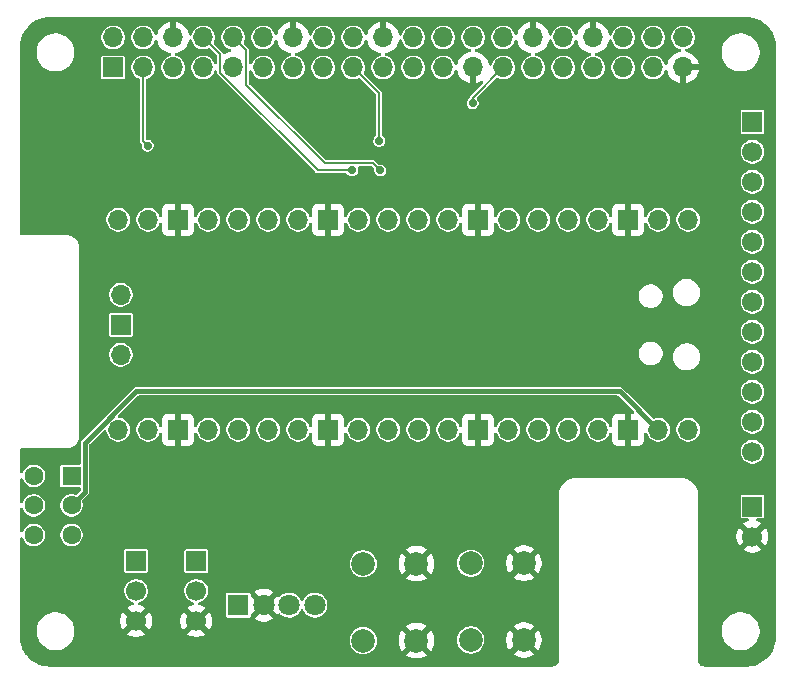
<source format=gbr>
G04 #@! TF.GenerationSoftware,KiCad,Pcbnew,9.0.1-1.fc42*
G04 #@! TF.CreationDate,2025-04-24T00:42:17-05:00*
G04 #@! TF.ProjectId,pico_driver,7069636f-5f64-4726-9976-65722e6b6963,rev?*
G04 #@! TF.SameCoordinates,Original*
G04 #@! TF.FileFunction,Copper,L4,Bot*
G04 #@! TF.FilePolarity,Positive*
%FSLAX46Y46*%
G04 Gerber Fmt 4.6, Leading zero omitted, Abs format (unit mm)*
G04 Created by KiCad (PCBNEW 9.0.1-1.fc42) date 2025-04-24 00:42:17*
%MOMM*%
%LPD*%
G01*
G04 APERTURE LIST*
G04 #@! TA.AperFunction,ComponentPad*
%ADD10C,1.800000*%
G04 #@! TD*
G04 #@! TA.AperFunction,ComponentPad*
%ADD11R,1.800000X1.800000*%
G04 #@! TD*
G04 #@! TA.AperFunction,ComponentPad*
%ADD12C,1.700000*%
G04 #@! TD*
G04 #@! TA.AperFunction,ComponentPad*
%ADD13R,1.700000X1.700000*%
G04 #@! TD*
G04 #@! TA.AperFunction,ComponentPad*
%ADD14C,2.000000*%
G04 #@! TD*
G04 #@! TA.AperFunction,ComponentPad*
%ADD15O,1.700000X1.700000*%
G04 #@! TD*
G04 #@! TA.AperFunction,ComponentPad*
%ADD16R,1.600000X1.600000*%
G04 #@! TD*
G04 #@! TA.AperFunction,ComponentPad*
%ADD17C,1.600000*%
G04 #@! TD*
G04 #@! TA.AperFunction,ViaPad*
%ADD18C,0.700000*%
G04 #@! TD*
G04 #@! TA.AperFunction,Conductor*
%ADD19C,0.400000*%
G04 #@! TD*
G04 #@! TA.AperFunction,Conductor*
%ADD20C,0.200000*%
G04 #@! TD*
G04 APERTURE END LIST*
D10*
X125450000Y-94300000D03*
X123291000Y-94300000D03*
X121132000Y-94300000D03*
D11*
X118973000Y-94300000D03*
D12*
X110320000Y-95640000D03*
X110320000Y-93100000D03*
D13*
X110320000Y-90560000D03*
D12*
X115410000Y-95640000D03*
X115410000Y-93100000D03*
D13*
X115410000Y-90560000D03*
D14*
X143150000Y-90750000D03*
X143150000Y-97250000D03*
X138650000Y-90750000D03*
X138650000Y-97250000D03*
X134050000Y-90800000D03*
X134050000Y-97300000D03*
X129550000Y-90800000D03*
X129550000Y-97300000D03*
D15*
X157060000Y-61670000D03*
X154520000Y-61670000D03*
D13*
X151980000Y-61670000D03*
D15*
X149440000Y-61670000D03*
X146900000Y-61670000D03*
X144360000Y-61670000D03*
X141820000Y-61670000D03*
D13*
X139280000Y-61670000D03*
D15*
X136740000Y-61670000D03*
X134200000Y-61670000D03*
X131660000Y-61670000D03*
X129120000Y-61670000D03*
D13*
X126580000Y-61670000D03*
D15*
X124040000Y-61670000D03*
X121500000Y-61670000D03*
X118960000Y-61670000D03*
X116420000Y-61670000D03*
D13*
X113880000Y-61670000D03*
D15*
X111340000Y-61670000D03*
X108800000Y-61670000D03*
X108800000Y-79450000D03*
X111340000Y-79450000D03*
D13*
X113880000Y-79450000D03*
D15*
X116420000Y-79450000D03*
X118960000Y-79450000D03*
X121500000Y-79450000D03*
X124040000Y-79450000D03*
D13*
X126580000Y-79450000D03*
D15*
X129120000Y-79450000D03*
X131660000Y-79450000D03*
X134200000Y-79450000D03*
X136740000Y-79450000D03*
D13*
X139280000Y-79450000D03*
D15*
X141820000Y-79450000D03*
X144360000Y-79450000D03*
X146900000Y-79450000D03*
X149440000Y-79450000D03*
D13*
X151980000Y-79450000D03*
D15*
X154520000Y-79450000D03*
X157060000Y-79450000D03*
X109030000Y-68020000D03*
D13*
X109030000Y-70560000D03*
D15*
X109030000Y-73100000D03*
D13*
X162500000Y-53380000D03*
D12*
X162500000Y-55920000D03*
X162500000Y-58460000D03*
X162500000Y-61000000D03*
X162500000Y-63540000D03*
X162500000Y-66080000D03*
X162500000Y-68620000D03*
X162500000Y-71160000D03*
X162500000Y-73700000D03*
X162500000Y-76240000D03*
X162500000Y-78780000D03*
X162500000Y-81320000D03*
D16*
X104850000Y-83350000D03*
D17*
X104850000Y-85850000D03*
X104850000Y-88350000D03*
X101650000Y-83350000D03*
X101650000Y-85850000D03*
X101650000Y-88350000D03*
D13*
X162500000Y-85960000D03*
D12*
X162500000Y-88500000D03*
D13*
X108370000Y-48770000D03*
D15*
X108370000Y-46230000D03*
X110910000Y-48770000D03*
X110910000Y-46230000D03*
X113450000Y-48770000D03*
X113450000Y-46230000D03*
X115990000Y-48770000D03*
X115990000Y-46230000D03*
X118530000Y-48770000D03*
X118530000Y-46230000D03*
X121070000Y-48770000D03*
X121070000Y-46230000D03*
X123610000Y-48770000D03*
X123610000Y-46230000D03*
X126150000Y-48770000D03*
X126150000Y-46230000D03*
X128690000Y-48770000D03*
X128690000Y-46230000D03*
X131230000Y-48770000D03*
X131230000Y-46230000D03*
X133770000Y-48770000D03*
X133770000Y-46230000D03*
X136310000Y-48770000D03*
X136310000Y-46230000D03*
X138850000Y-48770000D03*
X138850000Y-46230000D03*
X141390000Y-48770000D03*
X141390000Y-46230000D03*
X143930000Y-48770000D03*
X143930000Y-46230000D03*
X146470000Y-48770000D03*
X146470000Y-46230000D03*
X149010000Y-48770000D03*
X149010000Y-46230000D03*
X151550000Y-48770000D03*
X151550000Y-46230000D03*
X154090000Y-48770000D03*
X154090000Y-46230000D03*
X156630000Y-48770000D03*
X156630000Y-46230000D03*
D18*
X138812400Y-51800000D03*
X130900000Y-55000000D03*
X131000000Y-57500000D03*
X128600000Y-57500000D03*
X111300000Y-55400000D03*
D19*
X154520000Y-79450000D02*
X151270000Y-76200000D01*
X151270000Y-76200000D02*
X110351529Y-76200000D01*
X110351529Y-76200000D02*
X106001000Y-80550529D01*
X106001000Y-80550529D02*
X106001000Y-84699000D01*
X106001000Y-84699000D02*
X104850000Y-85850000D01*
D20*
X138812400Y-51800000D02*
X138812400Y-51347600D01*
X138812400Y-51347600D02*
X141390000Y-48770000D01*
X130900000Y-55000000D02*
X130900000Y-50980000D01*
X130900000Y-50980000D02*
X128690000Y-48770000D01*
X126301000Y-56899000D02*
X126300000Y-56900000D01*
X130399000Y-56899000D02*
X126301000Y-56899000D01*
X131000000Y-57500000D02*
X130399000Y-56899000D01*
X119631000Y-47331000D02*
X118530000Y-46230000D01*
X126300000Y-56900000D02*
X119631000Y-50231000D01*
X119631000Y-50231000D02*
X119631000Y-47331000D01*
X128600000Y-57500000D02*
X125702950Y-57500000D01*
X125702950Y-57500000D02*
X117429000Y-49226050D01*
X117429000Y-49226050D02*
X117429000Y-47669000D01*
X117429000Y-47669000D02*
X115990000Y-46230000D01*
X111300000Y-55400000D02*
X110910000Y-55010000D01*
X110910000Y-55010000D02*
X110910000Y-48770000D01*
G04 #@! TA.AperFunction,Conductor*
G36*
X162003736Y-44500726D02*
G01*
X162293796Y-44518271D01*
X162308659Y-44520076D01*
X162590798Y-44571780D01*
X162605335Y-44575363D01*
X162879172Y-44660695D01*
X162893163Y-44666000D01*
X163154743Y-44783727D01*
X163167989Y-44790680D01*
X163413465Y-44939075D01*
X163425776Y-44947573D01*
X163588909Y-45075379D01*
X163651573Y-45124473D01*
X163662781Y-45134403D01*
X163865596Y-45337218D01*
X163875526Y-45348426D01*
X163995481Y-45501538D01*
X164052422Y-45574217D01*
X164060926Y-45586537D01*
X164201633Y-45819295D01*
X164209316Y-45832004D01*
X164216275Y-45845263D01*
X164333997Y-46106831D01*
X164339306Y-46120832D01*
X164424635Y-46394663D01*
X164428219Y-46409201D01*
X164479923Y-46691340D01*
X164481728Y-46706205D01*
X164499274Y-46996263D01*
X164499500Y-47003750D01*
X164499500Y-96996249D01*
X164499274Y-97003736D01*
X164481728Y-97293794D01*
X164479923Y-97308659D01*
X164428219Y-97590798D01*
X164424635Y-97605336D01*
X164339306Y-97879167D01*
X164333997Y-97893168D01*
X164216275Y-98154736D01*
X164209316Y-98167995D01*
X164060928Y-98413459D01*
X164052422Y-98425782D01*
X163875526Y-98651573D01*
X163865596Y-98662781D01*
X163662781Y-98865596D01*
X163651573Y-98875526D01*
X163425782Y-99052422D01*
X163413459Y-99060928D01*
X163167995Y-99209316D01*
X163154736Y-99216275D01*
X162893168Y-99333997D01*
X162879167Y-99339306D01*
X162605336Y-99424635D01*
X162590798Y-99428219D01*
X162308659Y-99479923D01*
X162293794Y-99481728D01*
X162003736Y-99499274D01*
X161996249Y-99499500D01*
X158406962Y-99499500D01*
X158393078Y-99498720D01*
X158380553Y-99497308D01*
X158302735Y-99488540D01*
X158275666Y-99482362D01*
X158196462Y-99454648D01*
X158171444Y-99442600D01*
X158100395Y-99397957D01*
X158078686Y-99380644D01*
X158019355Y-99321313D01*
X158002042Y-99299604D01*
X157957399Y-99228555D01*
X157945351Y-99203537D01*
X157917637Y-99124333D01*
X157911459Y-99097263D01*
X157910388Y-99087760D01*
X157901280Y-99006922D01*
X157900500Y-98993038D01*
X157900500Y-96374038D01*
X159899500Y-96374038D01*
X159899500Y-96625962D01*
X159926213Y-96794622D01*
X159938910Y-96874785D01*
X160016760Y-97114383D01*
X160065199Y-97209448D01*
X160122755Y-97322409D01*
X160131132Y-97338848D01*
X160279201Y-97542649D01*
X160279205Y-97542654D01*
X160457345Y-97720794D01*
X160457350Y-97720798D01*
X160566363Y-97800000D01*
X160661155Y-97868870D01*
X160804184Y-97941747D01*
X160885616Y-97983239D01*
X160885618Y-97983239D01*
X160885621Y-97983241D01*
X161125215Y-98061090D01*
X161374038Y-98100500D01*
X161374039Y-98100500D01*
X161625961Y-98100500D01*
X161625962Y-98100500D01*
X161874785Y-98061090D01*
X162114379Y-97983241D01*
X162338845Y-97868870D01*
X162542656Y-97720793D01*
X162720793Y-97542656D01*
X162868870Y-97338845D01*
X162983241Y-97114379D01*
X163061090Y-96874785D01*
X163100500Y-96625962D01*
X163100500Y-96374038D01*
X163061090Y-96125215D01*
X162983241Y-95885621D01*
X162983239Y-95885618D01*
X162983239Y-95885616D01*
X162939615Y-95800000D01*
X162868870Y-95661155D01*
X162849952Y-95635117D01*
X162720798Y-95457350D01*
X162720794Y-95457345D01*
X162542654Y-95279205D01*
X162542649Y-95279201D01*
X162338848Y-95131132D01*
X162338847Y-95131131D01*
X162338845Y-95131130D01*
X162268747Y-95095413D01*
X162114383Y-95016760D01*
X161874785Y-94938910D01*
X161833929Y-94932439D01*
X161625962Y-94899500D01*
X161374038Y-94899500D01*
X161249626Y-94919205D01*
X161125214Y-94938910D01*
X160885616Y-95016760D01*
X160661151Y-95131132D01*
X160457350Y-95279201D01*
X160457345Y-95279205D01*
X160279205Y-95457345D01*
X160279201Y-95457350D01*
X160131132Y-95661151D01*
X160016760Y-95885616D01*
X159938910Y-96125214D01*
X159921714Y-96233787D01*
X159899500Y-96374038D01*
X157900500Y-96374038D01*
X157900500Y-88393753D01*
X161150000Y-88393753D01*
X161150000Y-88606246D01*
X161183242Y-88816127D01*
X161183242Y-88816130D01*
X161248904Y-89018217D01*
X161345375Y-89207550D01*
X161384728Y-89261716D01*
X162017037Y-88629408D01*
X162034075Y-88692993D01*
X162099901Y-88807007D01*
X162192993Y-88900099D01*
X162307007Y-88965925D01*
X162370590Y-88982962D01*
X161738282Y-89615269D01*
X161738282Y-89615270D01*
X161792449Y-89654624D01*
X161981782Y-89751095D01*
X162183870Y-89816757D01*
X162393754Y-89850000D01*
X162606246Y-89850000D01*
X162816127Y-89816757D01*
X162816130Y-89816757D01*
X163018217Y-89751095D01*
X163207554Y-89654622D01*
X163261716Y-89615270D01*
X163261717Y-89615270D01*
X162629408Y-88982962D01*
X162692993Y-88965925D01*
X162807007Y-88900099D01*
X162900099Y-88807007D01*
X162965925Y-88692993D01*
X162982962Y-88629408D01*
X163615270Y-89261717D01*
X163615270Y-89261716D01*
X163654622Y-89207554D01*
X163751095Y-89018217D01*
X163816757Y-88816130D01*
X163816757Y-88816127D01*
X163850000Y-88606246D01*
X163850000Y-88393753D01*
X163816757Y-88183872D01*
X163816757Y-88183869D01*
X163751095Y-87981782D01*
X163654624Y-87792449D01*
X163615270Y-87738282D01*
X163615269Y-87738282D01*
X162982962Y-88370590D01*
X162965925Y-88307007D01*
X162900099Y-88192993D01*
X162807007Y-88099901D01*
X162692993Y-88034075D01*
X162629409Y-88017037D01*
X163261716Y-87384728D01*
X163207550Y-87345375D01*
X163018217Y-87248904D01*
X162875186Y-87202431D01*
X162817511Y-87162994D01*
X162790312Y-87098635D01*
X162802227Y-87029789D01*
X162849471Y-86978313D01*
X162913504Y-86960500D01*
X163364822Y-86960500D01*
X163408717Y-86951768D01*
X163408717Y-86951767D01*
X163408722Y-86951767D01*
X163458504Y-86918504D01*
X163491767Y-86868722D01*
X163500500Y-86824820D01*
X163500500Y-85095180D01*
X163500500Y-85095177D01*
X163491768Y-85051282D01*
X163491767Y-85051281D01*
X163491767Y-85051278D01*
X163458504Y-85001496D01*
X163458503Y-85001495D01*
X163408724Y-84968234D01*
X163408717Y-84968231D01*
X163364822Y-84959500D01*
X163364820Y-84959500D01*
X161635180Y-84959500D01*
X161635178Y-84959500D01*
X161591282Y-84968231D01*
X161591275Y-84968234D01*
X161541496Y-85001495D01*
X161541495Y-85001496D01*
X161508234Y-85051275D01*
X161508231Y-85051282D01*
X161499500Y-85095177D01*
X161499500Y-85095180D01*
X161499500Y-86824820D01*
X161499500Y-86824822D01*
X161499499Y-86824822D01*
X161508231Y-86868717D01*
X161508232Y-86868721D01*
X161508233Y-86868722D01*
X161541496Y-86918504D01*
X161591278Y-86951767D01*
X161591281Y-86951767D01*
X161591282Y-86951768D01*
X161635177Y-86960500D01*
X162086496Y-86960500D01*
X162153535Y-86980185D01*
X162199290Y-87032989D01*
X162209234Y-87102147D01*
X162180209Y-87165703D01*
X162124814Y-87202431D01*
X161981782Y-87248904D01*
X161792439Y-87345380D01*
X161738282Y-87384727D01*
X161738282Y-87384728D01*
X162370591Y-88017037D01*
X162307007Y-88034075D01*
X162192993Y-88099901D01*
X162099901Y-88192993D01*
X162034075Y-88307007D01*
X162017037Y-88370591D01*
X161384728Y-87738282D01*
X161384727Y-87738282D01*
X161345380Y-87792439D01*
X161248904Y-87981782D01*
X161183242Y-88183869D01*
X161183242Y-88183872D01*
X161150000Y-88393753D01*
X157900500Y-88393753D01*
X157900500Y-84892683D01*
X157900500Y-84892682D01*
X157869954Y-84680231D01*
X157809484Y-84474290D01*
X157809483Y-84474288D01*
X157809482Y-84474284D01*
X157720327Y-84279061D01*
X157720320Y-84279048D01*
X157687211Y-84227531D01*
X157604281Y-84098487D01*
X157571172Y-84060277D01*
X157463724Y-83936275D01*
X157301514Y-83795720D01*
X157301513Y-83795719D01*
X157236991Y-83754253D01*
X157120951Y-83679679D01*
X157120938Y-83679672D01*
X156925715Y-83590517D01*
X156719774Y-83530047D01*
X156719764Y-83530044D01*
X156528754Y-83502582D01*
X156507318Y-83499500D01*
X156465892Y-83499500D01*
X147665892Y-83499500D01*
X147600000Y-83499500D01*
X147492682Y-83499500D01*
X147280235Y-83530044D01*
X147280225Y-83530047D01*
X147074284Y-83590517D01*
X146879061Y-83679672D01*
X146879048Y-83679679D01*
X146698485Y-83795720D01*
X146536275Y-83936275D01*
X146395720Y-84098485D01*
X146279679Y-84279048D01*
X146279672Y-84279061D01*
X146190517Y-84474284D01*
X146130047Y-84680225D01*
X146130044Y-84680235D01*
X146099500Y-84892682D01*
X146099500Y-84934108D01*
X146099499Y-98993046D01*
X146098719Y-99006931D01*
X146088540Y-99097264D01*
X146082362Y-99124333D01*
X146054648Y-99203537D01*
X146042600Y-99228555D01*
X145997957Y-99299604D01*
X145980644Y-99321313D01*
X145921313Y-99380644D01*
X145899604Y-99397957D01*
X145828555Y-99442600D01*
X145803537Y-99454648D01*
X145724333Y-99482362D01*
X145697264Y-99488540D01*
X145617075Y-99497576D01*
X145606921Y-99498720D01*
X145593038Y-99499500D01*
X103003751Y-99499500D01*
X102996264Y-99499274D01*
X102706205Y-99481728D01*
X102691340Y-99479923D01*
X102409201Y-99428219D01*
X102394663Y-99424635D01*
X102120832Y-99339306D01*
X102106831Y-99333997D01*
X101845263Y-99216275D01*
X101832004Y-99209316D01*
X101646647Y-99097264D01*
X101586537Y-99060926D01*
X101574217Y-99052422D01*
X101507315Y-99000008D01*
X101348426Y-98875526D01*
X101337218Y-98865596D01*
X101134403Y-98662781D01*
X101124473Y-98651573D01*
X101023475Y-98522658D01*
X100947573Y-98425776D01*
X100939075Y-98413465D01*
X100790680Y-98167989D01*
X100783727Y-98154743D01*
X100666000Y-97893163D01*
X100660693Y-97879167D01*
X100659644Y-97875802D01*
X100575363Y-97605335D01*
X100571780Y-97590798D01*
X100571214Y-97587708D01*
X100520075Y-97308657D01*
X100518271Y-97293794D01*
X100513169Y-97209454D01*
X100500726Y-97003736D01*
X100500500Y-96996249D01*
X100500500Y-96374038D01*
X101899500Y-96374038D01*
X101899500Y-96625962D01*
X101926213Y-96794622D01*
X101938910Y-96874785D01*
X102016760Y-97114383D01*
X102065199Y-97209448D01*
X102122755Y-97322409D01*
X102131132Y-97338848D01*
X102279201Y-97542649D01*
X102279205Y-97542654D01*
X102457345Y-97720794D01*
X102457350Y-97720798D01*
X102566363Y-97800000D01*
X102661155Y-97868870D01*
X102804184Y-97941747D01*
X102885616Y-97983239D01*
X102885618Y-97983239D01*
X102885621Y-97983241D01*
X103125215Y-98061090D01*
X103374038Y-98100500D01*
X103374039Y-98100500D01*
X103625961Y-98100500D01*
X103625962Y-98100500D01*
X103874785Y-98061090D01*
X104114379Y-97983241D01*
X104338845Y-97868870D01*
X104542656Y-97720793D01*
X104720793Y-97542656D01*
X104868870Y-97338845D01*
X104934801Y-97209448D01*
X128399500Y-97209448D01*
X128399500Y-97390551D01*
X128427829Y-97569410D01*
X128483787Y-97741636D01*
X128483788Y-97741639D01*
X128519904Y-97812518D01*
X128560997Y-97893168D01*
X128566006Y-97902997D01*
X128672441Y-98049494D01*
X128672445Y-98049499D01*
X128800500Y-98177554D01*
X128800505Y-98177558D01*
X128928287Y-98270396D01*
X128947006Y-98283996D01*
X129052484Y-98337740D01*
X129108360Y-98366211D01*
X129108363Y-98366212D01*
X129194476Y-98394191D01*
X129280591Y-98422171D01*
X129363429Y-98435291D01*
X129459449Y-98450500D01*
X129459454Y-98450500D01*
X129640551Y-98450500D01*
X129727259Y-98436765D01*
X129819409Y-98422171D01*
X129991639Y-98366211D01*
X129994183Y-98364915D01*
X129994185Y-98364914D01*
X130018034Y-98352761D01*
X130152994Y-98283996D01*
X130299501Y-98177553D01*
X130427553Y-98049501D01*
X130533996Y-97902994D01*
X130616211Y-97741639D01*
X130672171Y-97569409D01*
X130689137Y-97462292D01*
X130700500Y-97390551D01*
X130700500Y-97209447D01*
X130698445Y-97196472D01*
X130696144Y-97181947D01*
X132550000Y-97181947D01*
X132550000Y-97418052D01*
X132586934Y-97651247D01*
X132659897Y-97875802D01*
X132767087Y-98086174D01*
X132827338Y-98169104D01*
X132827340Y-98169105D01*
X133526212Y-97470233D01*
X133537482Y-97512292D01*
X133609890Y-97637708D01*
X133712292Y-97740110D01*
X133837708Y-97812518D01*
X133879765Y-97823787D01*
X133180893Y-98522658D01*
X133263828Y-98582914D01*
X133474197Y-98690102D01*
X133698752Y-98763065D01*
X133698751Y-98763065D01*
X133931948Y-98800000D01*
X134168052Y-98800000D01*
X134401247Y-98763065D01*
X134625802Y-98690102D01*
X134836163Y-98582918D01*
X134836169Y-98582914D01*
X134919104Y-98522658D01*
X134919105Y-98522658D01*
X134220233Y-97823787D01*
X134262292Y-97812518D01*
X134387708Y-97740110D01*
X134490110Y-97637708D01*
X134562518Y-97512292D01*
X134573787Y-97470234D01*
X135272658Y-98169105D01*
X135272658Y-98169104D01*
X135332914Y-98086169D01*
X135332918Y-98086163D01*
X135440102Y-97875802D01*
X135513065Y-97651247D01*
X135550000Y-97418052D01*
X135550000Y-97181947D01*
X135548738Y-97173980D01*
X135546436Y-97159448D01*
X137499500Y-97159448D01*
X137499500Y-97340551D01*
X137527829Y-97519410D01*
X137583787Y-97691636D01*
X137583788Y-97691639D01*
X137609265Y-97741639D01*
X137664478Y-97850000D01*
X137666006Y-97852997D01*
X137772441Y-97999494D01*
X137772445Y-97999499D01*
X137900500Y-98127554D01*
X137900505Y-98127558D01*
X138028287Y-98220396D01*
X138047006Y-98233996D01*
X138145130Y-98283993D01*
X138208360Y-98316211D01*
X138208363Y-98316212D01*
X138294476Y-98344191D01*
X138380591Y-98372171D01*
X138463429Y-98385291D01*
X138559449Y-98400500D01*
X138559454Y-98400500D01*
X138740551Y-98400500D01*
X138827259Y-98386765D01*
X138919409Y-98372171D01*
X139091639Y-98316211D01*
X139094183Y-98314915D01*
X139094185Y-98314914D01*
X139118034Y-98302761D01*
X139252994Y-98233996D01*
X139399501Y-98127553D01*
X139527553Y-97999501D01*
X139633996Y-97852994D01*
X139716211Y-97691639D01*
X139772171Y-97519409D01*
X139792581Y-97390546D01*
X139800500Y-97340551D01*
X139800500Y-97159447D01*
X139798445Y-97146472D01*
X139796144Y-97131947D01*
X141650000Y-97131947D01*
X141650000Y-97368052D01*
X141686934Y-97601247D01*
X141759897Y-97825802D01*
X141867087Y-98036174D01*
X141927338Y-98119104D01*
X141927340Y-98119105D01*
X142626212Y-97420233D01*
X142637482Y-97462292D01*
X142709890Y-97587708D01*
X142812292Y-97690110D01*
X142937708Y-97762518D01*
X142979765Y-97773787D01*
X142280893Y-98472658D01*
X142363828Y-98532914D01*
X142574197Y-98640102D01*
X142798752Y-98713065D01*
X142798751Y-98713065D01*
X143031948Y-98750000D01*
X143268052Y-98750000D01*
X143501247Y-98713065D01*
X143725802Y-98640102D01*
X143936163Y-98532918D01*
X143936169Y-98532914D01*
X144019104Y-98472658D01*
X144019105Y-98472658D01*
X143320233Y-97773787D01*
X143362292Y-97762518D01*
X143487708Y-97690110D01*
X143590110Y-97587708D01*
X143662518Y-97462292D01*
X143673787Y-97420233D01*
X144372658Y-98119105D01*
X144372658Y-98119104D01*
X144432914Y-98036169D01*
X144432918Y-98036163D01*
X144540102Y-97825802D01*
X144613065Y-97601247D01*
X144650000Y-97368052D01*
X144650000Y-97131947D01*
X144613065Y-96898752D01*
X144540102Y-96674197D01*
X144432914Y-96463828D01*
X144372658Y-96380894D01*
X144372658Y-96380893D01*
X143673787Y-97079765D01*
X143662518Y-97037708D01*
X143590110Y-96912292D01*
X143487708Y-96809890D01*
X143362292Y-96737482D01*
X143320234Y-96726212D01*
X144019105Y-96027340D01*
X144019104Y-96027338D01*
X143936174Y-95967087D01*
X143725802Y-95859897D01*
X143501247Y-95786934D01*
X143501248Y-95786934D01*
X143268052Y-95750000D01*
X143031948Y-95750000D01*
X142798752Y-95786934D01*
X142574197Y-95859897D01*
X142363830Y-95967084D01*
X142280894Y-96027340D01*
X142979766Y-96726212D01*
X142937708Y-96737482D01*
X142812292Y-96809890D01*
X142709890Y-96912292D01*
X142637482Y-97037708D01*
X142626212Y-97079766D01*
X141927340Y-96380894D01*
X141867084Y-96463830D01*
X141759897Y-96674197D01*
X141686934Y-96898752D01*
X141650000Y-97131947D01*
X139796144Y-97131947D01*
X139780090Y-97030589D01*
X139772171Y-96980591D01*
X139732954Y-96859890D01*
X139716212Y-96808363D01*
X139716211Y-96808360D01*
X139673327Y-96724197D01*
X139633996Y-96647006D01*
X139618706Y-96625961D01*
X139527558Y-96500505D01*
X139527554Y-96500500D01*
X139399499Y-96372445D01*
X139399494Y-96372441D01*
X139252997Y-96266006D01*
X139252996Y-96266005D01*
X139252994Y-96266004D01*
X139094181Y-96185084D01*
X139094179Y-96185082D01*
X139091645Y-96183791D01*
X139091636Y-96183787D01*
X138919410Y-96127829D01*
X138740551Y-96099500D01*
X138740546Y-96099500D01*
X138559454Y-96099500D01*
X138559449Y-96099500D01*
X138380589Y-96127829D01*
X138208363Y-96183787D01*
X138208360Y-96183788D01*
X138047002Y-96266006D01*
X137900505Y-96372441D01*
X137900500Y-96372445D01*
X137772445Y-96500500D01*
X137772441Y-96500505D01*
X137666006Y-96647002D01*
X137583788Y-96808360D01*
X137583787Y-96808363D01*
X137527829Y-96980589D01*
X137499500Y-97159448D01*
X135546436Y-97159448D01*
X135513065Y-96948752D01*
X135440102Y-96724197D01*
X135332914Y-96513828D01*
X135272658Y-96430894D01*
X135272658Y-96430893D01*
X134573787Y-97129765D01*
X134562518Y-97087708D01*
X134490110Y-96962292D01*
X134387708Y-96859890D01*
X134262292Y-96787482D01*
X134220234Y-96776212D01*
X134919105Y-96077340D01*
X134919104Y-96077338D01*
X134836174Y-96017087D01*
X134625802Y-95909897D01*
X134401247Y-95836934D01*
X134401248Y-95836934D01*
X134168052Y-95800000D01*
X133931948Y-95800000D01*
X133698752Y-95836934D01*
X133474197Y-95909897D01*
X133263830Y-96017084D01*
X133180894Y-96077340D01*
X133879766Y-96776212D01*
X133837708Y-96787482D01*
X133712292Y-96859890D01*
X133609890Y-96962292D01*
X133537482Y-97087708D01*
X133526212Y-97129766D01*
X132827340Y-96430894D01*
X132767084Y-96513830D01*
X132659897Y-96724197D01*
X132586934Y-96948752D01*
X132550000Y-97181947D01*
X130696144Y-97181947D01*
X130673298Y-97037708D01*
X130672171Y-97030591D01*
X130629335Y-96898752D01*
X130616212Y-96858363D01*
X130616211Y-96858360D01*
X130563683Y-96755270D01*
X130533996Y-96697006D01*
X130482379Y-96625961D01*
X130427558Y-96550505D01*
X130427554Y-96550500D01*
X130299499Y-96422445D01*
X130299494Y-96422441D01*
X130152997Y-96316006D01*
X130152996Y-96316005D01*
X130152994Y-96316004D01*
X129994181Y-96235084D01*
X129994179Y-96235082D01*
X129991645Y-96233791D01*
X129991636Y-96233787D01*
X129819410Y-96177829D01*
X129640551Y-96149500D01*
X129640546Y-96149500D01*
X129459454Y-96149500D01*
X129459449Y-96149500D01*
X129280589Y-96177829D01*
X129108363Y-96233787D01*
X129108360Y-96233788D01*
X128947002Y-96316006D01*
X128800505Y-96422441D01*
X128800500Y-96422445D01*
X128672445Y-96550500D01*
X128672441Y-96550505D01*
X128566006Y-96697002D01*
X128483788Y-96858360D01*
X128483787Y-96858363D01*
X128427829Y-97030589D01*
X128399500Y-97209448D01*
X104934801Y-97209448D01*
X104983241Y-97114379D01*
X105061090Y-96874785D01*
X105100500Y-96625962D01*
X105100500Y-96374038D01*
X105061090Y-96125215D01*
X104983241Y-95885621D01*
X104983239Y-95885618D01*
X104983239Y-95885616D01*
X104939615Y-95800000D01*
X104868870Y-95661155D01*
X104853499Y-95639999D01*
X104825722Y-95601766D01*
X104776308Y-95533753D01*
X108970000Y-95533753D01*
X108970000Y-95746246D01*
X109003242Y-95956127D01*
X109003242Y-95956130D01*
X109068904Y-96158217D01*
X109165375Y-96347550D01*
X109204728Y-96401716D01*
X109837037Y-95769408D01*
X109854075Y-95832993D01*
X109919901Y-95947007D01*
X110012993Y-96040099D01*
X110127007Y-96105925D01*
X110190590Y-96122962D01*
X109558282Y-96755269D01*
X109558282Y-96755270D01*
X109612449Y-96794624D01*
X109801782Y-96891095D01*
X110003870Y-96956757D01*
X110213754Y-96990000D01*
X110426246Y-96990000D01*
X110636127Y-96956757D01*
X110636130Y-96956757D01*
X110838217Y-96891095D01*
X111027554Y-96794622D01*
X111081716Y-96755270D01*
X111081717Y-96755270D01*
X110449408Y-96122962D01*
X110512993Y-96105925D01*
X110627007Y-96040099D01*
X110720099Y-95947007D01*
X110785925Y-95832993D01*
X110802962Y-95769409D01*
X111435270Y-96401717D01*
X111435270Y-96401716D01*
X111474622Y-96347554D01*
X111571095Y-96158217D01*
X111636757Y-95956130D01*
X111636757Y-95956127D01*
X111670000Y-95746246D01*
X111670000Y-95533753D01*
X114060000Y-95533753D01*
X114060000Y-95746246D01*
X114093242Y-95956127D01*
X114093242Y-95956130D01*
X114158904Y-96158217D01*
X114255375Y-96347550D01*
X114294728Y-96401716D01*
X114927037Y-95769408D01*
X114944075Y-95832993D01*
X115009901Y-95947007D01*
X115102993Y-96040099D01*
X115217007Y-96105925D01*
X115280590Y-96122962D01*
X114648282Y-96755269D01*
X114648282Y-96755270D01*
X114702449Y-96794624D01*
X114891782Y-96891095D01*
X115093870Y-96956757D01*
X115303754Y-96990000D01*
X115516246Y-96990000D01*
X115726127Y-96956757D01*
X115726130Y-96956757D01*
X115928217Y-96891095D01*
X116117554Y-96794622D01*
X116171716Y-96755270D01*
X116171717Y-96755270D01*
X115539408Y-96122962D01*
X115602993Y-96105925D01*
X115717007Y-96040099D01*
X115810099Y-95947007D01*
X115875925Y-95832993D01*
X115892962Y-95769408D01*
X116525270Y-96401717D01*
X116525270Y-96401716D01*
X116564622Y-96347554D01*
X116661095Y-96158217D01*
X116726757Y-95956130D01*
X116726757Y-95956127D01*
X116760000Y-95746246D01*
X116760000Y-95533753D01*
X116726757Y-95323872D01*
X116726757Y-95323869D01*
X116691326Y-95214822D01*
X117922499Y-95214822D01*
X117931231Y-95258717D01*
X117931234Y-95258724D01*
X117949757Y-95286446D01*
X117964496Y-95308504D01*
X118014278Y-95341767D01*
X118014281Y-95341767D01*
X118014282Y-95341768D01*
X118058177Y-95350500D01*
X118058180Y-95350500D01*
X119887822Y-95350500D01*
X119931717Y-95341768D01*
X119931717Y-95341767D01*
X119931722Y-95341767D01*
X119981504Y-95308504D01*
X120014767Y-95258722D01*
X120023500Y-95214820D01*
X120023500Y-95106308D01*
X120043185Y-95039269D01*
X120059819Y-95018627D01*
X120689861Y-94388584D01*
X120712667Y-94473694D01*
X120771910Y-94576306D01*
X120855694Y-94660090D01*
X120958306Y-94719333D01*
X121043414Y-94742137D01*
X120334485Y-95451065D01*
X120334485Y-95451066D01*
X120398243Y-95497388D01*
X120594589Y-95597432D01*
X120804164Y-95665526D01*
X121021819Y-95700000D01*
X121242181Y-95700000D01*
X121459835Y-95665526D01*
X121669410Y-95597432D01*
X121865760Y-95497386D01*
X121929513Y-95451066D01*
X121929514Y-95451066D01*
X121220585Y-94742138D01*
X121305694Y-94719333D01*
X121408306Y-94660090D01*
X121492090Y-94576306D01*
X121551333Y-94473694D01*
X121574137Y-94388585D01*
X122283066Y-95097514D01*
X122283066Y-95097513D01*
X122332251Y-95029818D01*
X122334244Y-95031266D01*
X122378414Y-94991094D01*
X122447313Y-94979490D01*
X122511548Y-95006979D01*
X122520303Y-95014936D01*
X122621342Y-95115975D01*
X122621345Y-95115977D01*
X122793402Y-95230941D01*
X122984580Y-95310130D01*
X123143621Y-95341765D01*
X123187530Y-95350499D01*
X123187534Y-95350500D01*
X123187535Y-95350500D01*
X123394466Y-95350500D01*
X123394467Y-95350499D01*
X123597420Y-95310130D01*
X123788598Y-95230941D01*
X123960655Y-95115977D01*
X124106977Y-94969655D01*
X124221941Y-94797598D01*
X124255939Y-94715519D01*
X124299780Y-94661117D01*
X124366074Y-94639052D01*
X124433773Y-94656331D01*
X124481384Y-94707468D01*
X124485061Y-94715520D01*
X124519058Y-94797596D01*
X124634024Y-94969657D01*
X124780342Y-95115975D01*
X124780345Y-95115977D01*
X124952402Y-95230941D01*
X125143580Y-95310130D01*
X125302621Y-95341765D01*
X125346530Y-95350499D01*
X125346534Y-95350500D01*
X125346535Y-95350500D01*
X125553466Y-95350500D01*
X125553467Y-95350499D01*
X125756420Y-95310130D01*
X125947598Y-95230941D01*
X126119655Y-95115977D01*
X126265977Y-94969655D01*
X126380941Y-94797598D01*
X126460130Y-94606420D01*
X126500500Y-94403465D01*
X126500500Y-94196535D01*
X126460130Y-93993580D01*
X126380941Y-93802402D01*
X126265977Y-93630345D01*
X126265975Y-93630342D01*
X126119657Y-93484024D01*
X125971720Y-93385177D01*
X125947598Y-93369059D01*
X125756420Y-93289870D01*
X125756412Y-93289868D01*
X125553469Y-93249500D01*
X125553465Y-93249500D01*
X125346535Y-93249500D01*
X125346530Y-93249500D01*
X125143587Y-93289868D01*
X125143579Y-93289870D01*
X124952403Y-93369058D01*
X124780342Y-93484024D01*
X124634024Y-93630342D01*
X124519057Y-93802404D01*
X124485061Y-93884479D01*
X124441220Y-93938882D01*
X124374925Y-93960947D01*
X124307226Y-93943668D01*
X124259616Y-93892530D01*
X124255939Y-93884479D01*
X124221942Y-93802404D01*
X124178765Y-93737785D01*
X124106977Y-93630345D01*
X124106975Y-93630342D01*
X123960657Y-93484024D01*
X123812720Y-93385177D01*
X123788598Y-93369059D01*
X123597420Y-93289870D01*
X123597412Y-93289868D01*
X123394469Y-93249500D01*
X123394465Y-93249500D01*
X123187535Y-93249500D01*
X123187530Y-93249500D01*
X122984587Y-93289868D01*
X122984579Y-93289870D01*
X122793403Y-93369058D01*
X122621344Y-93484023D01*
X122520302Y-93585065D01*
X122458979Y-93618549D01*
X122389287Y-93613565D01*
X122333354Y-93571693D01*
X122332307Y-93570140D01*
X122332250Y-93570182D01*
X122283066Y-93502485D01*
X122283065Y-93502485D01*
X121574137Y-94211413D01*
X121551333Y-94126306D01*
X121492090Y-94023694D01*
X121408306Y-93939910D01*
X121305694Y-93880667D01*
X121220583Y-93857861D01*
X121929513Y-93148932D01*
X121865756Y-93102611D01*
X121669410Y-93002567D01*
X121459835Y-92934473D01*
X121242181Y-92900000D01*
X121021819Y-92900000D01*
X120804164Y-92934473D01*
X120594589Y-93002567D01*
X120398233Y-93102616D01*
X120334485Y-93148931D01*
X120334485Y-93148932D01*
X121043414Y-93857861D01*
X120958306Y-93880667D01*
X120855694Y-93939910D01*
X120771910Y-94023694D01*
X120712667Y-94126306D01*
X120689861Y-94211414D01*
X120059819Y-93581372D01*
X120026334Y-93520049D01*
X120023500Y-93493691D01*
X120023500Y-93385177D01*
X120014768Y-93341282D01*
X120014767Y-93341281D01*
X120014767Y-93341278D01*
X119981504Y-93291496D01*
X119981503Y-93291495D01*
X119931724Y-93258234D01*
X119931717Y-93258231D01*
X119887822Y-93249500D01*
X119887820Y-93249500D01*
X118058180Y-93249500D01*
X118058178Y-93249500D01*
X118014282Y-93258231D01*
X118014275Y-93258234D01*
X117964496Y-93291495D01*
X117964495Y-93291496D01*
X117931234Y-93341275D01*
X117931231Y-93341282D01*
X117922500Y-93385177D01*
X117922500Y-93385180D01*
X117922500Y-95214820D01*
X117922500Y-95214822D01*
X117922499Y-95214822D01*
X116691326Y-95214822D01*
X116661095Y-95121782D01*
X116564624Y-94932449D01*
X116525270Y-94878282D01*
X116525269Y-94878282D01*
X115892962Y-95510590D01*
X115875925Y-95447007D01*
X115810099Y-95332993D01*
X115717007Y-95239901D01*
X115602993Y-95174075D01*
X115539409Y-95157037D01*
X116171716Y-94524728D01*
X116117550Y-94485375D01*
X115928217Y-94388904D01*
X115726128Y-94323242D01*
X115667411Y-94313942D01*
X115604276Y-94284012D01*
X115567345Y-94224701D01*
X115568343Y-94154838D01*
X115606953Y-94096606D01*
X115662615Y-94069852D01*
X115701835Y-94062051D01*
X115883914Y-93986632D01*
X116047782Y-93877139D01*
X116187139Y-93737782D01*
X116296632Y-93573914D01*
X116372051Y-93391835D01*
X116376061Y-93371673D01*
X116379399Y-93354897D01*
X116379399Y-93354896D01*
X116410500Y-93198543D01*
X116410500Y-93001456D01*
X116372052Y-92808170D01*
X116372051Y-92808169D01*
X116372051Y-92808165D01*
X116372049Y-92808160D01*
X116296635Y-92626092D01*
X116296628Y-92626079D01*
X116187139Y-92462218D01*
X116187136Y-92462214D01*
X116047785Y-92322863D01*
X116047781Y-92322860D01*
X115883920Y-92213371D01*
X115883907Y-92213364D01*
X115701839Y-92137950D01*
X115701829Y-92137947D01*
X115508543Y-92099500D01*
X115508541Y-92099500D01*
X115311459Y-92099500D01*
X115311457Y-92099500D01*
X115118170Y-92137947D01*
X115118160Y-92137950D01*
X114936092Y-92213364D01*
X114936079Y-92213371D01*
X114772218Y-92322860D01*
X114772214Y-92322863D01*
X114632863Y-92462214D01*
X114632860Y-92462218D01*
X114523371Y-92626079D01*
X114523364Y-92626092D01*
X114447950Y-92808160D01*
X114447947Y-92808170D01*
X114409500Y-93001456D01*
X114409500Y-93001459D01*
X114409500Y-93198541D01*
X114409500Y-93198543D01*
X114409499Y-93198543D01*
X114447947Y-93391829D01*
X114447950Y-93391839D01*
X114523364Y-93573907D01*
X114523371Y-93573920D01*
X114632860Y-93737781D01*
X114632863Y-93737785D01*
X114772214Y-93877136D01*
X114772218Y-93877139D01*
X114936079Y-93986628D01*
X114936092Y-93986635D01*
X115025562Y-94023694D01*
X115118165Y-94062051D01*
X115138491Y-94066094D01*
X115157381Y-94069852D01*
X115219292Y-94102237D01*
X115253866Y-94162952D01*
X115250127Y-94232722D01*
X115209261Y-94289394D01*
X115152589Y-94313942D01*
X115093870Y-94323242D01*
X115093869Y-94323242D01*
X114891782Y-94388904D01*
X114702439Y-94485380D01*
X114648282Y-94524727D01*
X114648282Y-94524728D01*
X115280591Y-95157037D01*
X115217007Y-95174075D01*
X115102993Y-95239901D01*
X115009901Y-95332993D01*
X114944075Y-95447007D01*
X114927037Y-95510591D01*
X114294728Y-94878282D01*
X114294727Y-94878282D01*
X114255380Y-94932439D01*
X114158904Y-95121782D01*
X114093242Y-95323869D01*
X114093242Y-95323872D01*
X114060000Y-95533753D01*
X111670000Y-95533753D01*
X111636757Y-95323872D01*
X111636757Y-95323869D01*
X111571095Y-95121782D01*
X111474624Y-94932449D01*
X111435270Y-94878282D01*
X111435269Y-94878282D01*
X110802962Y-95510590D01*
X110785925Y-95447007D01*
X110720099Y-95332993D01*
X110627007Y-95239901D01*
X110512993Y-95174075D01*
X110449409Y-95157037D01*
X111081716Y-94524728D01*
X111027550Y-94485375D01*
X110838217Y-94388904D01*
X110636128Y-94323242D01*
X110577411Y-94313942D01*
X110514276Y-94284012D01*
X110477345Y-94224701D01*
X110478343Y-94154838D01*
X110516953Y-94096606D01*
X110572615Y-94069852D01*
X110611835Y-94062051D01*
X110793914Y-93986632D01*
X110957782Y-93877139D01*
X111097139Y-93737782D01*
X111206632Y-93573914D01*
X111282051Y-93391835D01*
X111308626Y-93258234D01*
X111320500Y-93198543D01*
X111320500Y-93001456D01*
X111282052Y-92808170D01*
X111282051Y-92808169D01*
X111282051Y-92808165D01*
X111282049Y-92808160D01*
X111206635Y-92626092D01*
X111206628Y-92626079D01*
X111097139Y-92462218D01*
X111097136Y-92462214D01*
X110957785Y-92322863D01*
X110957781Y-92322860D01*
X110793920Y-92213371D01*
X110793907Y-92213364D01*
X110611839Y-92137950D01*
X110611829Y-92137947D01*
X110418543Y-92099500D01*
X110418541Y-92099500D01*
X110221459Y-92099500D01*
X110221457Y-92099500D01*
X110028170Y-92137947D01*
X110028160Y-92137950D01*
X109846092Y-92213364D01*
X109846079Y-92213371D01*
X109682218Y-92322860D01*
X109682214Y-92322863D01*
X109542863Y-92462214D01*
X109542860Y-92462218D01*
X109433371Y-92626079D01*
X109433364Y-92626092D01*
X109357950Y-92808160D01*
X109357947Y-92808170D01*
X109319500Y-93001456D01*
X109319500Y-93001459D01*
X109319500Y-93198541D01*
X109319500Y-93198543D01*
X109319499Y-93198543D01*
X109357947Y-93391829D01*
X109357950Y-93391839D01*
X109433364Y-93573907D01*
X109433371Y-93573920D01*
X109542860Y-93737781D01*
X109542863Y-93737785D01*
X109682214Y-93877136D01*
X109682218Y-93877139D01*
X109846079Y-93986628D01*
X109846092Y-93986635D01*
X109935562Y-94023694D01*
X110028165Y-94062051D01*
X110048491Y-94066094D01*
X110067381Y-94069852D01*
X110129292Y-94102237D01*
X110163866Y-94162952D01*
X110160127Y-94232722D01*
X110119261Y-94289394D01*
X110062589Y-94313942D01*
X110003870Y-94323242D01*
X110003869Y-94323242D01*
X109801782Y-94388904D01*
X109612439Y-94485380D01*
X109558282Y-94524727D01*
X109558282Y-94524728D01*
X110190591Y-95157037D01*
X110127007Y-95174075D01*
X110012993Y-95239901D01*
X109919901Y-95332993D01*
X109854075Y-95447007D01*
X109837037Y-95510591D01*
X109204728Y-94878282D01*
X109204727Y-94878282D01*
X109165380Y-94932439D01*
X109068904Y-95121782D01*
X109003242Y-95323869D01*
X109003242Y-95323872D01*
X108970000Y-95533753D01*
X104776308Y-95533753D01*
X104720798Y-95457350D01*
X104720794Y-95457345D01*
X104542654Y-95279205D01*
X104542649Y-95279201D01*
X104338848Y-95131132D01*
X104338847Y-95131131D01*
X104338845Y-95131130D01*
X104268747Y-95095413D01*
X104114383Y-95016760D01*
X103874785Y-94938910D01*
X103833929Y-94932439D01*
X103625962Y-94899500D01*
X103374038Y-94899500D01*
X103249626Y-94919205D01*
X103125214Y-94938910D01*
X102885616Y-95016760D01*
X102661151Y-95131132D01*
X102457350Y-95279201D01*
X102457345Y-95279205D01*
X102279205Y-95457345D01*
X102279201Y-95457350D01*
X102131132Y-95661151D01*
X102016760Y-95885616D01*
X101938910Y-96125214D01*
X101921714Y-96233787D01*
X101899500Y-96374038D01*
X100500500Y-96374038D01*
X100500500Y-91424822D01*
X109319499Y-91424822D01*
X109328231Y-91468717D01*
X109328234Y-91468724D01*
X109361495Y-91518503D01*
X109361496Y-91518504D01*
X109411278Y-91551767D01*
X109411281Y-91551767D01*
X109411282Y-91551768D01*
X109455177Y-91560500D01*
X109455180Y-91560500D01*
X111184822Y-91560500D01*
X111228717Y-91551768D01*
X111228717Y-91551767D01*
X111228722Y-91551767D01*
X111278504Y-91518504D01*
X111311767Y-91468722D01*
X111320500Y-91424822D01*
X114409499Y-91424822D01*
X114418231Y-91468717D01*
X114418234Y-91468724D01*
X114451495Y-91518503D01*
X114451496Y-91518504D01*
X114501278Y-91551767D01*
X114501281Y-91551767D01*
X114501282Y-91551768D01*
X114545177Y-91560500D01*
X114545180Y-91560500D01*
X116274822Y-91560500D01*
X116318717Y-91551768D01*
X116318717Y-91551767D01*
X116318722Y-91551767D01*
X116368504Y-91518504D01*
X116401767Y-91468722D01*
X116410500Y-91424820D01*
X116410500Y-90709448D01*
X128399500Y-90709448D01*
X128399500Y-90890551D01*
X128427829Y-91069410D01*
X128483787Y-91241636D01*
X128483788Y-91241639D01*
X128566006Y-91402997D01*
X128672441Y-91549494D01*
X128672445Y-91549499D01*
X128800500Y-91677554D01*
X128800505Y-91677558D01*
X128928287Y-91770396D01*
X128947006Y-91783996D01*
X129052484Y-91837740D01*
X129108360Y-91866211D01*
X129108363Y-91866212D01*
X129194476Y-91894191D01*
X129280591Y-91922171D01*
X129363429Y-91935291D01*
X129459449Y-91950500D01*
X129459454Y-91950500D01*
X129640551Y-91950500D01*
X129727259Y-91936765D01*
X129819409Y-91922171D01*
X129991639Y-91866211D01*
X129994183Y-91864915D01*
X129994185Y-91864914D01*
X130018034Y-91852761D01*
X130152994Y-91783996D01*
X130299501Y-91677553D01*
X130427553Y-91549501D01*
X130533996Y-91402994D01*
X130616211Y-91241639D01*
X130672171Y-91069409D01*
X130689137Y-90962292D01*
X130700500Y-90890551D01*
X130700500Y-90709447D01*
X130698445Y-90696472D01*
X130696144Y-90681947D01*
X132550000Y-90681947D01*
X132550000Y-90918052D01*
X132586934Y-91151247D01*
X132659897Y-91375802D01*
X132767087Y-91586174D01*
X132827338Y-91669104D01*
X132827340Y-91669105D01*
X133526212Y-90970233D01*
X133537482Y-91012292D01*
X133609890Y-91137708D01*
X133712292Y-91240110D01*
X133837708Y-91312518D01*
X133879765Y-91323787D01*
X133180893Y-92022658D01*
X133263828Y-92082914D01*
X133474197Y-92190102D01*
X133698752Y-92263065D01*
X133698751Y-92263065D01*
X133931948Y-92300000D01*
X134168052Y-92300000D01*
X134401247Y-92263065D01*
X134625802Y-92190102D01*
X134836163Y-92082918D01*
X134836169Y-92082914D01*
X134919104Y-92022658D01*
X134919105Y-92022658D01*
X134220233Y-91323787D01*
X134262292Y-91312518D01*
X134387708Y-91240110D01*
X134490110Y-91137708D01*
X134562518Y-91012292D01*
X134573787Y-90970234D01*
X135272658Y-91669105D01*
X135272658Y-91669104D01*
X135332914Y-91586169D01*
X135332918Y-91586163D01*
X135440102Y-91375802D01*
X135513065Y-91151247D01*
X135550000Y-90918052D01*
X135550000Y-90681947D01*
X135548738Y-90673980D01*
X135546436Y-90659448D01*
X137499500Y-90659448D01*
X137499500Y-90840551D01*
X137527829Y-91019410D01*
X137583787Y-91191636D01*
X137583788Y-91191639D01*
X137609265Y-91241639D01*
X137664478Y-91350000D01*
X137666006Y-91352997D01*
X137772441Y-91499494D01*
X137772445Y-91499499D01*
X137900500Y-91627554D01*
X137900505Y-91627558D01*
X137969325Y-91677558D01*
X138047006Y-91733996D01*
X138145130Y-91783993D01*
X138208360Y-91816211D01*
X138208363Y-91816212D01*
X138294476Y-91844191D01*
X138380591Y-91872171D01*
X138463429Y-91885291D01*
X138559449Y-91900500D01*
X138559454Y-91900500D01*
X138740551Y-91900500D01*
X138827259Y-91886765D01*
X138919409Y-91872171D01*
X139091639Y-91816211D01*
X139094183Y-91814915D01*
X139094185Y-91814914D01*
X139118034Y-91802761D01*
X139252994Y-91733996D01*
X139399501Y-91627553D01*
X139527553Y-91499501D01*
X139633996Y-91352994D01*
X139716211Y-91191639D01*
X139772171Y-91019409D01*
X139792581Y-90890546D01*
X139800500Y-90840551D01*
X139800500Y-90659447D01*
X139798445Y-90646472D01*
X139796144Y-90631947D01*
X141650000Y-90631947D01*
X141650000Y-90868052D01*
X141686934Y-91101247D01*
X141759897Y-91325802D01*
X141867087Y-91536174D01*
X141927338Y-91619104D01*
X141927340Y-91619105D01*
X142626212Y-90920233D01*
X142637482Y-90962292D01*
X142709890Y-91087708D01*
X142812292Y-91190110D01*
X142937708Y-91262518D01*
X142979765Y-91273787D01*
X142280893Y-91972658D01*
X142363828Y-92032914D01*
X142574197Y-92140102D01*
X142798752Y-92213065D01*
X142798751Y-92213065D01*
X143031948Y-92250000D01*
X143268052Y-92250000D01*
X143501247Y-92213065D01*
X143725802Y-92140102D01*
X143936163Y-92032918D01*
X143936169Y-92032914D01*
X144019104Y-91972658D01*
X144019105Y-91972658D01*
X143320233Y-91273787D01*
X143362292Y-91262518D01*
X143487708Y-91190110D01*
X143590110Y-91087708D01*
X143662518Y-90962292D01*
X143673787Y-90920233D01*
X144372658Y-91619105D01*
X144372658Y-91619104D01*
X144432914Y-91536169D01*
X144432918Y-91536163D01*
X144540102Y-91325802D01*
X144613065Y-91101247D01*
X144650000Y-90868052D01*
X144650000Y-90631947D01*
X144613065Y-90398752D01*
X144540102Y-90174197D01*
X144432914Y-89963828D01*
X144372658Y-89880894D01*
X144372658Y-89880893D01*
X143673787Y-90579765D01*
X143662518Y-90537708D01*
X143590110Y-90412292D01*
X143487708Y-90309890D01*
X143362292Y-90237482D01*
X143320234Y-90226212D01*
X144019105Y-89527340D01*
X144019104Y-89527338D01*
X143936174Y-89467087D01*
X143725802Y-89359897D01*
X143501247Y-89286934D01*
X143501248Y-89286934D01*
X143268052Y-89250000D01*
X143031948Y-89250000D01*
X142798752Y-89286934D01*
X142574197Y-89359897D01*
X142363830Y-89467084D01*
X142280894Y-89527340D01*
X142979766Y-90226212D01*
X142937708Y-90237482D01*
X142812292Y-90309890D01*
X142709890Y-90412292D01*
X142637482Y-90537708D01*
X142626212Y-90579766D01*
X141927340Y-89880894D01*
X141867084Y-89963830D01*
X141759897Y-90174197D01*
X141686934Y-90398752D01*
X141650000Y-90631947D01*
X139796144Y-90631947D01*
X139780090Y-90530589D01*
X139772171Y-90480591D01*
X139732954Y-90359890D01*
X139716212Y-90308363D01*
X139716211Y-90308360D01*
X139673327Y-90224197D01*
X139633996Y-90147006D01*
X139620396Y-90128287D01*
X139527558Y-90000505D01*
X139527554Y-90000500D01*
X139399499Y-89872445D01*
X139399494Y-89872441D01*
X139252997Y-89766006D01*
X139252996Y-89766005D01*
X139252994Y-89766004D01*
X139094181Y-89685084D01*
X139094179Y-89685082D01*
X139091645Y-89683791D01*
X139091636Y-89683787D01*
X138919410Y-89627829D01*
X138740551Y-89599500D01*
X138740546Y-89599500D01*
X138559454Y-89599500D01*
X138559449Y-89599500D01*
X138380589Y-89627829D01*
X138208363Y-89683787D01*
X138208360Y-89683788D01*
X138047002Y-89766006D01*
X137900505Y-89872441D01*
X137900500Y-89872445D01*
X137772445Y-90000500D01*
X137772441Y-90000505D01*
X137666006Y-90147002D01*
X137583788Y-90308360D01*
X137583787Y-90308363D01*
X137527829Y-90480589D01*
X137499500Y-90659448D01*
X135546436Y-90659448D01*
X135513065Y-90448752D01*
X135440102Y-90224197D01*
X135332914Y-90013828D01*
X135272658Y-89930894D01*
X135272658Y-89930893D01*
X134573787Y-90629765D01*
X134562518Y-90587708D01*
X134490110Y-90462292D01*
X134387708Y-90359890D01*
X134262292Y-90287482D01*
X134220234Y-90276212D01*
X134919105Y-89577340D01*
X134919104Y-89577338D01*
X134836174Y-89517087D01*
X134625802Y-89409897D01*
X134401247Y-89336934D01*
X134401248Y-89336934D01*
X134168052Y-89300000D01*
X133931948Y-89300000D01*
X133698752Y-89336934D01*
X133474197Y-89409897D01*
X133263830Y-89517084D01*
X133180894Y-89577340D01*
X133879766Y-90276212D01*
X133837708Y-90287482D01*
X133712292Y-90359890D01*
X133609890Y-90462292D01*
X133537482Y-90587708D01*
X133526212Y-90629766D01*
X132827340Y-89930894D01*
X132767084Y-90013830D01*
X132659897Y-90224197D01*
X132586934Y-90448752D01*
X132550000Y-90681947D01*
X130696144Y-90681947D01*
X130673298Y-90537708D01*
X130672171Y-90530591D01*
X130629335Y-90398752D01*
X130616212Y-90358363D01*
X130616211Y-90358360D01*
X130580096Y-90287482D01*
X130533996Y-90197006D01*
X130497666Y-90147002D01*
X130427558Y-90050505D01*
X130427554Y-90050500D01*
X130299499Y-89922445D01*
X130299494Y-89922441D01*
X130152997Y-89816006D01*
X130152996Y-89816005D01*
X130152994Y-89816004D01*
X129994181Y-89735084D01*
X129994179Y-89735082D01*
X129991645Y-89733791D01*
X129991636Y-89733787D01*
X129819410Y-89677829D01*
X129640551Y-89649500D01*
X129640546Y-89649500D01*
X129459454Y-89649500D01*
X129459449Y-89649500D01*
X129280589Y-89677829D01*
X129108363Y-89733787D01*
X129108360Y-89733788D01*
X128947002Y-89816006D01*
X128800505Y-89922441D01*
X128800500Y-89922445D01*
X128672445Y-90050500D01*
X128672441Y-90050505D01*
X128566006Y-90197002D01*
X128483788Y-90358360D01*
X128483787Y-90358363D01*
X128427829Y-90530589D01*
X128399500Y-90709448D01*
X116410500Y-90709448D01*
X116410500Y-89695180D01*
X116410500Y-89695177D01*
X116401768Y-89651282D01*
X116401767Y-89651281D01*
X116401767Y-89651278D01*
X116368504Y-89601496D01*
X116332349Y-89577338D01*
X116318724Y-89568234D01*
X116318717Y-89568231D01*
X116274822Y-89559500D01*
X116274820Y-89559500D01*
X114545180Y-89559500D01*
X114545178Y-89559500D01*
X114501282Y-89568231D01*
X114501275Y-89568234D01*
X114451496Y-89601495D01*
X114451495Y-89601496D01*
X114418234Y-89651275D01*
X114418231Y-89651282D01*
X114409500Y-89695177D01*
X114409500Y-89695180D01*
X114409500Y-91424820D01*
X114409500Y-91424822D01*
X114409499Y-91424822D01*
X111320500Y-91424822D01*
X111320500Y-91424820D01*
X111320500Y-89695180D01*
X111320500Y-89695177D01*
X111311768Y-89651282D01*
X111311767Y-89651281D01*
X111311767Y-89651278D01*
X111278504Y-89601496D01*
X111242349Y-89577338D01*
X111228724Y-89568234D01*
X111228717Y-89568231D01*
X111184822Y-89559500D01*
X111184820Y-89559500D01*
X109455180Y-89559500D01*
X109455178Y-89559500D01*
X109411282Y-89568231D01*
X109411275Y-89568234D01*
X109361496Y-89601495D01*
X109361495Y-89601496D01*
X109328234Y-89651275D01*
X109328231Y-89651282D01*
X109319500Y-89695177D01*
X109319500Y-89695180D01*
X109319500Y-91424820D01*
X109319500Y-91424822D01*
X109319499Y-91424822D01*
X100500500Y-91424822D01*
X100500500Y-88682028D01*
X100520185Y-88614989D01*
X100572989Y-88569234D01*
X100642147Y-88559290D01*
X100705703Y-88588315D01*
X100739061Y-88634575D01*
X100807676Y-88800228D01*
X100807681Y-88800237D01*
X100911697Y-88955907D01*
X100911700Y-88955911D01*
X101044088Y-89088299D01*
X101044092Y-89088302D01*
X101199762Y-89192318D01*
X101199768Y-89192321D01*
X101199769Y-89192322D01*
X101372749Y-89263973D01*
X101488183Y-89286934D01*
X101556379Y-89300499D01*
X101556383Y-89300500D01*
X101556384Y-89300500D01*
X101743617Y-89300500D01*
X101743618Y-89300499D01*
X101927251Y-89263973D01*
X102100231Y-89192322D01*
X102255908Y-89088302D01*
X102388302Y-88955908D01*
X102492322Y-88800231D01*
X102563973Y-88627251D01*
X102600500Y-88443616D01*
X102600500Y-88256384D01*
X102600499Y-88256379D01*
X103899500Y-88256379D01*
X103899500Y-88443620D01*
X103936025Y-88627243D01*
X103936027Y-88627251D01*
X104007676Y-88800228D01*
X104007681Y-88800237D01*
X104111697Y-88955907D01*
X104111700Y-88955911D01*
X104244088Y-89088299D01*
X104244092Y-89088302D01*
X104399762Y-89192318D01*
X104399768Y-89192321D01*
X104399769Y-89192322D01*
X104572749Y-89263973D01*
X104688183Y-89286934D01*
X104756379Y-89300499D01*
X104756383Y-89300500D01*
X104756384Y-89300500D01*
X104943617Y-89300500D01*
X104943618Y-89300499D01*
X105127251Y-89263973D01*
X105300231Y-89192322D01*
X105455908Y-89088302D01*
X105588302Y-88955908D01*
X105692322Y-88800231D01*
X105763973Y-88627251D01*
X105800500Y-88443616D01*
X105800500Y-88256384D01*
X105763973Y-88072749D01*
X105692322Y-87899769D01*
X105692321Y-87899768D01*
X105692318Y-87899762D01*
X105588302Y-87744092D01*
X105588299Y-87744088D01*
X105455911Y-87611700D01*
X105455907Y-87611697D01*
X105300237Y-87507681D01*
X105300228Y-87507676D01*
X105127251Y-87436027D01*
X105127243Y-87436025D01*
X104943620Y-87399500D01*
X104943616Y-87399500D01*
X104756384Y-87399500D01*
X104756379Y-87399500D01*
X104572756Y-87436025D01*
X104572748Y-87436027D01*
X104399771Y-87507676D01*
X104399762Y-87507681D01*
X104244092Y-87611697D01*
X104244088Y-87611700D01*
X104111700Y-87744088D01*
X104111697Y-87744092D01*
X104007681Y-87899762D01*
X104007676Y-87899771D01*
X103936027Y-88072748D01*
X103936025Y-88072756D01*
X103899500Y-88256379D01*
X102600499Y-88256379D01*
X102563973Y-88072749D01*
X102492322Y-87899769D01*
X102492321Y-87899768D01*
X102492318Y-87899762D01*
X102388302Y-87744092D01*
X102388299Y-87744088D01*
X102255911Y-87611700D01*
X102255907Y-87611697D01*
X102100237Y-87507681D01*
X102100228Y-87507676D01*
X101927251Y-87436027D01*
X101927243Y-87436025D01*
X101743620Y-87399500D01*
X101743616Y-87399500D01*
X101556384Y-87399500D01*
X101556379Y-87399500D01*
X101372756Y-87436025D01*
X101372748Y-87436027D01*
X101199771Y-87507676D01*
X101199762Y-87507681D01*
X101044092Y-87611697D01*
X101044088Y-87611700D01*
X100911700Y-87744088D01*
X100911697Y-87744092D01*
X100807681Y-87899762D01*
X100807676Y-87899772D01*
X100739061Y-88065424D01*
X100695220Y-88119827D01*
X100628926Y-88141892D01*
X100561226Y-88124613D01*
X100513616Y-88073475D01*
X100500500Y-88017971D01*
X100500500Y-86182028D01*
X100520185Y-86114989D01*
X100572989Y-86069234D01*
X100642147Y-86059290D01*
X100705703Y-86088315D01*
X100739061Y-86134575D01*
X100807676Y-86300228D01*
X100807681Y-86300237D01*
X100911697Y-86455907D01*
X100911700Y-86455911D01*
X101044088Y-86588299D01*
X101044092Y-86588302D01*
X101199762Y-86692318D01*
X101199768Y-86692321D01*
X101199769Y-86692322D01*
X101372749Y-86763973D01*
X101556379Y-86800499D01*
X101556383Y-86800500D01*
X101556384Y-86800500D01*
X101743617Y-86800500D01*
X101743618Y-86800499D01*
X101927251Y-86763973D01*
X102100231Y-86692322D01*
X102255908Y-86588302D01*
X102388302Y-86455908D01*
X102492322Y-86300231D01*
X102563973Y-86127251D01*
X102600500Y-85943616D01*
X102600500Y-85756384D01*
X102563973Y-85572749D01*
X102492322Y-85399769D01*
X102492321Y-85399768D01*
X102492318Y-85399762D01*
X102388302Y-85244092D01*
X102388299Y-85244088D01*
X102255911Y-85111700D01*
X102255907Y-85111697D01*
X102100237Y-85007681D01*
X102100228Y-85007676D01*
X101927251Y-84936027D01*
X101927243Y-84936025D01*
X101743620Y-84899500D01*
X101743616Y-84899500D01*
X101556384Y-84899500D01*
X101556379Y-84899500D01*
X101372756Y-84936025D01*
X101372748Y-84936027D01*
X101199771Y-85007676D01*
X101199762Y-85007681D01*
X101044092Y-85111697D01*
X101044088Y-85111700D01*
X100911700Y-85244088D01*
X100911697Y-85244092D01*
X100807681Y-85399762D01*
X100807676Y-85399772D01*
X100739061Y-85565424D01*
X100695220Y-85619827D01*
X100628926Y-85641892D01*
X100561226Y-85624613D01*
X100513616Y-85573475D01*
X100500500Y-85517971D01*
X100500500Y-83682028D01*
X100520185Y-83614989D01*
X100572989Y-83569234D01*
X100642147Y-83559290D01*
X100705703Y-83588315D01*
X100739061Y-83634575D01*
X100807676Y-83800228D01*
X100807681Y-83800237D01*
X100911697Y-83955907D01*
X100911700Y-83955911D01*
X101044088Y-84088299D01*
X101044092Y-84088302D01*
X101199762Y-84192318D01*
X101199768Y-84192321D01*
X101199769Y-84192322D01*
X101372749Y-84263973D01*
X101512470Y-84291765D01*
X101556379Y-84300499D01*
X101556383Y-84300500D01*
X101556384Y-84300500D01*
X101743617Y-84300500D01*
X101743618Y-84300499D01*
X101927251Y-84263973D01*
X102100231Y-84192322D01*
X102141388Y-84164822D01*
X103899499Y-84164822D01*
X103908231Y-84208717D01*
X103908232Y-84208721D01*
X103908233Y-84208722D01*
X103941496Y-84258504D01*
X103991278Y-84291767D01*
X103991281Y-84291767D01*
X103991282Y-84291768D01*
X104035177Y-84300500D01*
X104035180Y-84300500D01*
X105526500Y-84300500D01*
X105535185Y-84303050D01*
X105544147Y-84301762D01*
X105568187Y-84312740D01*
X105593539Y-84320185D01*
X105599466Y-84327025D01*
X105607703Y-84330787D01*
X105621992Y-84353021D01*
X105639294Y-84372989D01*
X105641581Y-84383503D01*
X105645477Y-84389565D01*
X105650500Y-84424500D01*
X105650500Y-84502455D01*
X105630815Y-84569494D01*
X105614181Y-84590136D01*
X105285567Y-84918749D01*
X105224244Y-84952234D01*
X105154552Y-84947250D01*
X105150436Y-84945630D01*
X105127252Y-84936027D01*
X105127243Y-84936024D01*
X104943620Y-84899500D01*
X104943616Y-84899500D01*
X104756384Y-84899500D01*
X104756379Y-84899500D01*
X104572756Y-84936025D01*
X104572748Y-84936027D01*
X104399771Y-85007676D01*
X104399762Y-85007681D01*
X104244092Y-85111697D01*
X104244088Y-85111700D01*
X104111700Y-85244088D01*
X104111697Y-85244092D01*
X104007681Y-85399762D01*
X104007676Y-85399771D01*
X103936027Y-85572748D01*
X103936025Y-85572756D01*
X103899500Y-85756379D01*
X103899500Y-85943620D01*
X103936025Y-86127243D01*
X103936027Y-86127251D01*
X104007676Y-86300228D01*
X104007681Y-86300237D01*
X104111697Y-86455907D01*
X104111700Y-86455911D01*
X104244088Y-86588299D01*
X104244092Y-86588302D01*
X104399762Y-86692318D01*
X104399768Y-86692321D01*
X104399769Y-86692322D01*
X104572749Y-86763973D01*
X104756379Y-86800499D01*
X104756383Y-86800500D01*
X104756384Y-86800500D01*
X104943617Y-86800500D01*
X104943618Y-86800499D01*
X105127251Y-86763973D01*
X105300231Y-86692322D01*
X105455908Y-86588302D01*
X105588302Y-86455908D01*
X105692322Y-86300231D01*
X105763973Y-86127251D01*
X105800500Y-85943616D01*
X105800500Y-85756384D01*
X105763973Y-85572749D01*
X105754369Y-85549564D01*
X105746900Y-85480098D01*
X105778173Y-85417618D01*
X105781218Y-85414462D01*
X106281470Y-84914212D01*
X106327614Y-84834288D01*
X106351500Y-84745144D01*
X106351500Y-84652856D01*
X106351500Y-81418543D01*
X161499499Y-81418543D01*
X161537947Y-81611829D01*
X161537950Y-81611839D01*
X161613364Y-81793907D01*
X161613371Y-81793920D01*
X161722860Y-81957781D01*
X161722863Y-81957785D01*
X161862214Y-82097136D01*
X161862218Y-82097139D01*
X162026079Y-82206628D01*
X162026092Y-82206635D01*
X162192349Y-82275500D01*
X162208165Y-82282051D01*
X162208169Y-82282051D01*
X162208170Y-82282052D01*
X162401456Y-82320500D01*
X162401459Y-82320500D01*
X162598543Y-82320500D01*
X162728582Y-82294632D01*
X162791835Y-82282051D01*
X162973914Y-82206632D01*
X163137782Y-82097139D01*
X163277139Y-81957782D01*
X163386632Y-81793914D01*
X163462051Y-81611835D01*
X163500500Y-81418541D01*
X163500500Y-81221459D01*
X163500500Y-81221456D01*
X163462052Y-81028170D01*
X163462051Y-81028169D01*
X163462051Y-81028165D01*
X163450592Y-81000500D01*
X163386635Y-80846092D01*
X163386628Y-80846079D01*
X163277139Y-80682218D01*
X163277136Y-80682214D01*
X163137785Y-80542863D01*
X163137781Y-80542860D01*
X162973920Y-80433371D01*
X162973907Y-80433364D01*
X162791839Y-80357950D01*
X162791829Y-80357947D01*
X162598543Y-80319500D01*
X162598541Y-80319500D01*
X162401459Y-80319500D01*
X162401457Y-80319500D01*
X162208170Y-80357947D01*
X162208160Y-80357950D01*
X162026092Y-80433364D01*
X162026079Y-80433371D01*
X161862218Y-80542860D01*
X161862214Y-80542863D01*
X161722863Y-80682214D01*
X161722860Y-80682218D01*
X161613371Y-80846079D01*
X161613364Y-80846092D01*
X161537950Y-81028160D01*
X161537947Y-81028170D01*
X161499500Y-81221456D01*
X161499500Y-81221459D01*
X161499500Y-81418541D01*
X161499500Y-81418543D01*
X161499499Y-81418543D01*
X106351500Y-81418543D01*
X106351500Y-80747072D01*
X106371185Y-80680033D01*
X106387814Y-80659396D01*
X107587819Y-79459390D01*
X107649142Y-79425906D01*
X107718834Y-79430890D01*
X107774767Y-79472762D01*
X107799184Y-79538226D01*
X107799500Y-79547072D01*
X107799500Y-79548541D01*
X107799500Y-79548543D01*
X107799499Y-79548543D01*
X107837947Y-79741829D01*
X107837950Y-79741839D01*
X107913364Y-79923907D01*
X107913371Y-79923920D01*
X108022860Y-80087781D01*
X108022863Y-80087785D01*
X108162214Y-80227136D01*
X108162218Y-80227139D01*
X108326079Y-80336628D01*
X108326092Y-80336635D01*
X108508160Y-80412049D01*
X108508165Y-80412051D01*
X108508169Y-80412051D01*
X108508170Y-80412052D01*
X108701456Y-80450500D01*
X108701459Y-80450500D01*
X108898543Y-80450500D01*
X109029532Y-80424444D01*
X109091835Y-80412051D01*
X109273914Y-80336632D01*
X109437782Y-80227139D01*
X109577139Y-80087782D01*
X109686632Y-79923914D01*
X109762051Y-79741835D01*
X109798790Y-79557139D01*
X109800500Y-79548543D01*
X110339499Y-79548543D01*
X110377947Y-79741829D01*
X110377950Y-79741839D01*
X110453364Y-79923907D01*
X110453371Y-79923920D01*
X110562860Y-80087781D01*
X110562863Y-80087785D01*
X110702214Y-80227136D01*
X110702218Y-80227139D01*
X110866079Y-80336628D01*
X110866092Y-80336635D01*
X111048160Y-80412049D01*
X111048165Y-80412051D01*
X111048169Y-80412051D01*
X111048170Y-80412052D01*
X111241456Y-80450500D01*
X111241459Y-80450500D01*
X111438543Y-80450500D01*
X111569532Y-80424444D01*
X111631835Y-80412051D01*
X111813914Y-80336632D01*
X111977782Y-80227139D01*
X112117139Y-80087782D01*
X112226632Y-79923914D01*
X112291439Y-79767455D01*
X112335279Y-79713051D01*
X112401573Y-79690986D01*
X112469273Y-79708265D01*
X112516884Y-79759402D01*
X112530000Y-79814907D01*
X112530000Y-80347844D01*
X112536401Y-80407372D01*
X112536403Y-80407379D01*
X112586645Y-80542086D01*
X112586649Y-80542093D01*
X112672809Y-80657187D01*
X112672812Y-80657190D01*
X112787906Y-80743350D01*
X112787913Y-80743354D01*
X112922620Y-80793596D01*
X112922627Y-80793598D01*
X112982155Y-80799999D01*
X112982172Y-80800000D01*
X113630000Y-80800000D01*
X113630000Y-79894560D01*
X113683147Y-79925245D01*
X113812857Y-79960000D01*
X113947143Y-79960000D01*
X114076853Y-79925245D01*
X114130000Y-79894560D01*
X114130000Y-80800000D01*
X114777828Y-80800000D01*
X114777844Y-80799999D01*
X114837372Y-80793598D01*
X114837379Y-80793596D01*
X114972086Y-80743354D01*
X114972093Y-80743350D01*
X115087187Y-80657190D01*
X115087190Y-80657187D01*
X115173350Y-80542093D01*
X115173354Y-80542086D01*
X115223596Y-80407379D01*
X115223598Y-80407372D01*
X115229999Y-80347844D01*
X115230000Y-80347827D01*
X115230000Y-79814907D01*
X115249685Y-79747868D01*
X115302489Y-79702113D01*
X115371647Y-79692169D01*
X115435203Y-79721194D01*
X115468561Y-79767455D01*
X115533364Y-79923907D01*
X115533371Y-79923920D01*
X115642860Y-80087781D01*
X115642863Y-80087785D01*
X115782214Y-80227136D01*
X115782218Y-80227139D01*
X115946079Y-80336628D01*
X115946092Y-80336635D01*
X116128160Y-80412049D01*
X116128165Y-80412051D01*
X116128169Y-80412051D01*
X116128170Y-80412052D01*
X116321456Y-80450500D01*
X116321459Y-80450500D01*
X116518543Y-80450500D01*
X116649532Y-80424444D01*
X116711835Y-80412051D01*
X116893914Y-80336632D01*
X117057782Y-80227139D01*
X117197139Y-80087782D01*
X117306632Y-79923914D01*
X117382051Y-79741835D01*
X117418790Y-79557139D01*
X117420500Y-79548543D01*
X117959499Y-79548543D01*
X117997947Y-79741829D01*
X117997950Y-79741839D01*
X118073364Y-79923907D01*
X118073371Y-79923920D01*
X118182860Y-80087781D01*
X118182863Y-80087785D01*
X118322214Y-80227136D01*
X118322218Y-80227139D01*
X118486079Y-80336628D01*
X118486092Y-80336635D01*
X118668160Y-80412049D01*
X118668165Y-80412051D01*
X118668169Y-80412051D01*
X118668170Y-80412052D01*
X118861456Y-80450500D01*
X118861459Y-80450500D01*
X119058543Y-80450500D01*
X119189532Y-80424444D01*
X119251835Y-80412051D01*
X119433914Y-80336632D01*
X119597782Y-80227139D01*
X119737139Y-80087782D01*
X119846632Y-79923914D01*
X119922051Y-79741835D01*
X119958790Y-79557139D01*
X119960500Y-79548543D01*
X120499499Y-79548543D01*
X120537947Y-79741829D01*
X120537950Y-79741839D01*
X120613364Y-79923907D01*
X120613371Y-79923920D01*
X120722860Y-80087781D01*
X120722863Y-80087785D01*
X120862214Y-80227136D01*
X120862218Y-80227139D01*
X121026079Y-80336628D01*
X121026092Y-80336635D01*
X121208160Y-80412049D01*
X121208165Y-80412051D01*
X121208169Y-80412051D01*
X121208170Y-80412052D01*
X121401456Y-80450500D01*
X121401459Y-80450500D01*
X121598543Y-80450500D01*
X121729532Y-80424444D01*
X121791835Y-80412051D01*
X121973914Y-80336632D01*
X122137782Y-80227139D01*
X122277139Y-80087782D01*
X122386632Y-79923914D01*
X122462051Y-79741835D01*
X122498790Y-79557139D01*
X122500500Y-79548543D01*
X123039499Y-79548543D01*
X123077947Y-79741829D01*
X123077950Y-79741839D01*
X123153364Y-79923907D01*
X123153371Y-79923920D01*
X123262860Y-80087781D01*
X123262863Y-80087785D01*
X123402214Y-80227136D01*
X123402218Y-80227139D01*
X123566079Y-80336628D01*
X123566092Y-80336635D01*
X123748160Y-80412049D01*
X123748165Y-80412051D01*
X123748169Y-80412051D01*
X123748170Y-80412052D01*
X123941456Y-80450500D01*
X123941459Y-80450500D01*
X124138543Y-80450500D01*
X124269532Y-80424444D01*
X124331835Y-80412051D01*
X124513914Y-80336632D01*
X124677782Y-80227139D01*
X124817139Y-80087782D01*
X124926632Y-79923914D01*
X124991439Y-79767455D01*
X125035279Y-79713051D01*
X125101573Y-79690986D01*
X125169273Y-79708265D01*
X125216884Y-79759402D01*
X125230000Y-79814907D01*
X125230000Y-80347844D01*
X125236401Y-80407372D01*
X125236403Y-80407379D01*
X125286645Y-80542086D01*
X125286649Y-80542093D01*
X125372809Y-80657187D01*
X125372812Y-80657190D01*
X125487906Y-80743350D01*
X125487913Y-80743354D01*
X125622620Y-80793596D01*
X125622627Y-80793598D01*
X125682155Y-80799999D01*
X125682172Y-80800000D01*
X126330000Y-80800000D01*
X126330000Y-79894560D01*
X126383147Y-79925245D01*
X126512857Y-79960000D01*
X126647143Y-79960000D01*
X126776853Y-79925245D01*
X126830000Y-79894560D01*
X126830000Y-80800000D01*
X127477828Y-80800000D01*
X127477844Y-80799999D01*
X127537372Y-80793598D01*
X127537379Y-80793596D01*
X127672086Y-80743354D01*
X127672093Y-80743350D01*
X127787187Y-80657190D01*
X127787190Y-80657187D01*
X127873350Y-80542093D01*
X127873354Y-80542086D01*
X127923596Y-80407379D01*
X127923598Y-80407372D01*
X127929999Y-80347844D01*
X127930000Y-80347827D01*
X127930000Y-79814907D01*
X127949685Y-79747868D01*
X128002489Y-79702113D01*
X128071647Y-79692169D01*
X128135203Y-79721194D01*
X128168561Y-79767455D01*
X128233364Y-79923907D01*
X128233371Y-79923920D01*
X128342860Y-80087781D01*
X128342863Y-80087785D01*
X128482214Y-80227136D01*
X128482218Y-80227139D01*
X128646079Y-80336628D01*
X128646092Y-80336635D01*
X128828160Y-80412049D01*
X128828165Y-80412051D01*
X128828169Y-80412051D01*
X128828170Y-80412052D01*
X129021456Y-80450500D01*
X129021459Y-80450500D01*
X129218543Y-80450500D01*
X129349532Y-80424444D01*
X129411835Y-80412051D01*
X129593914Y-80336632D01*
X129757782Y-80227139D01*
X129897139Y-80087782D01*
X130006632Y-79923914D01*
X130082051Y-79741835D01*
X130118790Y-79557139D01*
X130120500Y-79548543D01*
X130659499Y-79548543D01*
X130697947Y-79741829D01*
X130697950Y-79741839D01*
X130773364Y-79923907D01*
X130773371Y-79923920D01*
X130882860Y-80087781D01*
X130882863Y-80087785D01*
X131022214Y-80227136D01*
X131022218Y-80227139D01*
X131186079Y-80336628D01*
X131186092Y-80336635D01*
X131368160Y-80412049D01*
X131368165Y-80412051D01*
X131368169Y-80412051D01*
X131368170Y-80412052D01*
X131561456Y-80450500D01*
X131561459Y-80450500D01*
X131758543Y-80450500D01*
X131889532Y-80424444D01*
X131951835Y-80412051D01*
X132133914Y-80336632D01*
X132297782Y-80227139D01*
X132437139Y-80087782D01*
X132546632Y-79923914D01*
X132622051Y-79741835D01*
X132658790Y-79557139D01*
X132660500Y-79548543D01*
X133199499Y-79548543D01*
X133237947Y-79741829D01*
X133237950Y-79741839D01*
X133313364Y-79923907D01*
X133313371Y-79923920D01*
X133422860Y-80087781D01*
X133422863Y-80087785D01*
X133562214Y-80227136D01*
X133562218Y-80227139D01*
X133726079Y-80336628D01*
X133726092Y-80336635D01*
X133908160Y-80412049D01*
X133908165Y-80412051D01*
X133908169Y-80412051D01*
X133908170Y-80412052D01*
X134101456Y-80450500D01*
X134101459Y-80450500D01*
X134298543Y-80450500D01*
X134429532Y-80424444D01*
X134491835Y-80412051D01*
X134673914Y-80336632D01*
X134837782Y-80227139D01*
X134977139Y-80087782D01*
X135086632Y-79923914D01*
X135162051Y-79741835D01*
X135198790Y-79557139D01*
X135200500Y-79548543D01*
X135739499Y-79548543D01*
X135777947Y-79741829D01*
X135777950Y-79741839D01*
X135853364Y-79923907D01*
X135853371Y-79923920D01*
X135962860Y-80087781D01*
X135962863Y-80087785D01*
X136102214Y-80227136D01*
X136102218Y-80227139D01*
X136266079Y-80336628D01*
X136266092Y-80336635D01*
X136448160Y-80412049D01*
X136448165Y-80412051D01*
X136448169Y-80412051D01*
X136448170Y-80412052D01*
X136641456Y-80450500D01*
X136641459Y-80450500D01*
X136838543Y-80450500D01*
X136969532Y-80424444D01*
X137031835Y-80412051D01*
X137213914Y-80336632D01*
X137377782Y-80227139D01*
X137517139Y-80087782D01*
X137626632Y-79923914D01*
X137691439Y-79767455D01*
X137735279Y-79713051D01*
X137801573Y-79690986D01*
X137869273Y-79708265D01*
X137916884Y-79759402D01*
X137930000Y-79814907D01*
X137930000Y-80347844D01*
X137936401Y-80407372D01*
X137936403Y-80407379D01*
X137986645Y-80542086D01*
X137986649Y-80542093D01*
X138072809Y-80657187D01*
X138072812Y-80657190D01*
X138187906Y-80743350D01*
X138187913Y-80743354D01*
X138322620Y-80793596D01*
X138322627Y-80793598D01*
X138382155Y-80799999D01*
X138382172Y-80800000D01*
X139030000Y-80800000D01*
X139030000Y-79894560D01*
X139083147Y-79925245D01*
X139212857Y-79960000D01*
X139347143Y-79960000D01*
X139476853Y-79925245D01*
X139530000Y-79894560D01*
X139530000Y-80800000D01*
X140177828Y-80800000D01*
X140177844Y-80799999D01*
X140237372Y-80793598D01*
X140237379Y-80793596D01*
X140372086Y-80743354D01*
X140372093Y-80743350D01*
X140487187Y-80657190D01*
X140487190Y-80657187D01*
X140573350Y-80542093D01*
X140573354Y-80542086D01*
X140623596Y-80407379D01*
X140623598Y-80407372D01*
X140629999Y-80347844D01*
X140630000Y-80347827D01*
X140630000Y-79814907D01*
X140649685Y-79747868D01*
X140702489Y-79702113D01*
X140771647Y-79692169D01*
X140835203Y-79721194D01*
X140868561Y-79767455D01*
X140933364Y-79923907D01*
X140933371Y-79923920D01*
X141042860Y-80087781D01*
X141042863Y-80087785D01*
X141182214Y-80227136D01*
X141182218Y-80227139D01*
X141346079Y-80336628D01*
X141346092Y-80336635D01*
X141528160Y-80412049D01*
X141528165Y-80412051D01*
X141528169Y-80412051D01*
X141528170Y-80412052D01*
X141721456Y-80450500D01*
X141721459Y-80450500D01*
X141918543Y-80450500D01*
X142049532Y-80424444D01*
X142111835Y-80412051D01*
X142293914Y-80336632D01*
X142457782Y-80227139D01*
X142597139Y-80087782D01*
X142706632Y-79923914D01*
X142782051Y-79741835D01*
X142818790Y-79557139D01*
X142820500Y-79548543D01*
X143359499Y-79548543D01*
X143397947Y-79741829D01*
X143397950Y-79741839D01*
X143473364Y-79923907D01*
X143473371Y-79923920D01*
X143582860Y-80087781D01*
X143582863Y-80087785D01*
X143722214Y-80227136D01*
X143722218Y-80227139D01*
X143886079Y-80336628D01*
X143886092Y-80336635D01*
X144068160Y-80412049D01*
X144068165Y-80412051D01*
X144068169Y-80412051D01*
X144068170Y-80412052D01*
X144261456Y-80450500D01*
X144261459Y-80450500D01*
X144458543Y-80450500D01*
X144589532Y-80424444D01*
X144651835Y-80412051D01*
X144833914Y-80336632D01*
X144997782Y-80227139D01*
X145137139Y-80087782D01*
X145246632Y-79923914D01*
X145322051Y-79741835D01*
X145358790Y-79557139D01*
X145360500Y-79548543D01*
X145899499Y-79548543D01*
X145937947Y-79741829D01*
X145937950Y-79741839D01*
X146013364Y-79923907D01*
X146013371Y-79923920D01*
X146122860Y-80087781D01*
X146122863Y-80087785D01*
X146262214Y-80227136D01*
X146262218Y-80227139D01*
X146426079Y-80336628D01*
X146426092Y-80336635D01*
X146608160Y-80412049D01*
X146608165Y-80412051D01*
X146608169Y-80412051D01*
X146608170Y-80412052D01*
X146801456Y-80450500D01*
X146801459Y-80450500D01*
X146998543Y-80450500D01*
X147129532Y-80424444D01*
X147191835Y-80412051D01*
X147373914Y-80336632D01*
X147537782Y-80227139D01*
X147677139Y-80087782D01*
X147786632Y-79923914D01*
X147862051Y-79741835D01*
X147898790Y-79557139D01*
X147900500Y-79548543D01*
X147900500Y-79351456D01*
X147862052Y-79158170D01*
X147862051Y-79158169D01*
X147862051Y-79158165D01*
X147851439Y-79132544D01*
X147786635Y-78976092D01*
X147786628Y-78976079D01*
X147677139Y-78812218D01*
X147677136Y-78812214D01*
X147537785Y-78672863D01*
X147537781Y-78672860D01*
X147373920Y-78563371D01*
X147373907Y-78563364D01*
X147191839Y-78487950D01*
X147191829Y-78487947D01*
X146998543Y-78449500D01*
X146998541Y-78449500D01*
X146801459Y-78449500D01*
X146801457Y-78449500D01*
X146608170Y-78487947D01*
X146608160Y-78487950D01*
X146426092Y-78563364D01*
X146426079Y-78563371D01*
X146262218Y-78672860D01*
X146262214Y-78672863D01*
X146122863Y-78812214D01*
X146122860Y-78812218D01*
X146013371Y-78976079D01*
X146013364Y-78976092D01*
X145937950Y-79158160D01*
X145937947Y-79158170D01*
X145899500Y-79351456D01*
X145899500Y-79351459D01*
X145899500Y-79548541D01*
X145899500Y-79548543D01*
X145899499Y-79548543D01*
X145360500Y-79548543D01*
X145360500Y-79351456D01*
X145322052Y-79158170D01*
X145322051Y-79158169D01*
X145322051Y-79158165D01*
X145311439Y-79132544D01*
X145246635Y-78976092D01*
X145246628Y-78976079D01*
X145137139Y-78812218D01*
X145137136Y-78812214D01*
X144997785Y-78672863D01*
X144997781Y-78672860D01*
X144833920Y-78563371D01*
X144833907Y-78563364D01*
X144651839Y-78487950D01*
X144651829Y-78487947D01*
X144458543Y-78449500D01*
X144458541Y-78449500D01*
X144261459Y-78449500D01*
X144261457Y-78449500D01*
X144068170Y-78487947D01*
X144068160Y-78487950D01*
X143886092Y-78563364D01*
X143886079Y-78563371D01*
X143722218Y-78672860D01*
X143722214Y-78672863D01*
X143582863Y-78812214D01*
X143582860Y-78812218D01*
X143473371Y-78976079D01*
X143473364Y-78976092D01*
X143397950Y-79158160D01*
X143397947Y-79158170D01*
X143359500Y-79351456D01*
X143359500Y-79351459D01*
X143359500Y-79548541D01*
X143359500Y-79548543D01*
X143359499Y-79548543D01*
X142820500Y-79548543D01*
X142820500Y-79351456D01*
X142782052Y-79158170D01*
X142782051Y-79158169D01*
X142782051Y-79158165D01*
X142771439Y-79132544D01*
X142706635Y-78976092D01*
X142706628Y-78976079D01*
X142597139Y-78812218D01*
X142597136Y-78812214D01*
X142457785Y-78672863D01*
X142457781Y-78672860D01*
X142293920Y-78563371D01*
X142293907Y-78563364D01*
X142111839Y-78487950D01*
X142111829Y-78487947D01*
X141918543Y-78449500D01*
X141918541Y-78449500D01*
X141721459Y-78449500D01*
X141721457Y-78449500D01*
X141528170Y-78487947D01*
X141528160Y-78487950D01*
X141346092Y-78563364D01*
X141346079Y-78563371D01*
X141182218Y-78672860D01*
X141182214Y-78672863D01*
X141042863Y-78812214D01*
X141042860Y-78812218D01*
X140933371Y-78976079D01*
X140933364Y-78976092D01*
X140868561Y-79132544D01*
X140824720Y-79186948D01*
X140758426Y-79209013D01*
X140690727Y-79191734D01*
X140643116Y-79140597D01*
X140630000Y-79085092D01*
X140630000Y-78552172D01*
X140629999Y-78552155D01*
X140623598Y-78492627D01*
X140623596Y-78492620D01*
X140573354Y-78357913D01*
X140573350Y-78357906D01*
X140487190Y-78242812D01*
X140487187Y-78242809D01*
X140372093Y-78156649D01*
X140372086Y-78156645D01*
X140237379Y-78106403D01*
X140237372Y-78106401D01*
X140177844Y-78100000D01*
X139530000Y-78100000D01*
X139530000Y-79005439D01*
X139476853Y-78974755D01*
X139347143Y-78940000D01*
X139212857Y-78940000D01*
X139083147Y-78974755D01*
X139030000Y-79005439D01*
X139030000Y-78100000D01*
X138382155Y-78100000D01*
X138322627Y-78106401D01*
X138322620Y-78106403D01*
X138187913Y-78156645D01*
X138187906Y-78156649D01*
X138072812Y-78242809D01*
X138072809Y-78242812D01*
X137986649Y-78357906D01*
X137986645Y-78357913D01*
X137936403Y-78492620D01*
X137936401Y-78492627D01*
X137930000Y-78552155D01*
X137930000Y-79085092D01*
X137910315Y-79152131D01*
X137857511Y-79197886D01*
X137788353Y-79207830D01*
X137724797Y-79178805D01*
X137691439Y-79132544D01*
X137626635Y-78976092D01*
X137626628Y-78976079D01*
X137517139Y-78812218D01*
X137517136Y-78812214D01*
X137377785Y-78672863D01*
X137377781Y-78672860D01*
X137213920Y-78563371D01*
X137213907Y-78563364D01*
X137031839Y-78487950D01*
X137031829Y-78487947D01*
X136838543Y-78449500D01*
X136838541Y-78449500D01*
X136641459Y-78449500D01*
X136641457Y-78449500D01*
X136448170Y-78487947D01*
X136448160Y-78487950D01*
X136266092Y-78563364D01*
X136266079Y-78563371D01*
X136102218Y-78672860D01*
X136102214Y-78672863D01*
X135962863Y-78812214D01*
X135962860Y-78812218D01*
X135853371Y-78976079D01*
X135853364Y-78976092D01*
X135777950Y-79158160D01*
X135777947Y-79158170D01*
X135739500Y-79351456D01*
X135739500Y-79351459D01*
X135739500Y-79548541D01*
X135739500Y-79548543D01*
X135739499Y-79548543D01*
X135200500Y-79548543D01*
X135200500Y-79351456D01*
X135162052Y-79158170D01*
X135162051Y-79158169D01*
X135162051Y-79158165D01*
X135151439Y-79132544D01*
X135086635Y-78976092D01*
X135086628Y-78976079D01*
X134977139Y-78812218D01*
X134977136Y-78812214D01*
X134837785Y-78672863D01*
X134837781Y-78672860D01*
X134673920Y-78563371D01*
X134673907Y-78563364D01*
X134491839Y-78487950D01*
X134491829Y-78487947D01*
X134298543Y-78449500D01*
X134298541Y-78449500D01*
X134101459Y-78449500D01*
X134101457Y-78449500D01*
X133908170Y-78487947D01*
X133908160Y-78487950D01*
X133726092Y-78563364D01*
X133726079Y-78563371D01*
X133562218Y-78672860D01*
X133562214Y-78672863D01*
X133422863Y-78812214D01*
X133422860Y-78812218D01*
X133313371Y-78976079D01*
X133313364Y-78976092D01*
X133237950Y-79158160D01*
X133237947Y-79158170D01*
X133199500Y-79351456D01*
X133199500Y-79351459D01*
X133199500Y-79548541D01*
X133199500Y-79548543D01*
X133199499Y-79548543D01*
X132660500Y-79548543D01*
X132660500Y-79351456D01*
X132622052Y-79158170D01*
X132622051Y-79158169D01*
X132622051Y-79158165D01*
X132611439Y-79132544D01*
X132546635Y-78976092D01*
X132546628Y-78976079D01*
X132437139Y-78812218D01*
X132437136Y-78812214D01*
X132297785Y-78672863D01*
X132297781Y-78672860D01*
X132133920Y-78563371D01*
X132133907Y-78563364D01*
X131951839Y-78487950D01*
X131951829Y-78487947D01*
X131758543Y-78449500D01*
X131758541Y-78449500D01*
X131561459Y-78449500D01*
X131561457Y-78449500D01*
X131368170Y-78487947D01*
X131368160Y-78487950D01*
X131186092Y-78563364D01*
X131186079Y-78563371D01*
X131022218Y-78672860D01*
X131022214Y-78672863D01*
X130882863Y-78812214D01*
X130882860Y-78812218D01*
X130773371Y-78976079D01*
X130773364Y-78976092D01*
X130697950Y-79158160D01*
X130697947Y-79158170D01*
X130659500Y-79351456D01*
X130659500Y-79351459D01*
X130659500Y-79548541D01*
X130659500Y-79548543D01*
X130659499Y-79548543D01*
X130120500Y-79548543D01*
X130120500Y-79351456D01*
X130082052Y-79158170D01*
X130082051Y-79158169D01*
X130082051Y-79158165D01*
X130071439Y-79132544D01*
X130006635Y-78976092D01*
X130006628Y-78976079D01*
X129897139Y-78812218D01*
X129897136Y-78812214D01*
X129757785Y-78672863D01*
X129757781Y-78672860D01*
X129593920Y-78563371D01*
X129593907Y-78563364D01*
X129411839Y-78487950D01*
X129411829Y-78487947D01*
X129218543Y-78449500D01*
X129218541Y-78449500D01*
X129021459Y-78449500D01*
X129021457Y-78449500D01*
X128828170Y-78487947D01*
X128828160Y-78487950D01*
X128646092Y-78563364D01*
X128646079Y-78563371D01*
X128482218Y-78672860D01*
X128482214Y-78672863D01*
X128342863Y-78812214D01*
X128342860Y-78812218D01*
X128233371Y-78976079D01*
X128233364Y-78976092D01*
X128168561Y-79132544D01*
X128124720Y-79186948D01*
X128058426Y-79209013D01*
X127990727Y-79191734D01*
X127943116Y-79140597D01*
X127930000Y-79085092D01*
X127930000Y-78552172D01*
X127929999Y-78552155D01*
X127923598Y-78492627D01*
X127923596Y-78492620D01*
X127873354Y-78357913D01*
X127873350Y-78357906D01*
X127787190Y-78242812D01*
X127787187Y-78242809D01*
X127672093Y-78156649D01*
X127672086Y-78156645D01*
X127537379Y-78106403D01*
X127537372Y-78106401D01*
X127477844Y-78100000D01*
X126830000Y-78100000D01*
X126830000Y-79005439D01*
X126776853Y-78974755D01*
X126647143Y-78940000D01*
X126512857Y-78940000D01*
X126383147Y-78974755D01*
X126330000Y-79005439D01*
X126330000Y-78100000D01*
X125682155Y-78100000D01*
X125622627Y-78106401D01*
X125622620Y-78106403D01*
X125487913Y-78156645D01*
X125487906Y-78156649D01*
X125372812Y-78242809D01*
X125372809Y-78242812D01*
X125286649Y-78357906D01*
X125286645Y-78357913D01*
X125236403Y-78492620D01*
X125236401Y-78492627D01*
X125230000Y-78552155D01*
X125230000Y-79085092D01*
X125210315Y-79152131D01*
X125157511Y-79197886D01*
X125088353Y-79207830D01*
X125024797Y-79178805D01*
X124991439Y-79132544D01*
X124926635Y-78976092D01*
X124926628Y-78976079D01*
X124817139Y-78812218D01*
X124817136Y-78812214D01*
X124677785Y-78672863D01*
X124677781Y-78672860D01*
X124513920Y-78563371D01*
X124513907Y-78563364D01*
X124331839Y-78487950D01*
X124331829Y-78487947D01*
X124138543Y-78449500D01*
X124138541Y-78449500D01*
X123941459Y-78449500D01*
X123941457Y-78449500D01*
X123748170Y-78487947D01*
X123748160Y-78487950D01*
X123566092Y-78563364D01*
X123566079Y-78563371D01*
X123402218Y-78672860D01*
X123402214Y-78672863D01*
X123262863Y-78812214D01*
X123262860Y-78812218D01*
X123153371Y-78976079D01*
X123153364Y-78976092D01*
X123077950Y-79158160D01*
X123077947Y-79158170D01*
X123039500Y-79351456D01*
X123039500Y-79351459D01*
X123039500Y-79548541D01*
X123039500Y-79548543D01*
X123039499Y-79548543D01*
X122500500Y-79548543D01*
X122500500Y-79351456D01*
X122462052Y-79158170D01*
X122462051Y-79158169D01*
X122462051Y-79158165D01*
X122451439Y-79132544D01*
X122386635Y-78976092D01*
X122386628Y-78976079D01*
X122277139Y-78812218D01*
X122277136Y-78812214D01*
X122137785Y-78672863D01*
X122137781Y-78672860D01*
X121973920Y-78563371D01*
X121973907Y-78563364D01*
X121791839Y-78487950D01*
X121791829Y-78487947D01*
X121598543Y-78449500D01*
X121598541Y-78449500D01*
X121401459Y-78449500D01*
X121401457Y-78449500D01*
X121208170Y-78487947D01*
X121208160Y-78487950D01*
X121026092Y-78563364D01*
X121026079Y-78563371D01*
X120862218Y-78672860D01*
X120862214Y-78672863D01*
X120722863Y-78812214D01*
X120722860Y-78812218D01*
X120613371Y-78976079D01*
X120613364Y-78976092D01*
X120537950Y-79158160D01*
X120537947Y-79158170D01*
X120499500Y-79351456D01*
X120499500Y-79351459D01*
X120499500Y-79548541D01*
X120499500Y-79548543D01*
X120499499Y-79548543D01*
X119960500Y-79548543D01*
X119960500Y-79351456D01*
X119922052Y-79158170D01*
X119922051Y-79158169D01*
X119922051Y-79158165D01*
X119911439Y-79132544D01*
X119846635Y-78976092D01*
X119846628Y-78976079D01*
X119737139Y-78812218D01*
X119737136Y-78812214D01*
X119597785Y-78672863D01*
X119597781Y-78672860D01*
X119433920Y-78563371D01*
X119433907Y-78563364D01*
X119251839Y-78487950D01*
X119251829Y-78487947D01*
X119058543Y-78449500D01*
X119058541Y-78449500D01*
X118861459Y-78449500D01*
X118861457Y-78449500D01*
X118668170Y-78487947D01*
X118668160Y-78487950D01*
X118486092Y-78563364D01*
X118486079Y-78563371D01*
X118322218Y-78672860D01*
X118322214Y-78672863D01*
X118182863Y-78812214D01*
X118182860Y-78812218D01*
X118073371Y-78976079D01*
X118073364Y-78976092D01*
X117997950Y-79158160D01*
X117997947Y-79158170D01*
X117959500Y-79351456D01*
X117959500Y-79351459D01*
X117959500Y-79548541D01*
X117959500Y-79548543D01*
X117959499Y-79548543D01*
X117420500Y-79548543D01*
X117420500Y-79351456D01*
X117382052Y-79158170D01*
X117382051Y-79158169D01*
X117382051Y-79158165D01*
X117371439Y-79132544D01*
X117306635Y-78976092D01*
X117306628Y-78976079D01*
X117197139Y-78812218D01*
X117197136Y-78812214D01*
X117057785Y-78672863D01*
X117057781Y-78672860D01*
X116893920Y-78563371D01*
X116893907Y-78563364D01*
X116711839Y-78487950D01*
X116711829Y-78487947D01*
X116518543Y-78449500D01*
X116518541Y-78449500D01*
X116321459Y-78449500D01*
X116321457Y-78449500D01*
X116128170Y-78487947D01*
X116128160Y-78487950D01*
X115946092Y-78563364D01*
X115946079Y-78563371D01*
X115782218Y-78672860D01*
X115782214Y-78672863D01*
X115642863Y-78812214D01*
X115642860Y-78812218D01*
X115533371Y-78976079D01*
X115533364Y-78976092D01*
X115468561Y-79132544D01*
X115424720Y-79186948D01*
X115358426Y-79209013D01*
X115290727Y-79191734D01*
X115243116Y-79140597D01*
X115230000Y-79085092D01*
X115230000Y-78552172D01*
X115229999Y-78552155D01*
X115223598Y-78492627D01*
X115223596Y-78492620D01*
X115173354Y-78357913D01*
X115173350Y-78357906D01*
X115087190Y-78242812D01*
X115087187Y-78242809D01*
X114972093Y-78156649D01*
X114972086Y-78156645D01*
X114837379Y-78106403D01*
X114837372Y-78106401D01*
X114777844Y-78100000D01*
X114130000Y-78100000D01*
X114130000Y-79005439D01*
X114076853Y-78974755D01*
X113947143Y-78940000D01*
X113812857Y-78940000D01*
X113683147Y-78974755D01*
X113630000Y-79005439D01*
X113630000Y-78100000D01*
X112982155Y-78100000D01*
X112922627Y-78106401D01*
X112922620Y-78106403D01*
X112787913Y-78156645D01*
X112787906Y-78156649D01*
X112672812Y-78242809D01*
X112672809Y-78242812D01*
X112586649Y-78357906D01*
X112586645Y-78357913D01*
X112536403Y-78492620D01*
X112536401Y-78492627D01*
X112530000Y-78552155D01*
X112530000Y-79085092D01*
X112510315Y-79152131D01*
X112457511Y-79197886D01*
X112388353Y-79207830D01*
X112324797Y-79178805D01*
X112291439Y-79132544D01*
X112226635Y-78976092D01*
X112226628Y-78976079D01*
X112117139Y-78812218D01*
X112117136Y-78812214D01*
X111977785Y-78672863D01*
X111977781Y-78672860D01*
X111813920Y-78563371D01*
X111813907Y-78563364D01*
X111631839Y-78487950D01*
X111631829Y-78487947D01*
X111438543Y-78449500D01*
X111438541Y-78449500D01*
X111241459Y-78449500D01*
X111241457Y-78449500D01*
X111048170Y-78487947D01*
X111048160Y-78487950D01*
X110866092Y-78563364D01*
X110866079Y-78563371D01*
X110702218Y-78672860D01*
X110702214Y-78672863D01*
X110562863Y-78812214D01*
X110562860Y-78812218D01*
X110453371Y-78976079D01*
X110453364Y-78976092D01*
X110377950Y-79158160D01*
X110377947Y-79158170D01*
X110339500Y-79351456D01*
X110339500Y-79351459D01*
X110339500Y-79548541D01*
X110339500Y-79548543D01*
X110339499Y-79548543D01*
X109800500Y-79548543D01*
X109800500Y-79351456D01*
X109762052Y-79158170D01*
X109762051Y-79158169D01*
X109762051Y-79158165D01*
X109751439Y-79132544D01*
X109686635Y-78976092D01*
X109686628Y-78976079D01*
X109577139Y-78812218D01*
X109577136Y-78812214D01*
X109437785Y-78672863D01*
X109437781Y-78672860D01*
X109273920Y-78563371D01*
X109273907Y-78563364D01*
X109091839Y-78487950D01*
X109091829Y-78487947D01*
X108898543Y-78449500D01*
X108898541Y-78449500D01*
X108897072Y-78449500D01*
X108896329Y-78449281D01*
X108892481Y-78448903D01*
X108892552Y-78448173D01*
X108830033Y-78429815D01*
X108784278Y-78377011D01*
X108774334Y-78307853D01*
X108803359Y-78244297D01*
X108809391Y-78237819D01*
X110460392Y-76586819D01*
X110521715Y-76553334D01*
X110548073Y-76550500D01*
X151073456Y-76550500D01*
X151140495Y-76570185D01*
X151161137Y-76586819D01*
X152462637Y-77888319D01*
X152496122Y-77949642D01*
X152491138Y-78019334D01*
X152449266Y-78075267D01*
X152383802Y-78099684D01*
X152374956Y-78100000D01*
X152230000Y-78100000D01*
X152230000Y-79005439D01*
X152176853Y-78974755D01*
X152047143Y-78940000D01*
X151912857Y-78940000D01*
X151783147Y-78974755D01*
X151730000Y-79005439D01*
X151730000Y-78100000D01*
X151082155Y-78100000D01*
X151022627Y-78106401D01*
X151022620Y-78106403D01*
X150887913Y-78156645D01*
X150887906Y-78156649D01*
X150772812Y-78242809D01*
X150772809Y-78242812D01*
X150686649Y-78357906D01*
X150686645Y-78357913D01*
X150636403Y-78492620D01*
X150636401Y-78492627D01*
X150630000Y-78552155D01*
X150630000Y-79085092D01*
X150610315Y-79152131D01*
X150557511Y-79197886D01*
X150488353Y-79207830D01*
X150424797Y-79178805D01*
X150391439Y-79132544D01*
X150326635Y-78976092D01*
X150326628Y-78976079D01*
X150217139Y-78812218D01*
X150217136Y-78812214D01*
X150077785Y-78672863D01*
X150077781Y-78672860D01*
X149913920Y-78563371D01*
X149913907Y-78563364D01*
X149731839Y-78487950D01*
X149731829Y-78487947D01*
X149538543Y-78449500D01*
X149538541Y-78449500D01*
X149341459Y-78449500D01*
X149341457Y-78449500D01*
X149148170Y-78487947D01*
X149148160Y-78487950D01*
X148966092Y-78563364D01*
X148966079Y-78563371D01*
X148802218Y-78672860D01*
X148802214Y-78672863D01*
X148662863Y-78812214D01*
X148662860Y-78812218D01*
X148553371Y-78976079D01*
X148553364Y-78976092D01*
X148477950Y-79158160D01*
X148477947Y-79158170D01*
X148439500Y-79351456D01*
X148439500Y-79351459D01*
X148439500Y-79548541D01*
X148439500Y-79548543D01*
X148439499Y-79548543D01*
X148477947Y-79741829D01*
X148477950Y-79741839D01*
X148553364Y-79923907D01*
X148553371Y-79923920D01*
X148662860Y-80087781D01*
X148662863Y-80087785D01*
X148802214Y-80227136D01*
X148802218Y-80227139D01*
X148966079Y-80336628D01*
X148966092Y-80336635D01*
X149148160Y-80412049D01*
X149148165Y-80412051D01*
X149148169Y-80412051D01*
X149148170Y-80412052D01*
X149341456Y-80450500D01*
X149341459Y-80450500D01*
X149538543Y-80450500D01*
X149669532Y-80424444D01*
X149731835Y-80412051D01*
X149913914Y-80336632D01*
X150077782Y-80227139D01*
X150217139Y-80087782D01*
X150326632Y-79923914D01*
X150391439Y-79767455D01*
X150435279Y-79713051D01*
X150501573Y-79690986D01*
X150569273Y-79708265D01*
X150616884Y-79759402D01*
X150630000Y-79814907D01*
X150630000Y-80347844D01*
X150636401Y-80407372D01*
X150636403Y-80407379D01*
X150686645Y-80542086D01*
X150686649Y-80542093D01*
X150772809Y-80657187D01*
X150772812Y-80657190D01*
X150887906Y-80743350D01*
X150887913Y-80743354D01*
X151022620Y-80793596D01*
X151022627Y-80793598D01*
X151082155Y-80799999D01*
X151082172Y-80800000D01*
X151730000Y-80800000D01*
X151730000Y-79894560D01*
X151783147Y-79925245D01*
X151912857Y-79960000D01*
X152047143Y-79960000D01*
X152176853Y-79925245D01*
X152230000Y-79894560D01*
X152230000Y-80800000D01*
X152877828Y-80800000D01*
X152877844Y-80799999D01*
X152937372Y-80793598D01*
X152937379Y-80793596D01*
X153072086Y-80743354D01*
X153072093Y-80743350D01*
X153187187Y-80657190D01*
X153187190Y-80657187D01*
X153273350Y-80542093D01*
X153273354Y-80542086D01*
X153323596Y-80407379D01*
X153323598Y-80407372D01*
X153329999Y-80347844D01*
X153330000Y-80347827D01*
X153330000Y-79814907D01*
X153349685Y-79747868D01*
X153402489Y-79702113D01*
X153471647Y-79692169D01*
X153535203Y-79721194D01*
X153568561Y-79767455D01*
X153633364Y-79923907D01*
X153633371Y-79923920D01*
X153742860Y-80087781D01*
X153742863Y-80087785D01*
X153882214Y-80227136D01*
X153882218Y-80227139D01*
X154046079Y-80336628D01*
X154046092Y-80336635D01*
X154228160Y-80412049D01*
X154228165Y-80412051D01*
X154228169Y-80412051D01*
X154228170Y-80412052D01*
X154421456Y-80450500D01*
X154421459Y-80450500D01*
X154618543Y-80450500D01*
X154749532Y-80424444D01*
X154811835Y-80412051D01*
X154993914Y-80336632D01*
X155157782Y-80227139D01*
X155297139Y-80087782D01*
X155406632Y-79923914D01*
X155482051Y-79741835D01*
X155518790Y-79557139D01*
X155520500Y-79548543D01*
X156059499Y-79548543D01*
X156097947Y-79741829D01*
X156097950Y-79741839D01*
X156173364Y-79923907D01*
X156173371Y-79923920D01*
X156282860Y-80087781D01*
X156282863Y-80087785D01*
X156422214Y-80227136D01*
X156422218Y-80227139D01*
X156586079Y-80336628D01*
X156586092Y-80336635D01*
X156768160Y-80412049D01*
X156768165Y-80412051D01*
X156768169Y-80412051D01*
X156768170Y-80412052D01*
X156961456Y-80450500D01*
X156961459Y-80450500D01*
X157158543Y-80450500D01*
X157289532Y-80424444D01*
X157351835Y-80412051D01*
X157533914Y-80336632D01*
X157697782Y-80227139D01*
X157837139Y-80087782D01*
X157946632Y-79923914D01*
X158022051Y-79741835D01*
X158058790Y-79557139D01*
X158060500Y-79548543D01*
X158060500Y-79351456D01*
X158022052Y-79158170D01*
X158022051Y-79158169D01*
X158022051Y-79158165D01*
X158011439Y-79132544D01*
X157946635Y-78976092D01*
X157946628Y-78976079D01*
X157881456Y-78878543D01*
X161499499Y-78878543D01*
X161537947Y-79071829D01*
X161537950Y-79071839D01*
X161613364Y-79253907D01*
X161613371Y-79253920D01*
X161722860Y-79417781D01*
X161722863Y-79417785D01*
X161862214Y-79557136D01*
X161862218Y-79557139D01*
X162026079Y-79666628D01*
X162026092Y-79666635D01*
X162207653Y-79741839D01*
X162208165Y-79742051D01*
X162208169Y-79742051D01*
X162208170Y-79742052D01*
X162401456Y-79780500D01*
X162401459Y-79780500D01*
X162598543Y-79780500D01*
X162762591Y-79747868D01*
X162791835Y-79742051D01*
X162973914Y-79666632D01*
X163137782Y-79557139D01*
X163277139Y-79417782D01*
X163386632Y-79253914D01*
X163462051Y-79071835D01*
X163500500Y-78878541D01*
X163500500Y-78681459D01*
X163500500Y-78681456D01*
X163462052Y-78488170D01*
X163462051Y-78488169D01*
X163462051Y-78488165D01*
X163461961Y-78487947D01*
X163386635Y-78306092D01*
X163386628Y-78306079D01*
X163277139Y-78142218D01*
X163277136Y-78142214D01*
X163137785Y-78002863D01*
X163137781Y-78002860D01*
X162973920Y-77893371D01*
X162973907Y-77893364D01*
X162791839Y-77817950D01*
X162791829Y-77817947D01*
X162598543Y-77779500D01*
X162598541Y-77779500D01*
X162401459Y-77779500D01*
X162401457Y-77779500D01*
X162208170Y-77817947D01*
X162208160Y-77817950D01*
X162026092Y-77893364D01*
X162026079Y-77893371D01*
X161862218Y-78002860D01*
X161862214Y-78002863D01*
X161722863Y-78142214D01*
X161722860Y-78142218D01*
X161613371Y-78306079D01*
X161613364Y-78306092D01*
X161537950Y-78488160D01*
X161537947Y-78488170D01*
X161499500Y-78681456D01*
X161499500Y-78681459D01*
X161499500Y-78878541D01*
X161499500Y-78878543D01*
X161499499Y-78878543D01*
X157881456Y-78878543D01*
X157837139Y-78812218D01*
X157837136Y-78812214D01*
X157697785Y-78672863D01*
X157697781Y-78672860D01*
X157533920Y-78563371D01*
X157533907Y-78563364D01*
X157351839Y-78487950D01*
X157351829Y-78487947D01*
X157158543Y-78449500D01*
X157158541Y-78449500D01*
X156961459Y-78449500D01*
X156961457Y-78449500D01*
X156768170Y-78487947D01*
X156768160Y-78487950D01*
X156586092Y-78563364D01*
X156586079Y-78563371D01*
X156422218Y-78672860D01*
X156422214Y-78672863D01*
X156282863Y-78812214D01*
X156282860Y-78812218D01*
X156173371Y-78976079D01*
X156173364Y-78976092D01*
X156097950Y-79158160D01*
X156097947Y-79158170D01*
X156059500Y-79351456D01*
X156059500Y-79351459D01*
X156059500Y-79548541D01*
X156059500Y-79548543D01*
X156059499Y-79548543D01*
X155520500Y-79548543D01*
X155520500Y-79351456D01*
X155482052Y-79158170D01*
X155482051Y-79158169D01*
X155482051Y-79158165D01*
X155471439Y-79132544D01*
X155406635Y-78976092D01*
X155406628Y-78976079D01*
X155297139Y-78812218D01*
X155297136Y-78812214D01*
X155157785Y-78672863D01*
X155157781Y-78672860D01*
X154993920Y-78563371D01*
X154993907Y-78563364D01*
X154811839Y-78487950D01*
X154811829Y-78487947D01*
X154618543Y-78449500D01*
X154618541Y-78449500D01*
X154421459Y-78449500D01*
X154421457Y-78449500D01*
X154228171Y-78487947D01*
X154228163Y-78487949D01*
X154181297Y-78507362D01*
X154111827Y-78514831D01*
X154049348Y-78483555D01*
X154046164Y-78480482D01*
X151904225Y-76338543D01*
X161499499Y-76338543D01*
X161537947Y-76531829D01*
X161537950Y-76531839D01*
X161613364Y-76713907D01*
X161613371Y-76713920D01*
X161722860Y-76877781D01*
X161722863Y-76877785D01*
X161862214Y-77017136D01*
X161862218Y-77017139D01*
X162026079Y-77126628D01*
X162026092Y-77126635D01*
X162208160Y-77202049D01*
X162208165Y-77202051D01*
X162208169Y-77202051D01*
X162208170Y-77202052D01*
X162401456Y-77240500D01*
X162401459Y-77240500D01*
X162598543Y-77240500D01*
X162728582Y-77214632D01*
X162791835Y-77202051D01*
X162973914Y-77126632D01*
X163137782Y-77017139D01*
X163277139Y-76877782D01*
X163386632Y-76713914D01*
X163462051Y-76531835D01*
X163500500Y-76338541D01*
X163500500Y-76141459D01*
X163500500Y-76141456D01*
X163462052Y-75948170D01*
X163462051Y-75948169D01*
X163462051Y-75948165D01*
X163421183Y-75849500D01*
X163386635Y-75766092D01*
X163386628Y-75766079D01*
X163277139Y-75602218D01*
X163277136Y-75602214D01*
X163137785Y-75462863D01*
X163137781Y-75462860D01*
X162973920Y-75353371D01*
X162973907Y-75353364D01*
X162791839Y-75277950D01*
X162791829Y-75277947D01*
X162598543Y-75239500D01*
X162598541Y-75239500D01*
X162401459Y-75239500D01*
X162401457Y-75239500D01*
X162208170Y-75277947D01*
X162208160Y-75277950D01*
X162026092Y-75353364D01*
X162026079Y-75353371D01*
X161862218Y-75462860D01*
X161862214Y-75462863D01*
X161722863Y-75602214D01*
X161722860Y-75602218D01*
X161613371Y-75766079D01*
X161613364Y-75766092D01*
X161537950Y-75948160D01*
X161537947Y-75948170D01*
X161499500Y-76141456D01*
X161499500Y-76141459D01*
X161499500Y-76338541D01*
X161499500Y-76338543D01*
X161499499Y-76338543D01*
X151904225Y-76338543D01*
X151485213Y-75919531D01*
X151485208Y-75919527D01*
X151405290Y-75873387D01*
X151405289Y-75873386D01*
X151405288Y-75873386D01*
X151316144Y-75849500D01*
X110305385Y-75849500D01*
X110216241Y-75873386D01*
X110216238Y-75873387D01*
X110136320Y-75919527D01*
X110136315Y-75919531D01*
X105720531Y-80335315D01*
X105720529Y-80335318D01*
X105707463Y-80357950D01*
X105682897Y-80400500D01*
X105674386Y-80415241D01*
X105665723Y-80447569D01*
X105665718Y-80447585D01*
X105650500Y-80504383D01*
X105650500Y-82275500D01*
X105630815Y-82342539D01*
X105578011Y-82388294D01*
X105526500Y-82399500D01*
X104035178Y-82399500D01*
X103991282Y-82408231D01*
X103991275Y-82408234D01*
X103941496Y-82441495D01*
X103941495Y-82441496D01*
X103908234Y-82491275D01*
X103908231Y-82491282D01*
X103899500Y-82535177D01*
X103899500Y-82535180D01*
X103899500Y-84164820D01*
X103899500Y-84164822D01*
X103899499Y-84164822D01*
X102141388Y-84164822D01*
X102255908Y-84088302D01*
X102388302Y-83955908D01*
X102492322Y-83800231D01*
X102563973Y-83627251D01*
X102600500Y-83443616D01*
X102600500Y-83256384D01*
X102563973Y-83072749D01*
X102492322Y-82899769D01*
X102492321Y-82899768D01*
X102492318Y-82899762D01*
X102388302Y-82744092D01*
X102388299Y-82744088D01*
X102255911Y-82611700D01*
X102255907Y-82611697D01*
X102100237Y-82507681D01*
X102100228Y-82507676D01*
X101927251Y-82436027D01*
X101927243Y-82436025D01*
X101743620Y-82399500D01*
X101743616Y-82399500D01*
X101556384Y-82399500D01*
X101556379Y-82399500D01*
X101372756Y-82436025D01*
X101372748Y-82436027D01*
X101199771Y-82507676D01*
X101199762Y-82507681D01*
X101044092Y-82611697D01*
X101044088Y-82611700D01*
X100911700Y-82744088D01*
X100911697Y-82744092D01*
X100807681Y-82899762D01*
X100807676Y-82899772D01*
X100739061Y-83065424D01*
X100695220Y-83119827D01*
X100628926Y-83141892D01*
X100561226Y-83124613D01*
X100513616Y-83073475D01*
X100500500Y-83017971D01*
X100500500Y-81124500D01*
X100520185Y-81057461D01*
X100572989Y-81011706D01*
X100624500Y-81000500D01*
X104587528Y-81000500D01*
X104587532Y-81000500D01*
X104759938Y-80970101D01*
X104924445Y-80910225D01*
X105076055Y-80822692D01*
X105210163Y-80710163D01*
X105322692Y-80576055D01*
X105410225Y-80424445D01*
X105470101Y-80259938D01*
X105500500Y-80087532D01*
X105500500Y-80000000D01*
X105500500Y-79934108D01*
X105500500Y-73198543D01*
X108029499Y-73198543D01*
X108067947Y-73391829D01*
X108067950Y-73391839D01*
X108143364Y-73573907D01*
X108143371Y-73573920D01*
X108252860Y-73737781D01*
X108252863Y-73737785D01*
X108392214Y-73877136D01*
X108392218Y-73877139D01*
X108556079Y-73986628D01*
X108556092Y-73986635D01*
X108738160Y-74062049D01*
X108738165Y-74062051D01*
X108738169Y-74062051D01*
X108738170Y-74062052D01*
X108931456Y-74100500D01*
X108931459Y-74100500D01*
X109128543Y-74100500D01*
X109258582Y-74074632D01*
X109321835Y-74062051D01*
X109503914Y-73986632D01*
X109667782Y-73877139D01*
X109807139Y-73737782D01*
X109916632Y-73573914D01*
X109992051Y-73391835D01*
X110004632Y-73328582D01*
X110030500Y-73198543D01*
X110030500Y-73083543D01*
X152899499Y-73083543D01*
X152937947Y-73276829D01*
X152937950Y-73276839D01*
X153013364Y-73458907D01*
X153013371Y-73458920D01*
X153122860Y-73622781D01*
X153122863Y-73622785D01*
X153262214Y-73762136D01*
X153262218Y-73762139D01*
X153426079Y-73871628D01*
X153426092Y-73871635D01*
X153608160Y-73947049D01*
X153608165Y-73947051D01*
X153608169Y-73947051D01*
X153608170Y-73947052D01*
X153801456Y-73985500D01*
X153801459Y-73985500D01*
X153998543Y-73985500D01*
X154128582Y-73959632D01*
X154191835Y-73947051D01*
X154373914Y-73871632D01*
X154537782Y-73762139D01*
X154677139Y-73622782D01*
X154786632Y-73458914D01*
X154862051Y-73276835D01*
X154878439Y-73194448D01*
X155779500Y-73194448D01*
X155779500Y-73375551D01*
X155807829Y-73554410D01*
X155863787Y-73726636D01*
X155863788Y-73726639D01*
X155946006Y-73887997D01*
X156052441Y-74034494D01*
X156052445Y-74034499D01*
X156180500Y-74162554D01*
X156180505Y-74162558D01*
X156196144Y-74173920D01*
X156327006Y-74268996D01*
X156432484Y-74322740D01*
X156488360Y-74351211D01*
X156488363Y-74351212D01*
X156574476Y-74379191D01*
X156660591Y-74407171D01*
X156743429Y-74420291D01*
X156839449Y-74435500D01*
X156839454Y-74435500D01*
X157020551Y-74435500D01*
X157107259Y-74421765D01*
X157199409Y-74407171D01*
X157371639Y-74351211D01*
X157532994Y-74268996D01*
X157679501Y-74162553D01*
X157807553Y-74034501D01*
X157913996Y-73887994D01*
X157959574Y-73798543D01*
X161499499Y-73798543D01*
X161537947Y-73991829D01*
X161537950Y-73991839D01*
X161613364Y-74173907D01*
X161613371Y-74173920D01*
X161722860Y-74337781D01*
X161722863Y-74337785D01*
X161862214Y-74477136D01*
X161862218Y-74477139D01*
X162026079Y-74586628D01*
X162026092Y-74586635D01*
X162208160Y-74662049D01*
X162208165Y-74662051D01*
X162208169Y-74662051D01*
X162208170Y-74662052D01*
X162401456Y-74700500D01*
X162401459Y-74700500D01*
X162598543Y-74700500D01*
X162728582Y-74674632D01*
X162791835Y-74662051D01*
X162973914Y-74586632D01*
X163137782Y-74477139D01*
X163277139Y-74337782D01*
X163386632Y-74173914D01*
X163391338Y-74162554D01*
X163432967Y-74062051D01*
X163462051Y-73991835D01*
X163482706Y-73887997D01*
X163500500Y-73798543D01*
X163500500Y-73601456D01*
X163462052Y-73408170D01*
X163462051Y-73408169D01*
X163462051Y-73408165D01*
X163455287Y-73391835D01*
X163386635Y-73226092D01*
X163386628Y-73226079D01*
X163277139Y-73062218D01*
X163277136Y-73062214D01*
X163137785Y-72922863D01*
X163137781Y-72922860D01*
X162973920Y-72813371D01*
X162973907Y-72813364D01*
X162791839Y-72737950D01*
X162791829Y-72737947D01*
X162598543Y-72699500D01*
X162598541Y-72699500D01*
X162401459Y-72699500D01*
X162401457Y-72699500D01*
X162208170Y-72737947D01*
X162208160Y-72737950D01*
X162026092Y-72813364D01*
X162026079Y-72813371D01*
X161862218Y-72922860D01*
X161862214Y-72922863D01*
X161722863Y-73062214D01*
X161722860Y-73062218D01*
X161613371Y-73226079D01*
X161613364Y-73226092D01*
X161537950Y-73408160D01*
X161537947Y-73408170D01*
X161499500Y-73601456D01*
X161499500Y-73601459D01*
X161499500Y-73798541D01*
X161499500Y-73798543D01*
X161499499Y-73798543D01*
X157959574Y-73798543D01*
X157996211Y-73726639D01*
X158045834Y-73573914D01*
X158051314Y-73557049D01*
X158051314Y-73557048D01*
X158052170Y-73554414D01*
X158052170Y-73554412D01*
X158052169Y-73554412D01*
X158052171Y-73554409D01*
X158075334Y-73408165D01*
X158080500Y-73375551D01*
X158080500Y-73194448D01*
X158059555Y-73062214D01*
X158052171Y-73015591D01*
X157996211Y-72843361D01*
X157996211Y-72843360D01*
X157942501Y-72737950D01*
X157913996Y-72682006D01*
X157900396Y-72663287D01*
X157807558Y-72535505D01*
X157807554Y-72535500D01*
X157679499Y-72407445D01*
X157679494Y-72407441D01*
X157532997Y-72301006D01*
X157532996Y-72301005D01*
X157532994Y-72301004D01*
X157481300Y-72274664D01*
X157371639Y-72218788D01*
X157371636Y-72218787D01*
X157199410Y-72162829D01*
X157020551Y-72134500D01*
X157020546Y-72134500D01*
X156839454Y-72134500D01*
X156839449Y-72134500D01*
X156660589Y-72162829D01*
X156488363Y-72218787D01*
X156488360Y-72218788D01*
X156327002Y-72301006D01*
X156180505Y-72407441D01*
X156180500Y-72407445D01*
X156052445Y-72535500D01*
X156052441Y-72535505D01*
X155946006Y-72682002D01*
X155863788Y-72843360D01*
X155863787Y-72843363D01*
X155807829Y-73015589D01*
X155779500Y-73194448D01*
X154878439Y-73194448D01*
X154900500Y-73083541D01*
X154900500Y-72886459D01*
X154900500Y-72886456D01*
X154862052Y-72693170D01*
X154862051Y-72693169D01*
X154862051Y-72693165D01*
X154834266Y-72626086D01*
X154786635Y-72511092D01*
X154786628Y-72511079D01*
X154677139Y-72347218D01*
X154677136Y-72347214D01*
X154537785Y-72207863D01*
X154537781Y-72207860D01*
X154373920Y-72098371D01*
X154373907Y-72098364D01*
X154191839Y-72022950D01*
X154191829Y-72022947D01*
X153998543Y-71984500D01*
X153998541Y-71984500D01*
X153801459Y-71984500D01*
X153801457Y-71984500D01*
X153608170Y-72022947D01*
X153608160Y-72022950D01*
X153426092Y-72098364D01*
X153426079Y-72098371D01*
X153262218Y-72207860D01*
X153262214Y-72207863D01*
X153122863Y-72347214D01*
X153122860Y-72347218D01*
X153013371Y-72511079D01*
X153013364Y-72511092D01*
X152937950Y-72693160D01*
X152937947Y-72693170D01*
X152899500Y-72886456D01*
X152899500Y-72886459D01*
X152899500Y-73083541D01*
X152899500Y-73083543D01*
X152899499Y-73083543D01*
X110030500Y-73083543D01*
X110030500Y-73001456D01*
X110030499Y-73001454D01*
X110011226Y-72904558D01*
X109992052Y-72808170D01*
X109992051Y-72808169D01*
X109992051Y-72808165D01*
X109939793Y-72682002D01*
X109916635Y-72626092D01*
X109916628Y-72626079D01*
X109807139Y-72462218D01*
X109807136Y-72462214D01*
X109667785Y-72322863D01*
X109667781Y-72322860D01*
X109503920Y-72213371D01*
X109503907Y-72213364D01*
X109321839Y-72137950D01*
X109321829Y-72137947D01*
X109128543Y-72099500D01*
X109128541Y-72099500D01*
X108931459Y-72099500D01*
X108931457Y-72099500D01*
X108738170Y-72137947D01*
X108738160Y-72137950D01*
X108556092Y-72213364D01*
X108556079Y-72213371D01*
X108392218Y-72322860D01*
X108392214Y-72322863D01*
X108252863Y-72462214D01*
X108252860Y-72462218D01*
X108143371Y-72626079D01*
X108143364Y-72626092D01*
X108067950Y-72808160D01*
X108067947Y-72808170D01*
X108029500Y-73001456D01*
X108029500Y-73001459D01*
X108029500Y-73198541D01*
X108029500Y-73198543D01*
X108029499Y-73198543D01*
X105500500Y-73198543D01*
X105500500Y-71424822D01*
X108029499Y-71424822D01*
X108038231Y-71468717D01*
X108038232Y-71468721D01*
X108038233Y-71468722D01*
X108071496Y-71518504D01*
X108121278Y-71551767D01*
X108121281Y-71551767D01*
X108121282Y-71551768D01*
X108165177Y-71560500D01*
X108165180Y-71560500D01*
X109894822Y-71560500D01*
X109938717Y-71551768D01*
X109938717Y-71551767D01*
X109938722Y-71551767D01*
X109988504Y-71518504D01*
X110021767Y-71468722D01*
X110021768Y-71468717D01*
X110030500Y-71424822D01*
X110030500Y-71258543D01*
X161499499Y-71258543D01*
X161537947Y-71451829D01*
X161537950Y-71451839D01*
X161613364Y-71633907D01*
X161613371Y-71633920D01*
X161722860Y-71797781D01*
X161722863Y-71797785D01*
X161862214Y-71937136D01*
X161862218Y-71937139D01*
X162026079Y-72046628D01*
X162026092Y-72046635D01*
X162208160Y-72122049D01*
X162208165Y-72122051D01*
X162208169Y-72122051D01*
X162208170Y-72122052D01*
X162401456Y-72160500D01*
X162401459Y-72160500D01*
X162598543Y-72160500D01*
X162729250Y-72134500D01*
X162791835Y-72122051D01*
X162973914Y-72046632D01*
X163137782Y-71937139D01*
X163277139Y-71797782D01*
X163386632Y-71633914D01*
X163462051Y-71451835D01*
X163500500Y-71258541D01*
X163500500Y-71061459D01*
X163500500Y-71061456D01*
X163462052Y-70868170D01*
X163462051Y-70868169D01*
X163462051Y-70868165D01*
X163462049Y-70868160D01*
X163386635Y-70686092D01*
X163386628Y-70686079D01*
X163277139Y-70522218D01*
X163277136Y-70522214D01*
X163137785Y-70382863D01*
X163137781Y-70382860D01*
X162973920Y-70273371D01*
X162973907Y-70273364D01*
X162791839Y-70197950D01*
X162791829Y-70197947D01*
X162598543Y-70159500D01*
X162598541Y-70159500D01*
X162401459Y-70159500D01*
X162401457Y-70159500D01*
X162208170Y-70197947D01*
X162208160Y-70197950D01*
X162026092Y-70273364D01*
X162026079Y-70273371D01*
X161862218Y-70382860D01*
X161862214Y-70382863D01*
X161722863Y-70522214D01*
X161722860Y-70522218D01*
X161613371Y-70686079D01*
X161613364Y-70686092D01*
X161537950Y-70868160D01*
X161537947Y-70868170D01*
X161499500Y-71061456D01*
X161499500Y-71061459D01*
X161499500Y-71258541D01*
X161499500Y-71258543D01*
X161499499Y-71258543D01*
X110030500Y-71258543D01*
X110030500Y-69695177D01*
X110021768Y-69651282D01*
X110021767Y-69651281D01*
X110021767Y-69651278D01*
X109988504Y-69601496D01*
X109959404Y-69582052D01*
X109938724Y-69568234D01*
X109938717Y-69568231D01*
X109894822Y-69559500D01*
X109894820Y-69559500D01*
X108165180Y-69559500D01*
X108165178Y-69559500D01*
X108121282Y-69568231D01*
X108121275Y-69568234D01*
X108071496Y-69601495D01*
X108071495Y-69601496D01*
X108038234Y-69651275D01*
X108038231Y-69651282D01*
X108029500Y-69695177D01*
X108029500Y-69695180D01*
X108029500Y-71424820D01*
X108029500Y-71424822D01*
X108029499Y-71424822D01*
X105500500Y-71424822D01*
X105500500Y-68118543D01*
X108029499Y-68118543D01*
X108067947Y-68311829D01*
X108067950Y-68311839D01*
X108143364Y-68493907D01*
X108143371Y-68493920D01*
X108252860Y-68657781D01*
X108252863Y-68657785D01*
X108392214Y-68797136D01*
X108392218Y-68797139D01*
X108556079Y-68906628D01*
X108556092Y-68906635D01*
X108738160Y-68982049D01*
X108738165Y-68982051D01*
X108738169Y-68982051D01*
X108738170Y-68982052D01*
X108931456Y-69020500D01*
X108931459Y-69020500D01*
X109128543Y-69020500D01*
X109258582Y-68994632D01*
X109321835Y-68982051D01*
X109503914Y-68906632D01*
X109667782Y-68797139D01*
X109807139Y-68657782D01*
X109916632Y-68493914D01*
X109992051Y-68311835D01*
X110007624Y-68233543D01*
X152899499Y-68233543D01*
X152937947Y-68426829D01*
X152937950Y-68426839D01*
X153013364Y-68608907D01*
X153013371Y-68608920D01*
X153122860Y-68772781D01*
X153122863Y-68772785D01*
X153262214Y-68912136D01*
X153262218Y-68912139D01*
X153426079Y-69021628D01*
X153426092Y-69021635D01*
X153600606Y-69093920D01*
X153608165Y-69097051D01*
X153608169Y-69097051D01*
X153608170Y-69097052D01*
X153801456Y-69135500D01*
X153801459Y-69135500D01*
X153998543Y-69135500D01*
X154128582Y-69109632D01*
X154191835Y-69097051D01*
X154373914Y-69021632D01*
X154537782Y-68912139D01*
X154677139Y-68772782D01*
X154786632Y-68608914D01*
X154862051Y-68426835D01*
X154881679Y-68328160D01*
X154900500Y-68233543D01*
X154900500Y-68036456D01*
X154862052Y-67843170D01*
X154862051Y-67843169D01*
X154862051Y-67843165D01*
X154821161Y-67744448D01*
X155779500Y-67744448D01*
X155779500Y-67925551D01*
X155807829Y-68104410D01*
X155863787Y-68276636D01*
X155863788Y-68276639D01*
X155919664Y-68386300D01*
X155940320Y-68426839D01*
X155946006Y-68437997D01*
X156052441Y-68584494D01*
X156052445Y-68584499D01*
X156180500Y-68712554D01*
X156180505Y-68712558D01*
X156296918Y-68797136D01*
X156327006Y-68818996D01*
X156432484Y-68872740D01*
X156488360Y-68901211D01*
X156488363Y-68901212D01*
X156521985Y-68912136D01*
X156660591Y-68957171D01*
X156743429Y-68970291D01*
X156839449Y-68985500D01*
X156839454Y-68985500D01*
X157020551Y-68985500D01*
X157107259Y-68971765D01*
X157199409Y-68957171D01*
X157371639Y-68901211D01*
X157532994Y-68818996D01*
X157671256Y-68718543D01*
X161499499Y-68718543D01*
X161537947Y-68911829D01*
X161537950Y-68911839D01*
X161613364Y-69093907D01*
X161613371Y-69093920D01*
X161722860Y-69257781D01*
X161722863Y-69257785D01*
X161862214Y-69397136D01*
X161862218Y-69397139D01*
X162026079Y-69506628D01*
X162026092Y-69506635D01*
X162208160Y-69582049D01*
X162208165Y-69582051D01*
X162208169Y-69582051D01*
X162208170Y-69582052D01*
X162401456Y-69620500D01*
X162401459Y-69620500D01*
X162598543Y-69620500D01*
X162728582Y-69594632D01*
X162791835Y-69582051D01*
X162973914Y-69506632D01*
X163137782Y-69397139D01*
X163277139Y-69257782D01*
X163386632Y-69093914D01*
X163462051Y-68911835D01*
X163500500Y-68718541D01*
X163500500Y-68521459D01*
X163500500Y-68521456D01*
X163462052Y-68328170D01*
X163462051Y-68328169D01*
X163462051Y-68328165D01*
X163455287Y-68311835D01*
X163386635Y-68146092D01*
X163386628Y-68146079D01*
X163277139Y-67982218D01*
X163277136Y-67982214D01*
X163137785Y-67842863D01*
X163137781Y-67842860D01*
X162973920Y-67733371D01*
X162973907Y-67733364D01*
X162791839Y-67657950D01*
X162791829Y-67657947D01*
X162598543Y-67619500D01*
X162598541Y-67619500D01*
X162401459Y-67619500D01*
X162401457Y-67619500D01*
X162208170Y-67657947D01*
X162208160Y-67657950D01*
X162026092Y-67733364D01*
X162026079Y-67733371D01*
X161862218Y-67842860D01*
X161862214Y-67842863D01*
X161722863Y-67982214D01*
X161722860Y-67982218D01*
X161613371Y-68146079D01*
X161613364Y-68146092D01*
X161537950Y-68328160D01*
X161537947Y-68328170D01*
X161499500Y-68521456D01*
X161499500Y-68521459D01*
X161499500Y-68718541D01*
X161499500Y-68718543D01*
X161499499Y-68718543D01*
X157671256Y-68718543D01*
X157679501Y-68712553D01*
X157807553Y-68584501D01*
X157818741Y-68569100D01*
X157910736Y-68442482D01*
X157912241Y-68440408D01*
X157913996Y-68437994D01*
X157996211Y-68276639D01*
X158052171Y-68104409D01*
X158071525Y-67982214D01*
X158080500Y-67925551D01*
X158080500Y-67744448D01*
X158060709Y-67619500D01*
X158052171Y-67565591D01*
X157996211Y-67393361D01*
X157996211Y-67393360D01*
X157922334Y-67248371D01*
X157913996Y-67232006D01*
X157871089Y-67172949D01*
X157807558Y-67085505D01*
X157807554Y-67085500D01*
X157679499Y-66957445D01*
X157679494Y-66957441D01*
X157532997Y-66851006D01*
X157532996Y-66851005D01*
X157532994Y-66851004D01*
X157481300Y-66824664D01*
X157371639Y-66768788D01*
X157371636Y-66768787D01*
X157199410Y-66712829D01*
X157020551Y-66684500D01*
X157020546Y-66684500D01*
X156839454Y-66684500D01*
X156839449Y-66684500D01*
X156660589Y-66712829D01*
X156488363Y-66768787D01*
X156488360Y-66768788D01*
X156327002Y-66851006D01*
X156180505Y-66957441D01*
X156180500Y-66957445D01*
X156052445Y-67085500D01*
X156052441Y-67085505D01*
X155946006Y-67232002D01*
X155863788Y-67393360D01*
X155863787Y-67393363D01*
X155807829Y-67565589D01*
X155779500Y-67744448D01*
X154821161Y-67744448D01*
X154811934Y-67722173D01*
X154786635Y-67661092D01*
X154786628Y-67661079D01*
X154677139Y-67497218D01*
X154677136Y-67497214D01*
X154537785Y-67357863D01*
X154537781Y-67357860D01*
X154373920Y-67248371D01*
X154373907Y-67248364D01*
X154191839Y-67172950D01*
X154191829Y-67172947D01*
X153998543Y-67134500D01*
X153998541Y-67134500D01*
X153801459Y-67134500D01*
X153801457Y-67134500D01*
X153608170Y-67172947D01*
X153608160Y-67172950D01*
X153426092Y-67248364D01*
X153426079Y-67248371D01*
X153262218Y-67357860D01*
X153262214Y-67357863D01*
X153122863Y-67497214D01*
X153122860Y-67497218D01*
X153013371Y-67661079D01*
X153013364Y-67661092D01*
X152937950Y-67843160D01*
X152937947Y-67843170D01*
X152899500Y-68036456D01*
X152899500Y-68036459D01*
X152899500Y-68233541D01*
X152899500Y-68233543D01*
X152899499Y-68233543D01*
X110007624Y-68233543D01*
X110025021Y-68146086D01*
X110030500Y-68118543D01*
X110030500Y-67921456D01*
X109992052Y-67728170D01*
X109992051Y-67728169D01*
X109992051Y-67728165D01*
X109964266Y-67661086D01*
X109916635Y-67546092D01*
X109916628Y-67546079D01*
X109807139Y-67382218D01*
X109807136Y-67382214D01*
X109667785Y-67242863D01*
X109667781Y-67242860D01*
X109503920Y-67133371D01*
X109503907Y-67133364D01*
X109321839Y-67057950D01*
X109321829Y-67057947D01*
X109128543Y-67019500D01*
X109128541Y-67019500D01*
X108931459Y-67019500D01*
X108931457Y-67019500D01*
X108738170Y-67057947D01*
X108738160Y-67057950D01*
X108556092Y-67133364D01*
X108556079Y-67133371D01*
X108392218Y-67242860D01*
X108392214Y-67242863D01*
X108252863Y-67382214D01*
X108252860Y-67382218D01*
X108143371Y-67546079D01*
X108143364Y-67546092D01*
X108067950Y-67728160D01*
X108067947Y-67728170D01*
X108029500Y-67921456D01*
X108029500Y-67921459D01*
X108029500Y-68118541D01*
X108029500Y-68118543D01*
X108029499Y-68118543D01*
X105500500Y-68118543D01*
X105500500Y-66178543D01*
X161499499Y-66178543D01*
X161537947Y-66371829D01*
X161537950Y-66371839D01*
X161613364Y-66553907D01*
X161613371Y-66553920D01*
X161722860Y-66717781D01*
X161722863Y-66717785D01*
X161862214Y-66857136D01*
X161862218Y-66857139D01*
X162026079Y-66966628D01*
X162026092Y-66966635D01*
X162208160Y-67042049D01*
X162208165Y-67042051D01*
X162208169Y-67042051D01*
X162208170Y-67042052D01*
X162401456Y-67080500D01*
X162401459Y-67080500D01*
X162598543Y-67080500D01*
X162728582Y-67054632D01*
X162791835Y-67042051D01*
X162973914Y-66966632D01*
X163137782Y-66857139D01*
X163277139Y-66717782D01*
X163386632Y-66553914D01*
X163462051Y-66371835D01*
X163500500Y-66178541D01*
X163500500Y-65981459D01*
X163500500Y-65981456D01*
X163462052Y-65788170D01*
X163462051Y-65788169D01*
X163462051Y-65788165D01*
X163462049Y-65788160D01*
X163386635Y-65606092D01*
X163386628Y-65606079D01*
X163277139Y-65442218D01*
X163277136Y-65442214D01*
X163137785Y-65302863D01*
X163137781Y-65302860D01*
X162973920Y-65193371D01*
X162973907Y-65193364D01*
X162791839Y-65117950D01*
X162791829Y-65117947D01*
X162598543Y-65079500D01*
X162598541Y-65079500D01*
X162401459Y-65079500D01*
X162401457Y-65079500D01*
X162208170Y-65117947D01*
X162208160Y-65117950D01*
X162026092Y-65193364D01*
X162026079Y-65193371D01*
X161862218Y-65302860D01*
X161862214Y-65302863D01*
X161722863Y-65442214D01*
X161722860Y-65442218D01*
X161613371Y-65606079D01*
X161613364Y-65606092D01*
X161537950Y-65788160D01*
X161537947Y-65788170D01*
X161499500Y-65981456D01*
X161499500Y-65981459D01*
X161499500Y-66178541D01*
X161499500Y-66178543D01*
X161499499Y-66178543D01*
X105500500Y-66178543D01*
X105500500Y-63934108D01*
X105500500Y-63912468D01*
X105470101Y-63740062D01*
X105433151Y-63638543D01*
X161499499Y-63638543D01*
X161537947Y-63831829D01*
X161537950Y-63831839D01*
X161613364Y-64013907D01*
X161613371Y-64013920D01*
X161722860Y-64177781D01*
X161722863Y-64177785D01*
X161862214Y-64317136D01*
X161862218Y-64317139D01*
X162026079Y-64426628D01*
X162026092Y-64426635D01*
X162208160Y-64502049D01*
X162208165Y-64502051D01*
X162208169Y-64502051D01*
X162208170Y-64502052D01*
X162401456Y-64540500D01*
X162401459Y-64540500D01*
X162598543Y-64540500D01*
X162728582Y-64514632D01*
X162791835Y-64502051D01*
X162973914Y-64426632D01*
X163137782Y-64317139D01*
X163277139Y-64177782D01*
X163386632Y-64013914D01*
X163462051Y-63831835D01*
X163480306Y-63740062D01*
X163500500Y-63638543D01*
X163500500Y-63441456D01*
X163462052Y-63248170D01*
X163462051Y-63248169D01*
X163462051Y-63248165D01*
X163432702Y-63177309D01*
X163386635Y-63066092D01*
X163386628Y-63066079D01*
X163277139Y-62902218D01*
X163277136Y-62902214D01*
X163137785Y-62762863D01*
X163137781Y-62762860D01*
X162973920Y-62653371D01*
X162973907Y-62653364D01*
X162791839Y-62577950D01*
X162791829Y-62577947D01*
X162598543Y-62539500D01*
X162598541Y-62539500D01*
X162401459Y-62539500D01*
X162401457Y-62539500D01*
X162208170Y-62577947D01*
X162208160Y-62577950D01*
X162026092Y-62653364D01*
X162026079Y-62653371D01*
X161862218Y-62762860D01*
X161862214Y-62762863D01*
X161722863Y-62902214D01*
X161722860Y-62902218D01*
X161613371Y-63066079D01*
X161613364Y-63066092D01*
X161537950Y-63248160D01*
X161537947Y-63248170D01*
X161499500Y-63441456D01*
X161499500Y-63441459D01*
X161499500Y-63638541D01*
X161499500Y-63638543D01*
X161499499Y-63638543D01*
X105433151Y-63638543D01*
X105410225Y-63575555D01*
X105322692Y-63423945D01*
X105322691Y-63423943D01*
X105322690Y-63423942D01*
X105210163Y-63289836D01*
X105076057Y-63177309D01*
X104924446Y-63089775D01*
X104759937Y-63029898D01*
X104587534Y-62999500D01*
X104587532Y-62999500D01*
X104565892Y-62999500D01*
X100624500Y-62999500D01*
X100557461Y-62979815D01*
X100511706Y-62927011D01*
X100500500Y-62875500D01*
X100500500Y-61768543D01*
X107799499Y-61768543D01*
X107837947Y-61961829D01*
X107837950Y-61961839D01*
X107913364Y-62143907D01*
X107913371Y-62143920D01*
X108022860Y-62307781D01*
X108022863Y-62307785D01*
X108162214Y-62447136D01*
X108162218Y-62447139D01*
X108326079Y-62556628D01*
X108326092Y-62556635D01*
X108508160Y-62632049D01*
X108508165Y-62632051D01*
X108508169Y-62632051D01*
X108508170Y-62632052D01*
X108701456Y-62670500D01*
X108701459Y-62670500D01*
X108898543Y-62670500D01*
X109028582Y-62644632D01*
X109091835Y-62632051D01*
X109273914Y-62556632D01*
X109437782Y-62447139D01*
X109577139Y-62307782D01*
X109686632Y-62143914D01*
X109762051Y-61961835D01*
X109798790Y-61777139D01*
X109800500Y-61768543D01*
X110339499Y-61768543D01*
X110377947Y-61961829D01*
X110377950Y-61961839D01*
X110453364Y-62143907D01*
X110453371Y-62143920D01*
X110562860Y-62307781D01*
X110562863Y-62307785D01*
X110702214Y-62447136D01*
X110702218Y-62447139D01*
X110866079Y-62556628D01*
X110866092Y-62556635D01*
X111048160Y-62632049D01*
X111048165Y-62632051D01*
X111048169Y-62632051D01*
X111048170Y-62632052D01*
X111241456Y-62670500D01*
X111241459Y-62670500D01*
X111438543Y-62670500D01*
X111568582Y-62644632D01*
X111631835Y-62632051D01*
X111813914Y-62556632D01*
X111977782Y-62447139D01*
X112117139Y-62307782D01*
X112226632Y-62143914D01*
X112291439Y-61987455D01*
X112335279Y-61933051D01*
X112401573Y-61910986D01*
X112469273Y-61928265D01*
X112516884Y-61979402D01*
X112530000Y-62034907D01*
X112530000Y-62567844D01*
X112536401Y-62627372D01*
X112536403Y-62627379D01*
X112586645Y-62762086D01*
X112586649Y-62762093D01*
X112672809Y-62877187D01*
X112672812Y-62877190D01*
X112787906Y-62963350D01*
X112787913Y-62963354D01*
X112922620Y-63013596D01*
X112922627Y-63013598D01*
X112982155Y-63019999D01*
X112982172Y-63020000D01*
X113630000Y-63020000D01*
X113630000Y-62114560D01*
X113683147Y-62145245D01*
X113812857Y-62180000D01*
X113947143Y-62180000D01*
X114076853Y-62145245D01*
X114130000Y-62114560D01*
X114130000Y-63020000D01*
X114777828Y-63020000D01*
X114777844Y-63019999D01*
X114837372Y-63013598D01*
X114837379Y-63013596D01*
X114972086Y-62963354D01*
X114972093Y-62963350D01*
X115087187Y-62877190D01*
X115087190Y-62877187D01*
X115173350Y-62762093D01*
X115173354Y-62762086D01*
X115223596Y-62627379D01*
X115223598Y-62627372D01*
X115229999Y-62567844D01*
X115230000Y-62567827D01*
X115230000Y-62034907D01*
X115249685Y-61967868D01*
X115302489Y-61922113D01*
X115371647Y-61912169D01*
X115435203Y-61941194D01*
X115468561Y-61987455D01*
X115533364Y-62143907D01*
X115533371Y-62143920D01*
X115642860Y-62307781D01*
X115642863Y-62307785D01*
X115782214Y-62447136D01*
X115782218Y-62447139D01*
X115946079Y-62556628D01*
X115946092Y-62556635D01*
X116128160Y-62632049D01*
X116128165Y-62632051D01*
X116128169Y-62632051D01*
X116128170Y-62632052D01*
X116321456Y-62670500D01*
X116321459Y-62670500D01*
X116518543Y-62670500D01*
X116648582Y-62644632D01*
X116711835Y-62632051D01*
X116893914Y-62556632D01*
X117057782Y-62447139D01*
X117197139Y-62307782D01*
X117306632Y-62143914D01*
X117382051Y-61961835D01*
X117418790Y-61777139D01*
X117420500Y-61768543D01*
X117959499Y-61768543D01*
X117997947Y-61961829D01*
X117997950Y-61961839D01*
X118073364Y-62143907D01*
X118073371Y-62143920D01*
X118182860Y-62307781D01*
X118182863Y-62307785D01*
X118322214Y-62447136D01*
X118322218Y-62447139D01*
X118486079Y-62556628D01*
X118486092Y-62556635D01*
X118668160Y-62632049D01*
X118668165Y-62632051D01*
X118668169Y-62632051D01*
X118668170Y-62632052D01*
X118861456Y-62670500D01*
X118861459Y-62670500D01*
X119058543Y-62670500D01*
X119188582Y-62644632D01*
X119251835Y-62632051D01*
X119433914Y-62556632D01*
X119597782Y-62447139D01*
X119737139Y-62307782D01*
X119846632Y-62143914D01*
X119922051Y-61961835D01*
X119958790Y-61777139D01*
X119960500Y-61768543D01*
X120499499Y-61768543D01*
X120537947Y-61961829D01*
X120537950Y-61961839D01*
X120613364Y-62143907D01*
X120613371Y-62143920D01*
X120722860Y-62307781D01*
X120722863Y-62307785D01*
X120862214Y-62447136D01*
X120862218Y-62447139D01*
X121026079Y-62556628D01*
X121026092Y-62556635D01*
X121208160Y-62632049D01*
X121208165Y-62632051D01*
X121208169Y-62632051D01*
X121208170Y-62632052D01*
X121401456Y-62670500D01*
X121401459Y-62670500D01*
X121598543Y-62670500D01*
X121728582Y-62644632D01*
X121791835Y-62632051D01*
X121973914Y-62556632D01*
X122137782Y-62447139D01*
X122277139Y-62307782D01*
X122386632Y-62143914D01*
X122462051Y-61961835D01*
X122498790Y-61777139D01*
X122500500Y-61768543D01*
X123039499Y-61768543D01*
X123077947Y-61961829D01*
X123077950Y-61961839D01*
X123153364Y-62143907D01*
X123153371Y-62143920D01*
X123262860Y-62307781D01*
X123262863Y-62307785D01*
X123402214Y-62447136D01*
X123402218Y-62447139D01*
X123566079Y-62556628D01*
X123566092Y-62556635D01*
X123748160Y-62632049D01*
X123748165Y-62632051D01*
X123748169Y-62632051D01*
X123748170Y-62632052D01*
X123941456Y-62670500D01*
X123941459Y-62670500D01*
X124138543Y-62670500D01*
X124268582Y-62644632D01*
X124331835Y-62632051D01*
X124513914Y-62556632D01*
X124677782Y-62447139D01*
X124817139Y-62307782D01*
X124926632Y-62143914D01*
X124991439Y-61987455D01*
X125035279Y-61933051D01*
X125101573Y-61910986D01*
X125169273Y-61928265D01*
X125216884Y-61979402D01*
X125230000Y-62034907D01*
X125230000Y-62567844D01*
X125236401Y-62627372D01*
X125236403Y-62627379D01*
X125286645Y-62762086D01*
X125286649Y-62762093D01*
X125372809Y-62877187D01*
X125372812Y-62877190D01*
X125487906Y-62963350D01*
X125487913Y-62963354D01*
X125622620Y-63013596D01*
X125622627Y-63013598D01*
X125682155Y-63019999D01*
X125682172Y-63020000D01*
X126330000Y-63020000D01*
X126330000Y-62114560D01*
X126383147Y-62145245D01*
X126512857Y-62180000D01*
X126647143Y-62180000D01*
X126776853Y-62145245D01*
X126830000Y-62114560D01*
X126830000Y-63020000D01*
X127477828Y-63020000D01*
X127477844Y-63019999D01*
X127537372Y-63013598D01*
X127537379Y-63013596D01*
X127672086Y-62963354D01*
X127672093Y-62963350D01*
X127787187Y-62877190D01*
X127787190Y-62877187D01*
X127873350Y-62762093D01*
X127873354Y-62762086D01*
X127923596Y-62627379D01*
X127923598Y-62627372D01*
X127929999Y-62567844D01*
X127930000Y-62567827D01*
X127930000Y-62034907D01*
X127949685Y-61967868D01*
X128002489Y-61922113D01*
X128071647Y-61912169D01*
X128135203Y-61941194D01*
X128168561Y-61987455D01*
X128233364Y-62143907D01*
X128233371Y-62143920D01*
X128342860Y-62307781D01*
X128342863Y-62307785D01*
X128482214Y-62447136D01*
X128482218Y-62447139D01*
X128646079Y-62556628D01*
X128646092Y-62556635D01*
X128828160Y-62632049D01*
X128828165Y-62632051D01*
X128828169Y-62632051D01*
X128828170Y-62632052D01*
X129021456Y-62670500D01*
X129021459Y-62670500D01*
X129218543Y-62670500D01*
X129348582Y-62644632D01*
X129411835Y-62632051D01*
X129593914Y-62556632D01*
X129757782Y-62447139D01*
X129897139Y-62307782D01*
X130006632Y-62143914D01*
X130082051Y-61961835D01*
X130118790Y-61777139D01*
X130120500Y-61768543D01*
X130659499Y-61768543D01*
X130697947Y-61961829D01*
X130697950Y-61961839D01*
X130773364Y-62143907D01*
X130773371Y-62143920D01*
X130882860Y-62307781D01*
X130882863Y-62307785D01*
X131022214Y-62447136D01*
X131022218Y-62447139D01*
X131186079Y-62556628D01*
X131186092Y-62556635D01*
X131368160Y-62632049D01*
X131368165Y-62632051D01*
X131368169Y-62632051D01*
X131368170Y-62632052D01*
X131561456Y-62670500D01*
X131561459Y-62670500D01*
X131758543Y-62670500D01*
X131888582Y-62644632D01*
X131951835Y-62632051D01*
X132133914Y-62556632D01*
X132297782Y-62447139D01*
X132437139Y-62307782D01*
X132546632Y-62143914D01*
X132622051Y-61961835D01*
X132658790Y-61777139D01*
X132660500Y-61768543D01*
X133199499Y-61768543D01*
X133237947Y-61961829D01*
X133237950Y-61961839D01*
X133313364Y-62143907D01*
X133313371Y-62143920D01*
X133422860Y-62307781D01*
X133422863Y-62307785D01*
X133562214Y-62447136D01*
X133562218Y-62447139D01*
X133726079Y-62556628D01*
X133726092Y-62556635D01*
X133908160Y-62632049D01*
X133908165Y-62632051D01*
X133908169Y-62632051D01*
X133908170Y-62632052D01*
X134101456Y-62670500D01*
X134101459Y-62670500D01*
X134298543Y-62670500D01*
X134428582Y-62644632D01*
X134491835Y-62632051D01*
X134673914Y-62556632D01*
X134837782Y-62447139D01*
X134977139Y-62307782D01*
X135086632Y-62143914D01*
X135162051Y-61961835D01*
X135198790Y-61777139D01*
X135200500Y-61768543D01*
X135739499Y-61768543D01*
X135777947Y-61961829D01*
X135777950Y-61961839D01*
X135853364Y-62143907D01*
X135853371Y-62143920D01*
X135962860Y-62307781D01*
X135962863Y-62307785D01*
X136102214Y-62447136D01*
X136102218Y-62447139D01*
X136266079Y-62556628D01*
X136266092Y-62556635D01*
X136448160Y-62632049D01*
X136448165Y-62632051D01*
X136448169Y-62632051D01*
X136448170Y-62632052D01*
X136641456Y-62670500D01*
X136641459Y-62670500D01*
X136838543Y-62670500D01*
X136968582Y-62644632D01*
X137031835Y-62632051D01*
X137213914Y-62556632D01*
X137377782Y-62447139D01*
X137517139Y-62307782D01*
X137626632Y-62143914D01*
X137691439Y-61987455D01*
X137735279Y-61933051D01*
X137801573Y-61910986D01*
X137869273Y-61928265D01*
X137916884Y-61979402D01*
X137930000Y-62034907D01*
X137930000Y-62567844D01*
X137936401Y-62627372D01*
X137936403Y-62627379D01*
X137986645Y-62762086D01*
X137986649Y-62762093D01*
X138072809Y-62877187D01*
X138072812Y-62877190D01*
X138187906Y-62963350D01*
X138187913Y-62963354D01*
X138322620Y-63013596D01*
X138322627Y-63013598D01*
X138382155Y-63019999D01*
X138382172Y-63020000D01*
X139030000Y-63020000D01*
X139030000Y-62114560D01*
X139083147Y-62145245D01*
X139212857Y-62180000D01*
X139347143Y-62180000D01*
X139476853Y-62145245D01*
X139530000Y-62114560D01*
X139530000Y-63020000D01*
X140177828Y-63020000D01*
X140177844Y-63019999D01*
X140237372Y-63013598D01*
X140237379Y-63013596D01*
X140372086Y-62963354D01*
X140372093Y-62963350D01*
X140487187Y-62877190D01*
X140487190Y-62877187D01*
X140573350Y-62762093D01*
X140573354Y-62762086D01*
X140623596Y-62627379D01*
X140623598Y-62627372D01*
X140629999Y-62567844D01*
X140630000Y-62567827D01*
X140630000Y-62034907D01*
X140649685Y-61967868D01*
X140702489Y-61922113D01*
X140771647Y-61912169D01*
X140835203Y-61941194D01*
X140868561Y-61987455D01*
X140933364Y-62143907D01*
X140933371Y-62143920D01*
X141042860Y-62307781D01*
X141042863Y-62307785D01*
X141182214Y-62447136D01*
X141182218Y-62447139D01*
X141346079Y-62556628D01*
X141346092Y-62556635D01*
X141528160Y-62632049D01*
X141528165Y-62632051D01*
X141528169Y-62632051D01*
X141528170Y-62632052D01*
X141721456Y-62670500D01*
X141721459Y-62670500D01*
X141918543Y-62670500D01*
X142048582Y-62644632D01*
X142111835Y-62632051D01*
X142293914Y-62556632D01*
X142457782Y-62447139D01*
X142597139Y-62307782D01*
X142706632Y-62143914D01*
X142782051Y-61961835D01*
X142818790Y-61777139D01*
X142820500Y-61768543D01*
X143359499Y-61768543D01*
X143397947Y-61961829D01*
X143397950Y-61961839D01*
X143473364Y-62143907D01*
X143473371Y-62143920D01*
X143582860Y-62307781D01*
X143582863Y-62307785D01*
X143722214Y-62447136D01*
X143722218Y-62447139D01*
X143886079Y-62556628D01*
X143886092Y-62556635D01*
X144068160Y-62632049D01*
X144068165Y-62632051D01*
X144068169Y-62632051D01*
X144068170Y-62632052D01*
X144261456Y-62670500D01*
X144261459Y-62670500D01*
X144458543Y-62670500D01*
X144588582Y-62644632D01*
X144651835Y-62632051D01*
X144833914Y-62556632D01*
X144997782Y-62447139D01*
X145137139Y-62307782D01*
X145246632Y-62143914D01*
X145322051Y-61961835D01*
X145358790Y-61777139D01*
X145360500Y-61768543D01*
X145899499Y-61768543D01*
X145937947Y-61961829D01*
X145937950Y-61961839D01*
X146013364Y-62143907D01*
X146013371Y-62143920D01*
X146122860Y-62307781D01*
X146122863Y-62307785D01*
X146262214Y-62447136D01*
X146262218Y-62447139D01*
X146426079Y-62556628D01*
X146426092Y-62556635D01*
X146608160Y-62632049D01*
X146608165Y-62632051D01*
X146608169Y-62632051D01*
X146608170Y-62632052D01*
X146801456Y-62670500D01*
X146801459Y-62670500D01*
X146998543Y-62670500D01*
X147128582Y-62644632D01*
X147191835Y-62632051D01*
X147373914Y-62556632D01*
X147537782Y-62447139D01*
X147677139Y-62307782D01*
X147786632Y-62143914D01*
X147862051Y-61961835D01*
X147898790Y-61777139D01*
X147900500Y-61768543D01*
X148439499Y-61768543D01*
X148477947Y-61961829D01*
X148477950Y-61961839D01*
X148553364Y-62143907D01*
X148553371Y-62143920D01*
X148662860Y-62307781D01*
X148662863Y-62307785D01*
X148802214Y-62447136D01*
X148802218Y-62447139D01*
X148966079Y-62556628D01*
X148966092Y-62556635D01*
X149148160Y-62632049D01*
X149148165Y-62632051D01*
X149148169Y-62632051D01*
X149148170Y-62632052D01*
X149341456Y-62670500D01*
X149341459Y-62670500D01*
X149538543Y-62670500D01*
X149668582Y-62644632D01*
X149731835Y-62632051D01*
X149913914Y-62556632D01*
X150077782Y-62447139D01*
X150217139Y-62307782D01*
X150326632Y-62143914D01*
X150391439Y-61987455D01*
X150435279Y-61933051D01*
X150501573Y-61910986D01*
X150569273Y-61928265D01*
X150616884Y-61979402D01*
X150630000Y-62034907D01*
X150630000Y-62567844D01*
X150636401Y-62627372D01*
X150636403Y-62627379D01*
X150686645Y-62762086D01*
X150686649Y-62762093D01*
X150772809Y-62877187D01*
X150772812Y-62877190D01*
X150887906Y-62963350D01*
X150887913Y-62963354D01*
X151022620Y-63013596D01*
X151022627Y-63013598D01*
X151082155Y-63019999D01*
X151082172Y-63020000D01*
X151730000Y-63020000D01*
X151730000Y-62114560D01*
X151783147Y-62145245D01*
X151912857Y-62180000D01*
X152047143Y-62180000D01*
X152176853Y-62145245D01*
X152230000Y-62114560D01*
X152230000Y-63020000D01*
X152877828Y-63020000D01*
X152877844Y-63019999D01*
X152937372Y-63013598D01*
X152937379Y-63013596D01*
X153072086Y-62963354D01*
X153072093Y-62963350D01*
X153187187Y-62877190D01*
X153187190Y-62877187D01*
X153273350Y-62762093D01*
X153273354Y-62762086D01*
X153323596Y-62627379D01*
X153323598Y-62627372D01*
X153329999Y-62567844D01*
X153330000Y-62567827D01*
X153330000Y-62034907D01*
X153349685Y-61967868D01*
X153402489Y-61922113D01*
X153471647Y-61912169D01*
X153535203Y-61941194D01*
X153568561Y-61987455D01*
X153633364Y-62143907D01*
X153633371Y-62143920D01*
X153742860Y-62307781D01*
X153742863Y-62307785D01*
X153882214Y-62447136D01*
X153882218Y-62447139D01*
X154046079Y-62556628D01*
X154046092Y-62556635D01*
X154228160Y-62632049D01*
X154228165Y-62632051D01*
X154228169Y-62632051D01*
X154228170Y-62632052D01*
X154421456Y-62670500D01*
X154421459Y-62670500D01*
X154618543Y-62670500D01*
X154748582Y-62644632D01*
X154811835Y-62632051D01*
X154993914Y-62556632D01*
X155157782Y-62447139D01*
X155297139Y-62307782D01*
X155406632Y-62143914D01*
X155482051Y-61961835D01*
X155518790Y-61777139D01*
X155520500Y-61768543D01*
X156059499Y-61768543D01*
X156097947Y-61961829D01*
X156097950Y-61961839D01*
X156173364Y-62143907D01*
X156173371Y-62143920D01*
X156282860Y-62307781D01*
X156282863Y-62307785D01*
X156422214Y-62447136D01*
X156422218Y-62447139D01*
X156586079Y-62556628D01*
X156586092Y-62556635D01*
X156768160Y-62632049D01*
X156768165Y-62632051D01*
X156768169Y-62632051D01*
X156768170Y-62632052D01*
X156961456Y-62670500D01*
X156961459Y-62670500D01*
X157158543Y-62670500D01*
X157288582Y-62644632D01*
X157351835Y-62632051D01*
X157533914Y-62556632D01*
X157697782Y-62447139D01*
X157837139Y-62307782D01*
X157946632Y-62143914D01*
X158022051Y-61961835D01*
X158058790Y-61777139D01*
X158060500Y-61768543D01*
X158060500Y-61571456D01*
X158022052Y-61378170D01*
X158022051Y-61378169D01*
X158022051Y-61378165D01*
X158011439Y-61352544D01*
X157946635Y-61196092D01*
X157946628Y-61196079D01*
X157881456Y-61098543D01*
X161499499Y-61098543D01*
X161537947Y-61291829D01*
X161537950Y-61291839D01*
X161613364Y-61473907D01*
X161613371Y-61473920D01*
X161722860Y-61637781D01*
X161722863Y-61637785D01*
X161862214Y-61777136D01*
X161862218Y-61777139D01*
X162026079Y-61886628D01*
X162026092Y-61886635D01*
X162207653Y-61961839D01*
X162208165Y-61962051D01*
X162208169Y-61962051D01*
X162208170Y-61962052D01*
X162401456Y-62000500D01*
X162401459Y-62000500D01*
X162598543Y-62000500D01*
X162762591Y-61967868D01*
X162791835Y-61962051D01*
X162973914Y-61886632D01*
X163137782Y-61777139D01*
X163277139Y-61637782D01*
X163386632Y-61473914D01*
X163462051Y-61291835D01*
X163500500Y-61098541D01*
X163500500Y-60901459D01*
X163500500Y-60901456D01*
X163462052Y-60708170D01*
X163462051Y-60708169D01*
X163462051Y-60708165D01*
X163446036Y-60669500D01*
X163386635Y-60526092D01*
X163386628Y-60526079D01*
X163277139Y-60362218D01*
X163277136Y-60362214D01*
X163137785Y-60222863D01*
X163137781Y-60222860D01*
X162973920Y-60113371D01*
X162973907Y-60113364D01*
X162791839Y-60037950D01*
X162791829Y-60037947D01*
X162598543Y-59999500D01*
X162598541Y-59999500D01*
X162401459Y-59999500D01*
X162401457Y-59999500D01*
X162208170Y-60037947D01*
X162208160Y-60037950D01*
X162026092Y-60113364D01*
X162026079Y-60113371D01*
X161862218Y-60222860D01*
X161862214Y-60222863D01*
X161722863Y-60362214D01*
X161722860Y-60362218D01*
X161613371Y-60526079D01*
X161613364Y-60526092D01*
X161537950Y-60708160D01*
X161537947Y-60708170D01*
X161499500Y-60901456D01*
X161499500Y-60901459D01*
X161499500Y-61098541D01*
X161499500Y-61098543D01*
X161499499Y-61098543D01*
X157881456Y-61098543D01*
X157837139Y-61032218D01*
X157837136Y-61032214D01*
X157697785Y-60892863D01*
X157697781Y-60892860D01*
X157533920Y-60783371D01*
X157533907Y-60783364D01*
X157351839Y-60707950D01*
X157351829Y-60707947D01*
X157158543Y-60669500D01*
X157158541Y-60669500D01*
X156961459Y-60669500D01*
X156961457Y-60669500D01*
X156768170Y-60707947D01*
X156768160Y-60707950D01*
X156586092Y-60783364D01*
X156586079Y-60783371D01*
X156422218Y-60892860D01*
X156422214Y-60892863D01*
X156282863Y-61032214D01*
X156282860Y-61032218D01*
X156173371Y-61196079D01*
X156173364Y-61196092D01*
X156097950Y-61378160D01*
X156097947Y-61378170D01*
X156059500Y-61571456D01*
X156059500Y-61571459D01*
X156059500Y-61768541D01*
X156059500Y-61768543D01*
X156059499Y-61768543D01*
X155520500Y-61768543D01*
X155520500Y-61571456D01*
X155482052Y-61378170D01*
X155482051Y-61378169D01*
X155482051Y-61378165D01*
X155471439Y-61352544D01*
X155406635Y-61196092D01*
X155406628Y-61196079D01*
X155297139Y-61032218D01*
X155297136Y-61032214D01*
X155157785Y-60892863D01*
X155157781Y-60892860D01*
X154993920Y-60783371D01*
X154993907Y-60783364D01*
X154811839Y-60707950D01*
X154811829Y-60707947D01*
X154618543Y-60669500D01*
X154618541Y-60669500D01*
X154421459Y-60669500D01*
X154421457Y-60669500D01*
X154228170Y-60707947D01*
X154228160Y-60707950D01*
X154046092Y-60783364D01*
X154046079Y-60783371D01*
X153882218Y-60892860D01*
X153882214Y-60892863D01*
X153742863Y-61032214D01*
X153742860Y-61032218D01*
X153633371Y-61196079D01*
X153633364Y-61196092D01*
X153568561Y-61352544D01*
X153524720Y-61406948D01*
X153458426Y-61429013D01*
X153390727Y-61411734D01*
X153343116Y-61360597D01*
X153330000Y-61305092D01*
X153330000Y-60772172D01*
X153329999Y-60772155D01*
X153323598Y-60712627D01*
X153323596Y-60712620D01*
X153273354Y-60577913D01*
X153273350Y-60577906D01*
X153187190Y-60462812D01*
X153187187Y-60462809D01*
X153072093Y-60376649D01*
X153072086Y-60376645D01*
X152937379Y-60326403D01*
X152937372Y-60326401D01*
X152877844Y-60320000D01*
X152230000Y-60320000D01*
X152230000Y-61225439D01*
X152176853Y-61194755D01*
X152047143Y-61160000D01*
X151912857Y-61160000D01*
X151783147Y-61194755D01*
X151730000Y-61225439D01*
X151730000Y-60320000D01*
X151082155Y-60320000D01*
X151022627Y-60326401D01*
X151022620Y-60326403D01*
X150887913Y-60376645D01*
X150887906Y-60376649D01*
X150772812Y-60462809D01*
X150772809Y-60462812D01*
X150686649Y-60577906D01*
X150686645Y-60577913D01*
X150636403Y-60712620D01*
X150636401Y-60712627D01*
X150630000Y-60772155D01*
X150630000Y-61305092D01*
X150610315Y-61372131D01*
X150557511Y-61417886D01*
X150488353Y-61427830D01*
X150424797Y-61398805D01*
X150391439Y-61352544D01*
X150326635Y-61196092D01*
X150326628Y-61196079D01*
X150217139Y-61032218D01*
X150217136Y-61032214D01*
X150077785Y-60892863D01*
X150077781Y-60892860D01*
X149913920Y-60783371D01*
X149913907Y-60783364D01*
X149731839Y-60707950D01*
X149731829Y-60707947D01*
X149538543Y-60669500D01*
X149538541Y-60669500D01*
X149341459Y-60669500D01*
X149341457Y-60669500D01*
X149148170Y-60707947D01*
X149148160Y-60707950D01*
X148966092Y-60783364D01*
X148966079Y-60783371D01*
X148802218Y-60892860D01*
X148802214Y-60892863D01*
X148662863Y-61032214D01*
X148662860Y-61032218D01*
X148553371Y-61196079D01*
X148553364Y-61196092D01*
X148477950Y-61378160D01*
X148477947Y-61378170D01*
X148439500Y-61571456D01*
X148439500Y-61571459D01*
X148439500Y-61768541D01*
X148439500Y-61768543D01*
X148439499Y-61768543D01*
X147900500Y-61768543D01*
X147900500Y-61571456D01*
X147862052Y-61378170D01*
X147862051Y-61378169D01*
X147862051Y-61378165D01*
X147851439Y-61352544D01*
X147786635Y-61196092D01*
X147786628Y-61196079D01*
X147677139Y-61032218D01*
X147677136Y-61032214D01*
X147537785Y-60892863D01*
X147537781Y-60892860D01*
X147373920Y-60783371D01*
X147373907Y-60783364D01*
X147191839Y-60707950D01*
X147191829Y-60707947D01*
X146998543Y-60669500D01*
X146998541Y-60669500D01*
X146801459Y-60669500D01*
X146801457Y-60669500D01*
X146608170Y-60707947D01*
X146608160Y-60707950D01*
X146426092Y-60783364D01*
X146426079Y-60783371D01*
X146262218Y-60892860D01*
X146262214Y-60892863D01*
X146122863Y-61032214D01*
X146122860Y-61032218D01*
X146013371Y-61196079D01*
X146013364Y-61196092D01*
X145937950Y-61378160D01*
X145937947Y-61378170D01*
X145899500Y-61571456D01*
X145899500Y-61571459D01*
X145899500Y-61768541D01*
X145899500Y-61768543D01*
X145899499Y-61768543D01*
X145360500Y-61768543D01*
X145360500Y-61571456D01*
X145322052Y-61378170D01*
X145322051Y-61378169D01*
X145322051Y-61378165D01*
X145311439Y-61352544D01*
X145246635Y-61196092D01*
X145246628Y-61196079D01*
X145137139Y-61032218D01*
X145137136Y-61032214D01*
X144997785Y-60892863D01*
X144997781Y-60892860D01*
X144833920Y-60783371D01*
X144833907Y-60783364D01*
X144651839Y-60707950D01*
X144651829Y-60707947D01*
X144458543Y-60669500D01*
X144458541Y-60669500D01*
X144261459Y-60669500D01*
X144261457Y-60669500D01*
X144068170Y-60707947D01*
X144068160Y-60707950D01*
X143886092Y-60783364D01*
X143886079Y-60783371D01*
X143722218Y-60892860D01*
X143722214Y-60892863D01*
X143582863Y-61032214D01*
X143582860Y-61032218D01*
X143473371Y-61196079D01*
X143473364Y-61196092D01*
X143397950Y-61378160D01*
X143397947Y-61378170D01*
X143359500Y-61571456D01*
X143359500Y-61571459D01*
X143359500Y-61768541D01*
X143359500Y-61768543D01*
X143359499Y-61768543D01*
X142820500Y-61768543D01*
X142820500Y-61571456D01*
X142782052Y-61378170D01*
X142782051Y-61378169D01*
X142782051Y-61378165D01*
X142771439Y-61352544D01*
X142706635Y-61196092D01*
X142706628Y-61196079D01*
X142597139Y-61032218D01*
X142597136Y-61032214D01*
X142457785Y-60892863D01*
X142457781Y-60892860D01*
X142293920Y-60783371D01*
X142293907Y-60783364D01*
X142111839Y-60707950D01*
X142111829Y-60707947D01*
X141918543Y-60669500D01*
X141918541Y-60669500D01*
X141721459Y-60669500D01*
X141721457Y-60669500D01*
X141528170Y-60707947D01*
X141528160Y-60707950D01*
X141346092Y-60783364D01*
X141346079Y-60783371D01*
X141182218Y-60892860D01*
X141182214Y-60892863D01*
X141042863Y-61032214D01*
X141042860Y-61032218D01*
X140933371Y-61196079D01*
X140933364Y-61196092D01*
X140868561Y-61352544D01*
X140824720Y-61406948D01*
X140758426Y-61429013D01*
X140690727Y-61411734D01*
X140643116Y-61360597D01*
X140630000Y-61305092D01*
X140630000Y-60772172D01*
X140629999Y-60772155D01*
X140623598Y-60712627D01*
X140623596Y-60712620D01*
X140573354Y-60577913D01*
X140573350Y-60577906D01*
X140487190Y-60462812D01*
X140487187Y-60462809D01*
X140372093Y-60376649D01*
X140372086Y-60376645D01*
X140237379Y-60326403D01*
X140237372Y-60326401D01*
X140177844Y-60320000D01*
X139530000Y-60320000D01*
X139530000Y-61225439D01*
X139476853Y-61194755D01*
X139347143Y-61160000D01*
X139212857Y-61160000D01*
X139083147Y-61194755D01*
X139030000Y-61225439D01*
X139030000Y-60320000D01*
X138382155Y-60320000D01*
X138322627Y-60326401D01*
X138322620Y-60326403D01*
X138187913Y-60376645D01*
X138187906Y-60376649D01*
X138072812Y-60462809D01*
X138072809Y-60462812D01*
X137986649Y-60577906D01*
X137986645Y-60577913D01*
X137936403Y-60712620D01*
X137936401Y-60712627D01*
X137930000Y-60772155D01*
X137930000Y-61305092D01*
X137910315Y-61372131D01*
X137857511Y-61417886D01*
X137788353Y-61427830D01*
X137724797Y-61398805D01*
X137691439Y-61352544D01*
X137626635Y-61196092D01*
X137626628Y-61196079D01*
X137517139Y-61032218D01*
X137517136Y-61032214D01*
X137377785Y-60892863D01*
X137377781Y-60892860D01*
X137213920Y-60783371D01*
X137213907Y-60783364D01*
X137031839Y-60707950D01*
X137031829Y-60707947D01*
X136838543Y-60669500D01*
X136838541Y-60669500D01*
X136641459Y-60669500D01*
X136641457Y-60669500D01*
X136448170Y-60707947D01*
X136448160Y-60707950D01*
X136266092Y-60783364D01*
X136266079Y-60783371D01*
X136102218Y-60892860D01*
X136102214Y-60892863D01*
X135962863Y-61032214D01*
X135962860Y-61032218D01*
X135853371Y-61196079D01*
X135853364Y-61196092D01*
X135777950Y-61378160D01*
X135777947Y-61378170D01*
X135739500Y-61571456D01*
X135739500Y-61571459D01*
X135739500Y-61768541D01*
X135739500Y-61768543D01*
X135739499Y-61768543D01*
X135200500Y-61768543D01*
X135200500Y-61571456D01*
X135162052Y-61378170D01*
X135162051Y-61378169D01*
X135162051Y-61378165D01*
X135151439Y-61352544D01*
X135086635Y-61196092D01*
X135086628Y-61196079D01*
X134977139Y-61032218D01*
X134977136Y-61032214D01*
X134837785Y-60892863D01*
X134837781Y-60892860D01*
X134673920Y-60783371D01*
X134673907Y-60783364D01*
X134491839Y-60707950D01*
X134491829Y-60707947D01*
X134298543Y-60669500D01*
X134298541Y-60669500D01*
X134101459Y-60669500D01*
X134101457Y-60669500D01*
X133908170Y-60707947D01*
X133908160Y-60707950D01*
X133726092Y-60783364D01*
X133726079Y-60783371D01*
X133562218Y-60892860D01*
X133562214Y-60892863D01*
X133422863Y-61032214D01*
X133422860Y-61032218D01*
X133313371Y-61196079D01*
X133313364Y-61196092D01*
X133237950Y-61378160D01*
X133237947Y-61378170D01*
X133199500Y-61571456D01*
X133199500Y-61571459D01*
X133199500Y-61768541D01*
X133199500Y-61768543D01*
X133199499Y-61768543D01*
X132660500Y-61768543D01*
X132660500Y-61571456D01*
X132622052Y-61378170D01*
X132622051Y-61378169D01*
X132622051Y-61378165D01*
X132611439Y-61352544D01*
X132546635Y-61196092D01*
X132546628Y-61196079D01*
X132437139Y-61032218D01*
X132437136Y-61032214D01*
X132297785Y-60892863D01*
X132297781Y-60892860D01*
X132133920Y-60783371D01*
X132133907Y-60783364D01*
X131951839Y-60707950D01*
X131951829Y-60707947D01*
X131758543Y-60669500D01*
X131758541Y-60669500D01*
X131561459Y-60669500D01*
X131561457Y-60669500D01*
X131368170Y-60707947D01*
X131368160Y-60707950D01*
X131186092Y-60783364D01*
X131186079Y-60783371D01*
X131022218Y-60892860D01*
X131022214Y-60892863D01*
X130882863Y-61032214D01*
X130882860Y-61032218D01*
X130773371Y-61196079D01*
X130773364Y-61196092D01*
X130697950Y-61378160D01*
X130697947Y-61378170D01*
X130659500Y-61571456D01*
X130659500Y-61571459D01*
X130659500Y-61768541D01*
X130659500Y-61768543D01*
X130659499Y-61768543D01*
X130120500Y-61768543D01*
X130120500Y-61571456D01*
X130082052Y-61378170D01*
X130082051Y-61378169D01*
X130082051Y-61378165D01*
X130071439Y-61352544D01*
X130006635Y-61196092D01*
X130006628Y-61196079D01*
X129897139Y-61032218D01*
X129897136Y-61032214D01*
X129757785Y-60892863D01*
X129757781Y-60892860D01*
X129593920Y-60783371D01*
X129593907Y-60783364D01*
X129411839Y-60707950D01*
X129411829Y-60707947D01*
X129218543Y-60669500D01*
X129218541Y-60669500D01*
X129021459Y-60669500D01*
X129021457Y-60669500D01*
X128828170Y-60707947D01*
X128828160Y-60707950D01*
X128646092Y-60783364D01*
X128646079Y-60783371D01*
X128482218Y-60892860D01*
X128482214Y-60892863D01*
X128342863Y-61032214D01*
X128342860Y-61032218D01*
X128233371Y-61196079D01*
X128233364Y-61196092D01*
X128168561Y-61352544D01*
X128124720Y-61406948D01*
X128058426Y-61429013D01*
X127990727Y-61411734D01*
X127943116Y-61360597D01*
X127930000Y-61305092D01*
X127930000Y-60772172D01*
X127929999Y-60772155D01*
X127923598Y-60712627D01*
X127923596Y-60712620D01*
X127873354Y-60577913D01*
X127873350Y-60577906D01*
X127787190Y-60462812D01*
X127787187Y-60462809D01*
X127672093Y-60376649D01*
X127672086Y-60376645D01*
X127537379Y-60326403D01*
X127537372Y-60326401D01*
X127477844Y-60320000D01*
X126830000Y-60320000D01*
X126830000Y-61225439D01*
X126776853Y-61194755D01*
X126647143Y-61160000D01*
X126512857Y-61160000D01*
X126383147Y-61194755D01*
X126330000Y-61225439D01*
X126330000Y-60320000D01*
X125682155Y-60320000D01*
X125622627Y-60326401D01*
X125622620Y-60326403D01*
X125487913Y-60376645D01*
X125487906Y-60376649D01*
X125372812Y-60462809D01*
X125372809Y-60462812D01*
X125286649Y-60577906D01*
X125286645Y-60577913D01*
X125236403Y-60712620D01*
X125236401Y-60712627D01*
X125230000Y-60772155D01*
X125230000Y-61305092D01*
X125210315Y-61372131D01*
X125157511Y-61417886D01*
X125088353Y-61427830D01*
X125024797Y-61398805D01*
X124991439Y-61352544D01*
X124926635Y-61196092D01*
X124926628Y-61196079D01*
X124817139Y-61032218D01*
X124817136Y-61032214D01*
X124677785Y-60892863D01*
X124677781Y-60892860D01*
X124513920Y-60783371D01*
X124513907Y-60783364D01*
X124331839Y-60707950D01*
X124331829Y-60707947D01*
X124138543Y-60669500D01*
X124138541Y-60669500D01*
X123941459Y-60669500D01*
X123941457Y-60669500D01*
X123748170Y-60707947D01*
X123748160Y-60707950D01*
X123566092Y-60783364D01*
X123566079Y-60783371D01*
X123402218Y-60892860D01*
X123402214Y-60892863D01*
X123262863Y-61032214D01*
X123262860Y-61032218D01*
X123153371Y-61196079D01*
X123153364Y-61196092D01*
X123077950Y-61378160D01*
X123077947Y-61378170D01*
X123039500Y-61571456D01*
X123039500Y-61571459D01*
X123039500Y-61768541D01*
X123039500Y-61768543D01*
X123039499Y-61768543D01*
X122500500Y-61768543D01*
X122500500Y-61571456D01*
X122462052Y-61378170D01*
X122462051Y-61378169D01*
X122462051Y-61378165D01*
X122451439Y-61352544D01*
X122386635Y-61196092D01*
X122386628Y-61196079D01*
X122277139Y-61032218D01*
X122277136Y-61032214D01*
X122137785Y-60892863D01*
X122137781Y-60892860D01*
X121973920Y-60783371D01*
X121973907Y-60783364D01*
X121791839Y-60707950D01*
X121791829Y-60707947D01*
X121598543Y-60669500D01*
X121598541Y-60669500D01*
X121401459Y-60669500D01*
X121401457Y-60669500D01*
X121208170Y-60707947D01*
X121208160Y-60707950D01*
X121026092Y-60783364D01*
X121026079Y-60783371D01*
X120862218Y-60892860D01*
X120862214Y-60892863D01*
X120722863Y-61032214D01*
X120722860Y-61032218D01*
X120613371Y-61196079D01*
X120613364Y-61196092D01*
X120537950Y-61378160D01*
X120537947Y-61378170D01*
X120499500Y-61571456D01*
X120499500Y-61571459D01*
X120499500Y-61768541D01*
X120499500Y-61768543D01*
X120499499Y-61768543D01*
X119960500Y-61768543D01*
X119960500Y-61571456D01*
X119922052Y-61378170D01*
X119922051Y-61378169D01*
X119922051Y-61378165D01*
X119911439Y-61352544D01*
X119846635Y-61196092D01*
X119846628Y-61196079D01*
X119737139Y-61032218D01*
X119737136Y-61032214D01*
X119597785Y-60892863D01*
X119597781Y-60892860D01*
X119433920Y-60783371D01*
X119433907Y-60783364D01*
X119251839Y-60707950D01*
X119251829Y-60707947D01*
X119058543Y-60669500D01*
X119058541Y-60669500D01*
X118861459Y-60669500D01*
X118861457Y-60669500D01*
X118668170Y-60707947D01*
X118668160Y-60707950D01*
X118486092Y-60783364D01*
X118486079Y-60783371D01*
X118322218Y-60892860D01*
X118322214Y-60892863D01*
X118182863Y-61032214D01*
X118182860Y-61032218D01*
X118073371Y-61196079D01*
X118073364Y-61196092D01*
X117997950Y-61378160D01*
X117997947Y-61378170D01*
X117959500Y-61571456D01*
X117959500Y-61571459D01*
X117959500Y-61768541D01*
X117959500Y-61768543D01*
X117959499Y-61768543D01*
X117420500Y-61768543D01*
X117420500Y-61571456D01*
X117382052Y-61378170D01*
X117382051Y-61378169D01*
X117382051Y-61378165D01*
X117371439Y-61352544D01*
X117306635Y-61196092D01*
X117306628Y-61196079D01*
X117197139Y-61032218D01*
X117197136Y-61032214D01*
X117057785Y-60892863D01*
X117057781Y-60892860D01*
X116893920Y-60783371D01*
X116893907Y-60783364D01*
X116711839Y-60707950D01*
X116711829Y-60707947D01*
X116518543Y-60669500D01*
X116518541Y-60669500D01*
X116321459Y-60669500D01*
X116321457Y-60669500D01*
X116128170Y-60707947D01*
X116128160Y-60707950D01*
X115946092Y-60783364D01*
X115946079Y-60783371D01*
X115782218Y-60892860D01*
X115782214Y-60892863D01*
X115642863Y-61032214D01*
X115642860Y-61032218D01*
X115533371Y-61196079D01*
X115533364Y-61196092D01*
X115468561Y-61352544D01*
X115424720Y-61406948D01*
X115358426Y-61429013D01*
X115290727Y-61411734D01*
X115243116Y-61360597D01*
X115230000Y-61305092D01*
X115230000Y-60772172D01*
X115229999Y-60772155D01*
X115223598Y-60712627D01*
X115223596Y-60712620D01*
X115173354Y-60577913D01*
X115173350Y-60577906D01*
X115087190Y-60462812D01*
X115087187Y-60462809D01*
X114972093Y-60376649D01*
X114972086Y-60376645D01*
X114837379Y-60326403D01*
X114837372Y-60326401D01*
X114777844Y-60320000D01*
X114130000Y-60320000D01*
X114130000Y-61225439D01*
X114076853Y-61194755D01*
X113947143Y-61160000D01*
X113812857Y-61160000D01*
X113683147Y-61194755D01*
X113630000Y-61225439D01*
X113630000Y-60320000D01*
X112982155Y-60320000D01*
X112922627Y-60326401D01*
X112922620Y-60326403D01*
X112787913Y-60376645D01*
X112787906Y-60376649D01*
X112672812Y-60462809D01*
X112672809Y-60462812D01*
X112586649Y-60577906D01*
X112586645Y-60577913D01*
X112536403Y-60712620D01*
X112536401Y-60712627D01*
X112530000Y-60772155D01*
X112530000Y-61305092D01*
X112510315Y-61372131D01*
X112457511Y-61417886D01*
X112388353Y-61427830D01*
X112324797Y-61398805D01*
X112291439Y-61352544D01*
X112226635Y-61196092D01*
X112226628Y-61196079D01*
X112117139Y-61032218D01*
X112117136Y-61032214D01*
X111977785Y-60892863D01*
X111977781Y-60892860D01*
X111813920Y-60783371D01*
X111813907Y-60783364D01*
X111631839Y-60707950D01*
X111631829Y-60707947D01*
X111438543Y-60669500D01*
X111438541Y-60669500D01*
X111241459Y-60669500D01*
X111241457Y-60669500D01*
X111048170Y-60707947D01*
X111048160Y-60707950D01*
X110866092Y-60783364D01*
X110866079Y-60783371D01*
X110702218Y-60892860D01*
X110702214Y-60892863D01*
X110562863Y-61032214D01*
X110562860Y-61032218D01*
X110453371Y-61196079D01*
X110453364Y-61196092D01*
X110377950Y-61378160D01*
X110377947Y-61378170D01*
X110339500Y-61571456D01*
X110339500Y-61571459D01*
X110339500Y-61768541D01*
X110339500Y-61768543D01*
X110339499Y-61768543D01*
X109800500Y-61768543D01*
X109800500Y-61571456D01*
X109762052Y-61378170D01*
X109762051Y-61378169D01*
X109762051Y-61378165D01*
X109751439Y-61352544D01*
X109686635Y-61196092D01*
X109686628Y-61196079D01*
X109577139Y-61032218D01*
X109577136Y-61032214D01*
X109437785Y-60892863D01*
X109437781Y-60892860D01*
X109273920Y-60783371D01*
X109273907Y-60783364D01*
X109091839Y-60707950D01*
X109091829Y-60707947D01*
X108898543Y-60669500D01*
X108898541Y-60669500D01*
X108701459Y-60669500D01*
X108701457Y-60669500D01*
X108508170Y-60707947D01*
X108508160Y-60707950D01*
X108326092Y-60783364D01*
X108326079Y-60783371D01*
X108162218Y-60892860D01*
X108162214Y-60892863D01*
X108022863Y-61032214D01*
X108022860Y-61032218D01*
X107913371Y-61196079D01*
X107913364Y-61196092D01*
X107837950Y-61378160D01*
X107837947Y-61378170D01*
X107799500Y-61571456D01*
X107799500Y-61571459D01*
X107799500Y-61768541D01*
X107799500Y-61768543D01*
X107799499Y-61768543D01*
X100500500Y-61768543D01*
X100500500Y-58558543D01*
X161499499Y-58558543D01*
X161537947Y-58751829D01*
X161537950Y-58751839D01*
X161613364Y-58933907D01*
X161613371Y-58933920D01*
X161722860Y-59097781D01*
X161722863Y-59097785D01*
X161862214Y-59237136D01*
X161862218Y-59237139D01*
X162026079Y-59346628D01*
X162026092Y-59346635D01*
X162208160Y-59422049D01*
X162208165Y-59422051D01*
X162208169Y-59422051D01*
X162208170Y-59422052D01*
X162401456Y-59460500D01*
X162401459Y-59460500D01*
X162598543Y-59460500D01*
X162728582Y-59434632D01*
X162791835Y-59422051D01*
X162973914Y-59346632D01*
X163137782Y-59237139D01*
X163277139Y-59097782D01*
X163386632Y-58933914D01*
X163462051Y-58751835D01*
X163500500Y-58558541D01*
X163500500Y-58361459D01*
X163500500Y-58361456D01*
X163462052Y-58168170D01*
X163462051Y-58168169D01*
X163462051Y-58168165D01*
X163462049Y-58168160D01*
X163386635Y-57986092D01*
X163386628Y-57986079D01*
X163277139Y-57822218D01*
X163277136Y-57822214D01*
X163137785Y-57682863D01*
X163137781Y-57682860D01*
X162973920Y-57573371D01*
X162973907Y-57573364D01*
X162791839Y-57497950D01*
X162791829Y-57497947D01*
X162598543Y-57459500D01*
X162598541Y-57459500D01*
X162401459Y-57459500D01*
X162401457Y-57459500D01*
X162208170Y-57497947D01*
X162208160Y-57497950D01*
X162026092Y-57573364D01*
X162026079Y-57573371D01*
X161862218Y-57682860D01*
X161862214Y-57682863D01*
X161722863Y-57822214D01*
X161722860Y-57822218D01*
X161613371Y-57986079D01*
X161613364Y-57986092D01*
X161537950Y-58168160D01*
X161537947Y-58168170D01*
X161499500Y-58361456D01*
X161499500Y-58361459D01*
X161499500Y-58558541D01*
X161499500Y-58558543D01*
X161499499Y-58558543D01*
X100500500Y-58558543D01*
X100500500Y-49634822D01*
X107369499Y-49634822D01*
X107378231Y-49678717D01*
X107378234Y-49678724D01*
X107411495Y-49728503D01*
X107411496Y-49728504D01*
X107461278Y-49761767D01*
X107461281Y-49761767D01*
X107461282Y-49761768D01*
X107505177Y-49770500D01*
X107505180Y-49770500D01*
X109234822Y-49770500D01*
X109278717Y-49761768D01*
X109278717Y-49761767D01*
X109278722Y-49761767D01*
X109328504Y-49728504D01*
X109361767Y-49678722D01*
X109370500Y-49634820D01*
X109370500Y-48868543D01*
X109909499Y-48868543D01*
X109947947Y-49061829D01*
X109947950Y-49061839D01*
X110023364Y-49243907D01*
X110023371Y-49243920D01*
X110132860Y-49407781D01*
X110132863Y-49407785D01*
X110272214Y-49547136D01*
X110272218Y-49547139D01*
X110436079Y-49656628D01*
X110436091Y-49656635D01*
X110528771Y-49695023D01*
X110582953Y-49717465D01*
X110637356Y-49761305D01*
X110659421Y-49827599D01*
X110659500Y-49832026D01*
X110659500Y-55059829D01*
X110697636Y-55151897D01*
X110765856Y-55220117D01*
X110799341Y-55281440D01*
X110798294Y-55325753D01*
X110800561Y-55326052D01*
X110799500Y-55334110D01*
X110799500Y-55465891D01*
X110833608Y-55593187D01*
X110853800Y-55628160D01*
X110899500Y-55707314D01*
X110992686Y-55800500D01*
X111106814Y-55866392D01*
X111234108Y-55900500D01*
X111234110Y-55900500D01*
X111365890Y-55900500D01*
X111365892Y-55900500D01*
X111493186Y-55866392D01*
X111607314Y-55800500D01*
X111700500Y-55707314D01*
X111766392Y-55593186D01*
X111800500Y-55465892D01*
X111800500Y-55334108D01*
X111766392Y-55206814D01*
X111700500Y-55092686D01*
X111607314Y-54999500D01*
X111539196Y-54960172D01*
X111493187Y-54933608D01*
X111429259Y-54916479D01*
X111365892Y-54899500D01*
X111284500Y-54899500D01*
X111217461Y-54879815D01*
X111171706Y-54827011D01*
X111160500Y-54775500D01*
X111160500Y-49832026D01*
X111180185Y-49764987D01*
X111232989Y-49719232D01*
X111237028Y-49717473D01*
X111330596Y-49678717D01*
X111383908Y-49656635D01*
X111383911Y-49656633D01*
X111383914Y-49656632D01*
X111547782Y-49547139D01*
X111687139Y-49407782D01*
X111796632Y-49243914D01*
X111872051Y-49061835D01*
X111884632Y-48998582D01*
X111910500Y-48868543D01*
X111910500Y-48671456D01*
X111872052Y-48478170D01*
X111872051Y-48478167D01*
X111872051Y-48478165D01*
X111827207Y-48369901D01*
X111796635Y-48296092D01*
X111796628Y-48296079D01*
X111687139Y-48132218D01*
X111687136Y-48132214D01*
X111547785Y-47992863D01*
X111547781Y-47992860D01*
X111383920Y-47883371D01*
X111383907Y-47883364D01*
X111201839Y-47807950D01*
X111201829Y-47807947D01*
X111008543Y-47769500D01*
X111008541Y-47769500D01*
X110811459Y-47769500D01*
X110811457Y-47769500D01*
X110618170Y-47807947D01*
X110618160Y-47807950D01*
X110436092Y-47883364D01*
X110436079Y-47883371D01*
X110272218Y-47992860D01*
X110272214Y-47992863D01*
X110132863Y-48132214D01*
X110132860Y-48132218D01*
X110023371Y-48296079D01*
X110023364Y-48296092D01*
X109947950Y-48478160D01*
X109947947Y-48478170D01*
X109909500Y-48671456D01*
X109909500Y-48671459D01*
X109909500Y-48868541D01*
X109909500Y-48868543D01*
X109909499Y-48868543D01*
X109370500Y-48868543D01*
X109370500Y-47905180D01*
X109370500Y-47905177D01*
X109361768Y-47861282D01*
X109361767Y-47861281D01*
X109361767Y-47861278D01*
X109328504Y-47811496D01*
X109323197Y-47807950D01*
X109278724Y-47778234D01*
X109278717Y-47778231D01*
X109234822Y-47769500D01*
X109234820Y-47769500D01*
X107505180Y-47769500D01*
X107505178Y-47769500D01*
X107461282Y-47778231D01*
X107461275Y-47778234D01*
X107411496Y-47811495D01*
X107411495Y-47811496D01*
X107378234Y-47861275D01*
X107378231Y-47861282D01*
X107369500Y-47905177D01*
X107369500Y-47905180D01*
X107369500Y-49634820D01*
X107369500Y-49634822D01*
X107369499Y-49634822D01*
X100500500Y-49634822D01*
X100500500Y-47374038D01*
X101899500Y-47374038D01*
X101899500Y-47625962D01*
X101917605Y-47740272D01*
X101938910Y-47874785D01*
X102016760Y-48114383D01*
X102131132Y-48338848D01*
X102279201Y-48542649D01*
X102279205Y-48542654D01*
X102457345Y-48720794D01*
X102457350Y-48720798D01*
X102552166Y-48789685D01*
X102661155Y-48868870D01*
X102804184Y-48941747D01*
X102885616Y-48983239D01*
X102885618Y-48983239D01*
X102885621Y-48983241D01*
X103125215Y-49061090D01*
X103374038Y-49100500D01*
X103374039Y-49100500D01*
X103625961Y-49100500D01*
X103625962Y-49100500D01*
X103874785Y-49061090D01*
X104114379Y-48983241D01*
X104338845Y-48868870D01*
X104542656Y-48720793D01*
X104720793Y-48542656D01*
X104868870Y-48338845D01*
X104983241Y-48114379D01*
X105061090Y-47874785D01*
X105100500Y-47625962D01*
X105100500Y-47374038D01*
X105061090Y-47125215D01*
X104983241Y-46885621D01*
X104983239Y-46885618D01*
X104983239Y-46885616D01*
X104910324Y-46742513D01*
X104868870Y-46661155D01*
X104785300Y-46546130D01*
X104720798Y-46457350D01*
X104720794Y-46457345D01*
X104591992Y-46328543D01*
X107369499Y-46328543D01*
X107407947Y-46521829D01*
X107407950Y-46521839D01*
X107483364Y-46703907D01*
X107483371Y-46703920D01*
X107592860Y-46867781D01*
X107592863Y-46867785D01*
X107732214Y-47007136D01*
X107732218Y-47007139D01*
X107896079Y-47116628D01*
X107896092Y-47116635D01*
X108071045Y-47189102D01*
X108078165Y-47192051D01*
X108078169Y-47192051D01*
X108078170Y-47192052D01*
X108271456Y-47230500D01*
X108271459Y-47230500D01*
X108468543Y-47230500D01*
X108622622Y-47199851D01*
X108661835Y-47192051D01*
X108843914Y-47116632D01*
X109007782Y-47007139D01*
X109147139Y-46867782D01*
X109256632Y-46703914D01*
X109332051Y-46521835D01*
X109355922Y-46401830D01*
X109370500Y-46328543D01*
X109909499Y-46328543D01*
X109947947Y-46521829D01*
X109947950Y-46521839D01*
X110023364Y-46703907D01*
X110023371Y-46703920D01*
X110132860Y-46867781D01*
X110132863Y-46867785D01*
X110272214Y-47007136D01*
X110272218Y-47007139D01*
X110436079Y-47116628D01*
X110436092Y-47116635D01*
X110611045Y-47189102D01*
X110618165Y-47192051D01*
X110618169Y-47192051D01*
X110618170Y-47192052D01*
X110811456Y-47230500D01*
X110811459Y-47230500D01*
X111008543Y-47230500D01*
X111162622Y-47199851D01*
X111201835Y-47192051D01*
X111383914Y-47116632D01*
X111547782Y-47007139D01*
X111687139Y-46867782D01*
X111796632Y-46703914D01*
X111872051Y-46521835D01*
X111879852Y-46482615D01*
X111912236Y-46420707D01*
X111972952Y-46386133D01*
X112042721Y-46389872D01*
X112099394Y-46430738D01*
X112123942Y-46487411D01*
X112133242Y-46546127D01*
X112133242Y-46546130D01*
X112198904Y-46748217D01*
X112295379Y-46937557D01*
X112420272Y-47109459D01*
X112420276Y-47109464D01*
X112570535Y-47259723D01*
X112570540Y-47259727D01*
X112742442Y-47384620D01*
X112931782Y-47481095D01*
X113133865Y-47546755D01*
X113192587Y-47556056D01*
X113255722Y-47585985D01*
X113292654Y-47645297D01*
X113291656Y-47715159D01*
X113253047Y-47773392D01*
X113197384Y-47800147D01*
X113158167Y-47807948D01*
X113158160Y-47807950D01*
X112976092Y-47883364D01*
X112976079Y-47883371D01*
X112812218Y-47992860D01*
X112812214Y-47992863D01*
X112672863Y-48132214D01*
X112672860Y-48132218D01*
X112563371Y-48296079D01*
X112563364Y-48296092D01*
X112487950Y-48478160D01*
X112487947Y-48478170D01*
X112449500Y-48671456D01*
X112449500Y-48671459D01*
X112449500Y-48868541D01*
X112449500Y-48868543D01*
X112449499Y-48868543D01*
X112487947Y-49061829D01*
X112487950Y-49061839D01*
X112563364Y-49243907D01*
X112563371Y-49243920D01*
X112672860Y-49407781D01*
X112672863Y-49407785D01*
X112812214Y-49547136D01*
X112812218Y-49547139D01*
X112976079Y-49656628D01*
X112976092Y-49656635D01*
X113158160Y-49732049D01*
X113158165Y-49732051D01*
X113158169Y-49732051D01*
X113158170Y-49732052D01*
X113351456Y-49770500D01*
X113351459Y-49770500D01*
X113548543Y-49770500D01*
X113678582Y-49744632D01*
X113741835Y-49732051D01*
X113923914Y-49656632D01*
X114087782Y-49547139D01*
X114227139Y-49407782D01*
X114336632Y-49243914D01*
X114412051Y-49061835D01*
X114424632Y-48998582D01*
X114450500Y-48868543D01*
X114450500Y-48671456D01*
X114412052Y-48478170D01*
X114412051Y-48478167D01*
X114412051Y-48478165D01*
X114367207Y-48369901D01*
X114336635Y-48296092D01*
X114336628Y-48296079D01*
X114227139Y-48132218D01*
X114227136Y-48132214D01*
X114087785Y-47992863D01*
X114087781Y-47992860D01*
X113923920Y-47883371D01*
X113923907Y-47883364D01*
X113741839Y-47807950D01*
X113741830Y-47807947D01*
X113702616Y-47800147D01*
X113640705Y-47767761D01*
X113606132Y-47707045D01*
X113609873Y-47637275D01*
X113650740Y-47580604D01*
X113707412Y-47556056D01*
X113766134Y-47546755D01*
X113968217Y-47481095D01*
X114157557Y-47384620D01*
X114329459Y-47259727D01*
X114329464Y-47259723D01*
X114479723Y-47109464D01*
X114479727Y-47109459D01*
X114604620Y-46937557D01*
X114701095Y-46748217D01*
X114766755Y-46546134D01*
X114776056Y-46487412D01*
X114805985Y-46424277D01*
X114865296Y-46387346D01*
X114935159Y-46388342D01*
X114993392Y-46426952D01*
X115020147Y-46482616D01*
X115027947Y-46521830D01*
X115027950Y-46521839D01*
X115103364Y-46703907D01*
X115103371Y-46703920D01*
X115212860Y-46867781D01*
X115212863Y-46867785D01*
X115352214Y-47007136D01*
X115352218Y-47007139D01*
X115516079Y-47116628D01*
X115516092Y-47116635D01*
X115691045Y-47189102D01*
X115698165Y-47192051D01*
X115698169Y-47192051D01*
X115698170Y-47192052D01*
X115891456Y-47230500D01*
X115891459Y-47230500D01*
X116088543Y-47230500D01*
X116242622Y-47199851D01*
X116281835Y-47192051D01*
X116371229Y-47155023D01*
X116428703Y-47131217D01*
X116498172Y-47123748D01*
X116560651Y-47155023D01*
X116563836Y-47158097D01*
X117142181Y-47736442D01*
X117175666Y-47797765D01*
X117178500Y-47824123D01*
X117178500Y-48401471D01*
X117158815Y-48468510D01*
X117106011Y-48514265D01*
X117036853Y-48524209D01*
X116973297Y-48495184D01*
X116939939Y-48448923D01*
X116876635Y-48296092D01*
X116876628Y-48296079D01*
X116767139Y-48132218D01*
X116767136Y-48132214D01*
X116627785Y-47992863D01*
X116627781Y-47992860D01*
X116463920Y-47883371D01*
X116463907Y-47883364D01*
X116281839Y-47807950D01*
X116281829Y-47807947D01*
X116088543Y-47769500D01*
X116088541Y-47769500D01*
X115891459Y-47769500D01*
X115891457Y-47769500D01*
X115698170Y-47807947D01*
X115698160Y-47807950D01*
X115516092Y-47883364D01*
X115516079Y-47883371D01*
X115352218Y-47992860D01*
X115352214Y-47992863D01*
X115212863Y-48132214D01*
X115212860Y-48132218D01*
X115103371Y-48296079D01*
X115103364Y-48296092D01*
X115027950Y-48478160D01*
X115027947Y-48478170D01*
X114989500Y-48671456D01*
X114989500Y-48671459D01*
X114989500Y-48868541D01*
X114989500Y-48868543D01*
X114989499Y-48868543D01*
X115027947Y-49061829D01*
X115027950Y-49061839D01*
X115103364Y-49243907D01*
X115103371Y-49243920D01*
X115212860Y-49407781D01*
X115212863Y-49407785D01*
X115352214Y-49547136D01*
X115352218Y-49547139D01*
X115516079Y-49656628D01*
X115516092Y-49656635D01*
X115698160Y-49732049D01*
X115698165Y-49732051D01*
X115698169Y-49732051D01*
X115698170Y-49732052D01*
X115891456Y-49770500D01*
X115891459Y-49770500D01*
X116088543Y-49770500D01*
X116218582Y-49744632D01*
X116281835Y-49732051D01*
X116463914Y-49656632D01*
X116627782Y-49547139D01*
X116767139Y-49407782D01*
X116876632Y-49243914D01*
X116939939Y-49091075D01*
X116983779Y-49036672D01*
X117050073Y-49014607D01*
X117117773Y-49031886D01*
X117165384Y-49083023D01*
X117178500Y-49138528D01*
X117178500Y-49275879D01*
X117206649Y-49343836D01*
X117216636Y-49367947D01*
X125561053Y-57712364D01*
X125653122Y-57750500D01*
X125752777Y-57750500D01*
X128095107Y-57750500D01*
X128162146Y-57770185D01*
X128192732Y-57802260D01*
X128194552Y-57800865D01*
X128199498Y-57807311D01*
X128199500Y-57807314D01*
X128292686Y-57900500D01*
X128406814Y-57966392D01*
X128534108Y-58000500D01*
X128534110Y-58000500D01*
X128665890Y-58000500D01*
X128665892Y-58000500D01*
X128793186Y-57966392D01*
X128907314Y-57900500D01*
X129000500Y-57807314D01*
X129066392Y-57693186D01*
X129100500Y-57565892D01*
X129100500Y-57434108D01*
X129066392Y-57306814D01*
X129066389Y-57306810D01*
X129066064Y-57305594D01*
X129067727Y-57235744D01*
X129106889Y-57177881D01*
X129171118Y-57150377D01*
X129185839Y-57149500D01*
X130243877Y-57149500D01*
X130273317Y-57158144D01*
X130303304Y-57164668D01*
X130308319Y-57168422D01*
X130310916Y-57169185D01*
X130331558Y-57185819D01*
X130465856Y-57320117D01*
X130499341Y-57381440D01*
X130498294Y-57425753D01*
X130500561Y-57426052D01*
X130499500Y-57434110D01*
X130499500Y-57565891D01*
X130533608Y-57693187D01*
X130544680Y-57712364D01*
X130599500Y-57807314D01*
X130692686Y-57900500D01*
X130806814Y-57966392D01*
X130934108Y-58000500D01*
X130934110Y-58000500D01*
X131065890Y-58000500D01*
X131065892Y-58000500D01*
X131193186Y-57966392D01*
X131307314Y-57900500D01*
X131400500Y-57807314D01*
X131466392Y-57693186D01*
X131500500Y-57565892D01*
X131500500Y-57434108D01*
X131466392Y-57306814D01*
X131400500Y-57192686D01*
X131307314Y-57099500D01*
X131234144Y-57057255D01*
X131193187Y-57033608D01*
X131129259Y-57016479D01*
X131065892Y-56999500D01*
X130934108Y-56999500D01*
X130934106Y-56999500D01*
X130926052Y-57000561D01*
X130925664Y-56997619D01*
X130869996Y-56996273D01*
X130820117Y-56965856D01*
X130540897Y-56686636D01*
X130448829Y-56648500D01*
X130448828Y-56648500D01*
X126454123Y-56648500D01*
X126387084Y-56628815D01*
X126366442Y-56612181D01*
X125772804Y-56018543D01*
X161499499Y-56018543D01*
X161537947Y-56211829D01*
X161537950Y-56211839D01*
X161613364Y-56393907D01*
X161613371Y-56393920D01*
X161722860Y-56557781D01*
X161722863Y-56557785D01*
X161862214Y-56697136D01*
X161862218Y-56697139D01*
X162026079Y-56806628D01*
X162026092Y-56806635D01*
X162208160Y-56882049D01*
X162208165Y-56882051D01*
X162208169Y-56882051D01*
X162208170Y-56882052D01*
X162401456Y-56920500D01*
X162401459Y-56920500D01*
X162598543Y-56920500D01*
X162728582Y-56894632D01*
X162791835Y-56882051D01*
X162973914Y-56806632D01*
X163137782Y-56697139D01*
X163277139Y-56557782D01*
X163386632Y-56393914D01*
X163462051Y-56211835D01*
X163500500Y-56018541D01*
X163500500Y-55821459D01*
X163500500Y-55821456D01*
X163462052Y-55628170D01*
X163462051Y-55628169D01*
X163462051Y-55628165D01*
X163409171Y-55500500D01*
X163386635Y-55446092D01*
X163386628Y-55446079D01*
X163277139Y-55282218D01*
X163277136Y-55282214D01*
X163137785Y-55142863D01*
X163137781Y-55142860D01*
X162973920Y-55033371D01*
X162973907Y-55033364D01*
X162791839Y-54957950D01*
X162791829Y-54957947D01*
X162598543Y-54919500D01*
X162598541Y-54919500D01*
X162401459Y-54919500D01*
X162401457Y-54919500D01*
X162208170Y-54957947D01*
X162208160Y-54957950D01*
X162026092Y-55033364D01*
X162026079Y-55033371D01*
X161862218Y-55142860D01*
X161862214Y-55142863D01*
X161722863Y-55282214D01*
X161722860Y-55282218D01*
X161613371Y-55446079D01*
X161613364Y-55446092D01*
X161537950Y-55628160D01*
X161537947Y-55628170D01*
X161499500Y-55821456D01*
X161499500Y-55821459D01*
X161499500Y-56018541D01*
X161499500Y-56018543D01*
X161499499Y-56018543D01*
X125772804Y-56018543D01*
X119917819Y-50163558D01*
X119884334Y-50102235D01*
X119881500Y-50075877D01*
X119881500Y-49138528D01*
X119901185Y-49071489D01*
X119953989Y-49025734D01*
X120023147Y-49015790D01*
X120086703Y-49044815D01*
X120120061Y-49091076D01*
X120183364Y-49243907D01*
X120183371Y-49243920D01*
X120292860Y-49407781D01*
X120292863Y-49407785D01*
X120432214Y-49547136D01*
X120432218Y-49547139D01*
X120596079Y-49656628D01*
X120596092Y-49656635D01*
X120778160Y-49732049D01*
X120778165Y-49732051D01*
X120778169Y-49732051D01*
X120778170Y-49732052D01*
X120971456Y-49770500D01*
X120971459Y-49770500D01*
X121168543Y-49770500D01*
X121298582Y-49744632D01*
X121361835Y-49732051D01*
X121543914Y-49656632D01*
X121707782Y-49547139D01*
X121847139Y-49407782D01*
X121956632Y-49243914D01*
X122032051Y-49061835D01*
X122044632Y-48998582D01*
X122070500Y-48868543D01*
X122070500Y-48671456D01*
X122032052Y-48478170D01*
X122032051Y-48478167D01*
X122032051Y-48478165D01*
X121987207Y-48369901D01*
X121956635Y-48296092D01*
X121956628Y-48296079D01*
X121847139Y-48132218D01*
X121847136Y-48132214D01*
X121707785Y-47992863D01*
X121707781Y-47992860D01*
X121543920Y-47883371D01*
X121543907Y-47883364D01*
X121361839Y-47807950D01*
X121361829Y-47807947D01*
X121168543Y-47769500D01*
X121168541Y-47769500D01*
X120971459Y-47769500D01*
X120971457Y-47769500D01*
X120778170Y-47807947D01*
X120778160Y-47807950D01*
X120596092Y-47883364D01*
X120596079Y-47883371D01*
X120432218Y-47992860D01*
X120432214Y-47992863D01*
X120292863Y-48132214D01*
X120292860Y-48132218D01*
X120183371Y-48296079D01*
X120183364Y-48296092D01*
X120120061Y-48448923D01*
X120076220Y-48503327D01*
X120009926Y-48525392D01*
X119942227Y-48508113D01*
X119894616Y-48456976D01*
X119881500Y-48401471D01*
X119881500Y-47281173D01*
X119881499Y-47281170D01*
X119880830Y-47279555D01*
X119843364Y-47189103D01*
X119772897Y-47118636D01*
X119458097Y-46803836D01*
X119424612Y-46742513D01*
X119429596Y-46672821D01*
X119431217Y-46668703D01*
X119481989Y-46546127D01*
X119492051Y-46521835D01*
X119515922Y-46401830D01*
X119530500Y-46328543D01*
X120069499Y-46328543D01*
X120107947Y-46521829D01*
X120107950Y-46521839D01*
X120183364Y-46703907D01*
X120183371Y-46703920D01*
X120292860Y-46867781D01*
X120292863Y-46867785D01*
X120432214Y-47007136D01*
X120432218Y-47007139D01*
X120596079Y-47116628D01*
X120596092Y-47116635D01*
X120771045Y-47189102D01*
X120778165Y-47192051D01*
X120778169Y-47192051D01*
X120778170Y-47192052D01*
X120971456Y-47230500D01*
X120971459Y-47230500D01*
X121168543Y-47230500D01*
X121322622Y-47199851D01*
X121361835Y-47192051D01*
X121543914Y-47116632D01*
X121707782Y-47007139D01*
X121847139Y-46867782D01*
X121956632Y-46703914D01*
X122032051Y-46521835D01*
X122039852Y-46482615D01*
X122072236Y-46420707D01*
X122132952Y-46386133D01*
X122202721Y-46389872D01*
X122259394Y-46430738D01*
X122283942Y-46487411D01*
X122293242Y-46546127D01*
X122293242Y-46546130D01*
X122358904Y-46748217D01*
X122455379Y-46937557D01*
X122580272Y-47109459D01*
X122580276Y-47109464D01*
X122730535Y-47259723D01*
X122730540Y-47259727D01*
X122902442Y-47384620D01*
X123091782Y-47481095D01*
X123293865Y-47546755D01*
X123352587Y-47556056D01*
X123415722Y-47585985D01*
X123452654Y-47645297D01*
X123451656Y-47715159D01*
X123413047Y-47773392D01*
X123357384Y-47800147D01*
X123318167Y-47807948D01*
X123318160Y-47807950D01*
X123136092Y-47883364D01*
X123136079Y-47883371D01*
X122972218Y-47992860D01*
X122972214Y-47992863D01*
X122832863Y-48132214D01*
X122832860Y-48132218D01*
X122723371Y-48296079D01*
X122723364Y-48296092D01*
X122647950Y-48478160D01*
X122647947Y-48478170D01*
X122609500Y-48671456D01*
X122609500Y-48671459D01*
X122609500Y-48868541D01*
X122609500Y-48868543D01*
X122609499Y-48868543D01*
X122647947Y-49061829D01*
X122647950Y-49061839D01*
X122723364Y-49243907D01*
X122723371Y-49243920D01*
X122832860Y-49407781D01*
X122832863Y-49407785D01*
X122972214Y-49547136D01*
X122972218Y-49547139D01*
X123136079Y-49656628D01*
X123136092Y-49656635D01*
X123318160Y-49732049D01*
X123318165Y-49732051D01*
X123318169Y-49732051D01*
X123318170Y-49732052D01*
X123511456Y-49770500D01*
X123511459Y-49770500D01*
X123708543Y-49770500D01*
X123838582Y-49744632D01*
X123901835Y-49732051D01*
X124083914Y-49656632D01*
X124247782Y-49547139D01*
X124387139Y-49407782D01*
X124496632Y-49243914D01*
X124572051Y-49061835D01*
X124584632Y-48998582D01*
X124610500Y-48868543D01*
X125149499Y-48868543D01*
X125187947Y-49061829D01*
X125187950Y-49061839D01*
X125263364Y-49243907D01*
X125263371Y-49243920D01*
X125372860Y-49407781D01*
X125372863Y-49407785D01*
X125512214Y-49547136D01*
X125512218Y-49547139D01*
X125676079Y-49656628D01*
X125676092Y-49656635D01*
X125858160Y-49732049D01*
X125858165Y-49732051D01*
X125858169Y-49732051D01*
X125858170Y-49732052D01*
X126051456Y-49770500D01*
X126051459Y-49770500D01*
X126248543Y-49770500D01*
X126378582Y-49744632D01*
X126441835Y-49732051D01*
X126623914Y-49656632D01*
X126787782Y-49547139D01*
X126927139Y-49407782D01*
X127036632Y-49243914D01*
X127112051Y-49061835D01*
X127124632Y-48998582D01*
X127150500Y-48868543D01*
X127689499Y-48868543D01*
X127727947Y-49061829D01*
X127727950Y-49061839D01*
X127803364Y-49243907D01*
X127803371Y-49243920D01*
X127912860Y-49407781D01*
X127912863Y-49407785D01*
X128052214Y-49547136D01*
X128052218Y-49547139D01*
X128216079Y-49656628D01*
X128216092Y-49656635D01*
X128398160Y-49732049D01*
X128398165Y-49732051D01*
X128398169Y-49732051D01*
X128398170Y-49732052D01*
X128591456Y-49770500D01*
X128591459Y-49770500D01*
X128788543Y-49770500D01*
X128918582Y-49744632D01*
X128981835Y-49732051D01*
X129110596Y-49678717D01*
X129128703Y-49671217D01*
X129198172Y-49663748D01*
X129260651Y-49695023D01*
X129263836Y-49698097D01*
X130613181Y-51047442D01*
X130646666Y-51108765D01*
X130649500Y-51135123D01*
X130649500Y-54495107D01*
X130629815Y-54562146D01*
X130597739Y-54592732D01*
X130599135Y-54594552D01*
X130592683Y-54599502D01*
X130499502Y-54692683D01*
X130499500Y-54692686D01*
X130433608Y-54806812D01*
X130408773Y-54899500D01*
X130399500Y-54934108D01*
X130399500Y-55065892D01*
X130416554Y-55129539D01*
X130433608Y-55193187D01*
X130466554Y-55250250D01*
X130499500Y-55307314D01*
X130592686Y-55400500D01*
X130691521Y-55457563D01*
X130705944Y-55465890D01*
X130706814Y-55466392D01*
X130834108Y-55500500D01*
X130834110Y-55500500D01*
X130965890Y-55500500D01*
X130965892Y-55500500D01*
X131093186Y-55466392D01*
X131207314Y-55400500D01*
X131300500Y-55307314D01*
X131366392Y-55193186D01*
X131400500Y-55065892D01*
X131400500Y-54934108D01*
X131366392Y-54806814D01*
X131300500Y-54692686D01*
X131207314Y-54599500D01*
X131207311Y-54599498D01*
X131200865Y-54594552D01*
X131202675Y-54592192D01*
X131164280Y-54551920D01*
X131150500Y-54495107D01*
X131150500Y-54244822D01*
X161499499Y-54244822D01*
X161508231Y-54288717D01*
X161508232Y-54288721D01*
X161508233Y-54288722D01*
X161541496Y-54338504D01*
X161591278Y-54371767D01*
X161591281Y-54371767D01*
X161591282Y-54371768D01*
X161635177Y-54380500D01*
X161635180Y-54380500D01*
X163364822Y-54380500D01*
X163408717Y-54371768D01*
X163408717Y-54371767D01*
X163408722Y-54371767D01*
X163458504Y-54338504D01*
X163491767Y-54288722D01*
X163500500Y-54244820D01*
X163500500Y-52515180D01*
X163500500Y-52515177D01*
X163491768Y-52471282D01*
X163491767Y-52471281D01*
X163491767Y-52471278D01*
X163458504Y-52421496D01*
X163458503Y-52421495D01*
X163408724Y-52388234D01*
X163408717Y-52388231D01*
X163364822Y-52379500D01*
X163364820Y-52379500D01*
X161635180Y-52379500D01*
X161635178Y-52379500D01*
X161591282Y-52388231D01*
X161591275Y-52388234D01*
X161541496Y-52421495D01*
X161541495Y-52421496D01*
X161508234Y-52471275D01*
X161508231Y-52471282D01*
X161499500Y-52515177D01*
X161499500Y-52515180D01*
X161499500Y-54244820D01*
X161499500Y-54244822D01*
X161499499Y-54244822D01*
X131150500Y-54244822D01*
X131150500Y-50930173D01*
X131150499Y-50930170D01*
X131112364Y-50838103D01*
X131041897Y-50767636D01*
X129618096Y-49343835D01*
X129584612Y-49282513D01*
X129589596Y-49212821D01*
X129591217Y-49208703D01*
X129627010Y-49122289D01*
X129652051Y-49061835D01*
X129664632Y-48998582D01*
X129690500Y-48868543D01*
X129690500Y-48671456D01*
X129652052Y-48478170D01*
X129652051Y-48478167D01*
X129652051Y-48478165D01*
X129607207Y-48369901D01*
X129576635Y-48296092D01*
X129576628Y-48296079D01*
X129467139Y-48132218D01*
X129467136Y-48132214D01*
X129327785Y-47992863D01*
X129327781Y-47992860D01*
X129163920Y-47883371D01*
X129163907Y-47883364D01*
X128981839Y-47807950D01*
X128981829Y-47807947D01*
X128788543Y-47769500D01*
X128788541Y-47769500D01*
X128591459Y-47769500D01*
X128591457Y-47769500D01*
X128398170Y-47807947D01*
X128398160Y-47807950D01*
X128216092Y-47883364D01*
X128216079Y-47883371D01*
X128052218Y-47992860D01*
X128052214Y-47992863D01*
X127912863Y-48132214D01*
X127912860Y-48132218D01*
X127803371Y-48296079D01*
X127803364Y-48296092D01*
X127727950Y-48478160D01*
X127727947Y-48478170D01*
X127689500Y-48671456D01*
X127689500Y-48671459D01*
X127689500Y-48868541D01*
X127689500Y-48868543D01*
X127689499Y-48868543D01*
X127150500Y-48868543D01*
X127150500Y-48671456D01*
X127112052Y-48478170D01*
X127112051Y-48478167D01*
X127112051Y-48478165D01*
X127067207Y-48369901D01*
X127036635Y-48296092D01*
X127036628Y-48296079D01*
X126927139Y-48132218D01*
X126927136Y-48132214D01*
X126787785Y-47992863D01*
X126787781Y-47992860D01*
X126623920Y-47883371D01*
X126623907Y-47883364D01*
X126441839Y-47807950D01*
X126441829Y-47807947D01*
X126248543Y-47769500D01*
X126248541Y-47769500D01*
X126051459Y-47769500D01*
X126051457Y-47769500D01*
X125858170Y-47807947D01*
X125858160Y-47807950D01*
X125676092Y-47883364D01*
X125676079Y-47883371D01*
X125512218Y-47992860D01*
X125512214Y-47992863D01*
X125372863Y-48132214D01*
X125372860Y-48132218D01*
X125263371Y-48296079D01*
X125263364Y-48296092D01*
X125187950Y-48478160D01*
X125187947Y-48478170D01*
X125149500Y-48671456D01*
X125149500Y-48671459D01*
X125149500Y-48868541D01*
X125149500Y-48868543D01*
X125149499Y-48868543D01*
X124610500Y-48868543D01*
X124610500Y-48671456D01*
X124572052Y-48478170D01*
X124572051Y-48478167D01*
X124572051Y-48478165D01*
X124527207Y-48369901D01*
X124496635Y-48296092D01*
X124496628Y-48296079D01*
X124387139Y-48132218D01*
X124387136Y-48132214D01*
X124247785Y-47992863D01*
X124247781Y-47992860D01*
X124083920Y-47883371D01*
X124083907Y-47883364D01*
X123901839Y-47807950D01*
X123901830Y-47807947D01*
X123862616Y-47800147D01*
X123800705Y-47767761D01*
X123766132Y-47707045D01*
X123769873Y-47637275D01*
X123810740Y-47580604D01*
X123867412Y-47556056D01*
X123926134Y-47546755D01*
X124128217Y-47481095D01*
X124317557Y-47384620D01*
X124489459Y-47259727D01*
X124489464Y-47259723D01*
X124639723Y-47109464D01*
X124639727Y-47109459D01*
X124764620Y-46937557D01*
X124861095Y-46748217D01*
X124926755Y-46546134D01*
X124936056Y-46487412D01*
X124965985Y-46424277D01*
X125025296Y-46387346D01*
X125095159Y-46388342D01*
X125153392Y-46426952D01*
X125180147Y-46482616D01*
X125187947Y-46521830D01*
X125187950Y-46521839D01*
X125263364Y-46703907D01*
X125263371Y-46703920D01*
X125372860Y-46867781D01*
X125372863Y-46867785D01*
X125512214Y-47007136D01*
X125512218Y-47007139D01*
X125676079Y-47116628D01*
X125676092Y-47116635D01*
X125851045Y-47189102D01*
X125858165Y-47192051D01*
X125858169Y-47192051D01*
X125858170Y-47192052D01*
X126051456Y-47230500D01*
X126051459Y-47230500D01*
X126248543Y-47230500D01*
X126402622Y-47199851D01*
X126441835Y-47192051D01*
X126623914Y-47116632D01*
X126787782Y-47007139D01*
X126927139Y-46867782D01*
X127036632Y-46703914D01*
X127112051Y-46521835D01*
X127135922Y-46401830D01*
X127150500Y-46328543D01*
X127689499Y-46328543D01*
X127727947Y-46521829D01*
X127727950Y-46521839D01*
X127803364Y-46703907D01*
X127803371Y-46703920D01*
X127912860Y-46867781D01*
X127912863Y-46867785D01*
X128052214Y-47007136D01*
X128052218Y-47007139D01*
X128216079Y-47116628D01*
X128216092Y-47116635D01*
X128391045Y-47189102D01*
X128398165Y-47192051D01*
X128398169Y-47192051D01*
X128398170Y-47192052D01*
X128591456Y-47230500D01*
X128591459Y-47230500D01*
X128788543Y-47230500D01*
X128942622Y-47199851D01*
X128981835Y-47192051D01*
X129163914Y-47116632D01*
X129327782Y-47007139D01*
X129467139Y-46867782D01*
X129576632Y-46703914D01*
X129652051Y-46521835D01*
X129659852Y-46482615D01*
X129692236Y-46420707D01*
X129752952Y-46386133D01*
X129822721Y-46389872D01*
X129879394Y-46430738D01*
X129903942Y-46487411D01*
X129913242Y-46546127D01*
X129913242Y-46546130D01*
X129978904Y-46748217D01*
X130075379Y-46937557D01*
X130200272Y-47109459D01*
X130200276Y-47109464D01*
X130350535Y-47259723D01*
X130350540Y-47259727D01*
X130522442Y-47384620D01*
X130711782Y-47481095D01*
X130913865Y-47546755D01*
X130972587Y-47556056D01*
X131035722Y-47585985D01*
X131072654Y-47645297D01*
X131071656Y-47715159D01*
X131033047Y-47773392D01*
X130977384Y-47800147D01*
X130938167Y-47807948D01*
X130938160Y-47807950D01*
X130756092Y-47883364D01*
X130756079Y-47883371D01*
X130592218Y-47992860D01*
X130592214Y-47992863D01*
X130452863Y-48132214D01*
X130452860Y-48132218D01*
X130343371Y-48296079D01*
X130343364Y-48296092D01*
X130267950Y-48478160D01*
X130267947Y-48478170D01*
X130229500Y-48671456D01*
X130229500Y-48671459D01*
X130229500Y-48868541D01*
X130229500Y-48868543D01*
X130229499Y-48868543D01*
X130267947Y-49061829D01*
X130267950Y-49061839D01*
X130343364Y-49243907D01*
X130343371Y-49243920D01*
X130452860Y-49407781D01*
X130452863Y-49407785D01*
X130592214Y-49547136D01*
X130592218Y-49547139D01*
X130756079Y-49656628D01*
X130756092Y-49656635D01*
X130938160Y-49732049D01*
X130938165Y-49732051D01*
X130938169Y-49732051D01*
X130938170Y-49732052D01*
X131131456Y-49770500D01*
X131131459Y-49770500D01*
X131328543Y-49770500D01*
X131458582Y-49744632D01*
X131521835Y-49732051D01*
X131703914Y-49656632D01*
X131867782Y-49547139D01*
X132007139Y-49407782D01*
X132116632Y-49243914D01*
X132192051Y-49061835D01*
X132204632Y-48998582D01*
X132230500Y-48868543D01*
X132769499Y-48868543D01*
X132807947Y-49061829D01*
X132807950Y-49061839D01*
X132883364Y-49243907D01*
X132883371Y-49243920D01*
X132992860Y-49407781D01*
X132992863Y-49407785D01*
X133132214Y-49547136D01*
X133132218Y-49547139D01*
X133296079Y-49656628D01*
X133296092Y-49656635D01*
X133478160Y-49732049D01*
X133478165Y-49732051D01*
X133478169Y-49732051D01*
X133478170Y-49732052D01*
X133671456Y-49770500D01*
X133671459Y-49770500D01*
X133868543Y-49770500D01*
X133998582Y-49744632D01*
X134061835Y-49732051D01*
X134243914Y-49656632D01*
X134407782Y-49547139D01*
X134547139Y-49407782D01*
X134656632Y-49243914D01*
X134732051Y-49061835D01*
X134744632Y-48998582D01*
X134770500Y-48868543D01*
X135309499Y-48868543D01*
X135347947Y-49061829D01*
X135347950Y-49061839D01*
X135423364Y-49243907D01*
X135423371Y-49243920D01*
X135532860Y-49407781D01*
X135532863Y-49407785D01*
X135672214Y-49547136D01*
X135672218Y-49547139D01*
X135836079Y-49656628D01*
X135836092Y-49656635D01*
X136018160Y-49732049D01*
X136018165Y-49732051D01*
X136018169Y-49732051D01*
X136018170Y-49732052D01*
X136211456Y-49770500D01*
X136211459Y-49770500D01*
X136408543Y-49770500D01*
X136538582Y-49744632D01*
X136601835Y-49732051D01*
X136783914Y-49656632D01*
X136947782Y-49547139D01*
X137087139Y-49407782D01*
X137196632Y-49243914D01*
X137272051Y-49061835D01*
X137279852Y-49022615D01*
X137312236Y-48960707D01*
X137372952Y-48926133D01*
X137442721Y-48929872D01*
X137499394Y-48970738D01*
X137523942Y-49027411D01*
X137533242Y-49086127D01*
X137533242Y-49086130D01*
X137598904Y-49288217D01*
X137695379Y-49477557D01*
X137820272Y-49649459D01*
X137820276Y-49649464D01*
X137970535Y-49799723D01*
X137970540Y-49799727D01*
X138142442Y-49924620D01*
X138331782Y-50021095D01*
X138533871Y-50086757D01*
X138600000Y-50097231D01*
X138600000Y-49203012D01*
X138657007Y-49235925D01*
X138784174Y-49270000D01*
X138915826Y-49270000D01*
X139042993Y-49235925D01*
X139100000Y-49203012D01*
X139100000Y-50097230D01*
X139166126Y-50086757D01*
X139166129Y-50086757D01*
X139368219Y-50021094D01*
X139519669Y-49943926D01*
X139588338Y-49931029D01*
X139653079Y-49957305D01*
X139693337Y-50014411D01*
X139696329Y-50084216D01*
X139663646Y-50142091D01*
X138653062Y-51152676D01*
X138653061Y-51152676D01*
X138653062Y-51152677D01*
X138600036Y-51205703D01*
X138561900Y-51297770D01*
X138559518Y-51309749D01*
X138557706Y-51309388D01*
X138542215Y-51362146D01*
X138510139Y-51392732D01*
X138511535Y-51394552D01*
X138505083Y-51399502D01*
X138411902Y-51492683D01*
X138411900Y-51492686D01*
X138346008Y-51606812D01*
X138311900Y-51734108D01*
X138311900Y-51865891D01*
X138346008Y-51993187D01*
X138378954Y-52050250D01*
X138411900Y-52107314D01*
X138505086Y-52200500D01*
X138619214Y-52266392D01*
X138746508Y-52300500D01*
X138746510Y-52300500D01*
X138878290Y-52300500D01*
X138878292Y-52300500D01*
X139005586Y-52266392D01*
X139119714Y-52200500D01*
X139212900Y-52107314D01*
X139278792Y-51993186D01*
X139312900Y-51865892D01*
X139312900Y-51734108D01*
X139278792Y-51606814D01*
X139212900Y-51492686D01*
X139212895Y-51492681D01*
X139204915Y-51484700D01*
X139171432Y-51423376D01*
X139176419Y-51353684D01*
X139204916Y-51309343D01*
X140816165Y-49698094D01*
X140877486Y-49664611D01*
X140947178Y-49669595D01*
X140951260Y-49671201D01*
X141098165Y-49732051D01*
X141098169Y-49732051D01*
X141098170Y-49732052D01*
X141291456Y-49770500D01*
X141291459Y-49770500D01*
X141488543Y-49770500D01*
X141618582Y-49744632D01*
X141681835Y-49732051D01*
X141863914Y-49656632D01*
X142027782Y-49547139D01*
X142167139Y-49407782D01*
X142276632Y-49243914D01*
X142352051Y-49061835D01*
X142364632Y-48998582D01*
X142390500Y-48868543D01*
X142390500Y-48671456D01*
X142352052Y-48478170D01*
X142352051Y-48478167D01*
X142352051Y-48478165D01*
X142307207Y-48369901D01*
X142276635Y-48296092D01*
X142276628Y-48296079D01*
X142167139Y-48132218D01*
X142167136Y-48132214D01*
X142027785Y-47992863D01*
X142027781Y-47992860D01*
X141863920Y-47883371D01*
X141863907Y-47883364D01*
X141681839Y-47807950D01*
X141681829Y-47807947D01*
X141488543Y-47769500D01*
X141488541Y-47769500D01*
X141291459Y-47769500D01*
X141291457Y-47769500D01*
X141098170Y-47807947D01*
X141098160Y-47807950D01*
X140916092Y-47883364D01*
X140916079Y-47883371D01*
X140752218Y-47992860D01*
X140752214Y-47992863D01*
X140612863Y-48132214D01*
X140612860Y-48132218D01*
X140503371Y-48296079D01*
X140503364Y-48296092D01*
X140427950Y-48478160D01*
X140427948Y-48478167D01*
X140420147Y-48517384D01*
X140387761Y-48579294D01*
X140327044Y-48613867D01*
X140257275Y-48610126D01*
X140200604Y-48569258D01*
X140176056Y-48512587D01*
X140166755Y-48453865D01*
X140101095Y-48251782D01*
X140004620Y-48062442D01*
X139879727Y-47890540D01*
X139879723Y-47890535D01*
X139729464Y-47740276D01*
X139729459Y-47740272D01*
X139557557Y-47615379D01*
X139368217Y-47518904D01*
X139166128Y-47453242D01*
X139107411Y-47443942D01*
X139044276Y-47414012D01*
X139007345Y-47354701D01*
X139008343Y-47284838D01*
X139046953Y-47226606D01*
X139102615Y-47199852D01*
X139141835Y-47192051D01*
X139323914Y-47116632D01*
X139487782Y-47007139D01*
X139627139Y-46867782D01*
X139736632Y-46703914D01*
X139812051Y-46521835D01*
X139835922Y-46401830D01*
X139850500Y-46328543D01*
X140389499Y-46328543D01*
X140427947Y-46521829D01*
X140427950Y-46521839D01*
X140503364Y-46703907D01*
X140503371Y-46703920D01*
X140612860Y-46867781D01*
X140612863Y-46867785D01*
X140752214Y-47007136D01*
X140752218Y-47007139D01*
X140916079Y-47116628D01*
X140916092Y-47116635D01*
X141091045Y-47189102D01*
X141098165Y-47192051D01*
X141098169Y-47192051D01*
X141098170Y-47192052D01*
X141291456Y-47230500D01*
X141291459Y-47230500D01*
X141488543Y-47230500D01*
X141642622Y-47199851D01*
X141681835Y-47192051D01*
X141863914Y-47116632D01*
X142027782Y-47007139D01*
X142167139Y-46867782D01*
X142276632Y-46703914D01*
X142352051Y-46521835D01*
X142359852Y-46482615D01*
X142392236Y-46420707D01*
X142452952Y-46386133D01*
X142522721Y-46389872D01*
X142579394Y-46430738D01*
X142603942Y-46487411D01*
X142613242Y-46546127D01*
X142613242Y-46546130D01*
X142678904Y-46748217D01*
X142775379Y-46937557D01*
X142900272Y-47109459D01*
X142900276Y-47109464D01*
X143050535Y-47259723D01*
X143050540Y-47259727D01*
X143222442Y-47384620D01*
X143411782Y-47481095D01*
X143613865Y-47546755D01*
X143672587Y-47556056D01*
X143735722Y-47585985D01*
X143772654Y-47645297D01*
X143771656Y-47715159D01*
X143733047Y-47773392D01*
X143677384Y-47800147D01*
X143638167Y-47807948D01*
X143638160Y-47807950D01*
X143456092Y-47883364D01*
X143456079Y-47883371D01*
X143292218Y-47992860D01*
X143292214Y-47992863D01*
X143152863Y-48132214D01*
X143152860Y-48132218D01*
X143043371Y-48296079D01*
X143043364Y-48296092D01*
X142967950Y-48478160D01*
X142967947Y-48478170D01*
X142929500Y-48671456D01*
X142929500Y-48671459D01*
X142929500Y-48868541D01*
X142929500Y-48868543D01*
X142929499Y-48868543D01*
X142967947Y-49061829D01*
X142967950Y-49061839D01*
X143043364Y-49243907D01*
X143043371Y-49243920D01*
X143152860Y-49407781D01*
X143152863Y-49407785D01*
X143292214Y-49547136D01*
X143292218Y-49547139D01*
X143456079Y-49656628D01*
X143456092Y-49656635D01*
X143638160Y-49732049D01*
X143638165Y-49732051D01*
X143638169Y-49732051D01*
X143638170Y-49732052D01*
X143831456Y-49770500D01*
X143831459Y-49770500D01*
X144028543Y-49770500D01*
X144158582Y-49744632D01*
X144221835Y-49732051D01*
X144403914Y-49656632D01*
X144567782Y-49547139D01*
X144707139Y-49407782D01*
X144816632Y-49243914D01*
X144892051Y-49061835D01*
X144904632Y-48998582D01*
X144930500Y-48868543D01*
X145469499Y-48868543D01*
X145507947Y-49061829D01*
X145507950Y-49061839D01*
X145583364Y-49243907D01*
X145583371Y-49243920D01*
X145692860Y-49407781D01*
X145692863Y-49407785D01*
X145832214Y-49547136D01*
X145832218Y-49547139D01*
X145996079Y-49656628D01*
X145996092Y-49656635D01*
X146178160Y-49732049D01*
X146178165Y-49732051D01*
X146178169Y-49732051D01*
X146178170Y-49732052D01*
X146371456Y-49770500D01*
X146371459Y-49770500D01*
X146568543Y-49770500D01*
X146698582Y-49744632D01*
X146761835Y-49732051D01*
X146943914Y-49656632D01*
X147107782Y-49547139D01*
X147247139Y-49407782D01*
X147356632Y-49243914D01*
X147432051Y-49061835D01*
X147444632Y-48998582D01*
X147470500Y-48868543D01*
X147470500Y-48671456D01*
X147432052Y-48478170D01*
X147432051Y-48478167D01*
X147432051Y-48478165D01*
X147387207Y-48369901D01*
X147356635Y-48296092D01*
X147356628Y-48296079D01*
X147247139Y-48132218D01*
X147247136Y-48132214D01*
X147107785Y-47992863D01*
X147107781Y-47992860D01*
X146943920Y-47883371D01*
X146943907Y-47883364D01*
X146761839Y-47807950D01*
X146761829Y-47807947D01*
X146568543Y-47769500D01*
X146568541Y-47769500D01*
X146371459Y-47769500D01*
X146371457Y-47769500D01*
X146178170Y-47807947D01*
X146178160Y-47807950D01*
X145996092Y-47883364D01*
X145996079Y-47883371D01*
X145832218Y-47992860D01*
X145832214Y-47992863D01*
X145692863Y-48132214D01*
X145692860Y-48132218D01*
X145583371Y-48296079D01*
X145583364Y-48296092D01*
X145507950Y-48478160D01*
X145507947Y-48478170D01*
X145469500Y-48671456D01*
X145469500Y-48671459D01*
X145469500Y-48868541D01*
X145469500Y-48868543D01*
X145469499Y-48868543D01*
X144930500Y-48868543D01*
X144930500Y-48671456D01*
X144892052Y-48478170D01*
X144892051Y-48478167D01*
X144892051Y-48478165D01*
X144847207Y-48369901D01*
X144816635Y-48296092D01*
X144816628Y-48296079D01*
X144707139Y-48132218D01*
X144707136Y-48132214D01*
X144567785Y-47992863D01*
X144567781Y-47992860D01*
X144403920Y-47883371D01*
X144403907Y-47883364D01*
X144221839Y-47807950D01*
X144221830Y-47807947D01*
X144182616Y-47800147D01*
X144120705Y-47767761D01*
X144086132Y-47707045D01*
X144089873Y-47637275D01*
X144130740Y-47580604D01*
X144187412Y-47556056D01*
X144246134Y-47546755D01*
X144448217Y-47481095D01*
X144637557Y-47384620D01*
X144809459Y-47259727D01*
X144809464Y-47259723D01*
X144959723Y-47109464D01*
X144959727Y-47109459D01*
X145084620Y-46937557D01*
X145181095Y-46748217D01*
X145246755Y-46546134D01*
X145256056Y-46487412D01*
X145285985Y-46424277D01*
X145345296Y-46387346D01*
X145415159Y-46388342D01*
X145473392Y-46426952D01*
X145500147Y-46482616D01*
X145507947Y-46521830D01*
X145507950Y-46521839D01*
X145583364Y-46703907D01*
X145583371Y-46703920D01*
X145692860Y-46867781D01*
X145692863Y-46867785D01*
X145832214Y-47007136D01*
X145832218Y-47007139D01*
X145996079Y-47116628D01*
X145996092Y-47116635D01*
X146171045Y-47189102D01*
X146178165Y-47192051D01*
X146178169Y-47192051D01*
X146178170Y-47192052D01*
X146371456Y-47230500D01*
X146371459Y-47230500D01*
X146568543Y-47230500D01*
X146722622Y-47199851D01*
X146761835Y-47192051D01*
X146943914Y-47116632D01*
X147107782Y-47007139D01*
X147247139Y-46867782D01*
X147356632Y-46703914D01*
X147432051Y-46521835D01*
X147439852Y-46482615D01*
X147472236Y-46420707D01*
X147532952Y-46386133D01*
X147602721Y-46389872D01*
X147659394Y-46430738D01*
X147683942Y-46487411D01*
X147693242Y-46546127D01*
X147693242Y-46546130D01*
X147758904Y-46748217D01*
X147855379Y-46937557D01*
X147980272Y-47109459D01*
X147980276Y-47109464D01*
X148130535Y-47259723D01*
X148130540Y-47259727D01*
X148302442Y-47384620D01*
X148491782Y-47481095D01*
X148693865Y-47546755D01*
X148752587Y-47556056D01*
X148815722Y-47585985D01*
X148852654Y-47645297D01*
X148851656Y-47715159D01*
X148813047Y-47773392D01*
X148757384Y-47800147D01*
X148718167Y-47807948D01*
X148718160Y-47807950D01*
X148536092Y-47883364D01*
X148536079Y-47883371D01*
X148372218Y-47992860D01*
X148372214Y-47992863D01*
X148232863Y-48132214D01*
X148232860Y-48132218D01*
X148123371Y-48296079D01*
X148123364Y-48296092D01*
X148047950Y-48478160D01*
X148047947Y-48478170D01*
X148009500Y-48671456D01*
X148009500Y-48671459D01*
X148009500Y-48868541D01*
X148009500Y-48868543D01*
X148009499Y-48868543D01*
X148047947Y-49061829D01*
X148047950Y-49061839D01*
X148123364Y-49243907D01*
X148123371Y-49243920D01*
X148232860Y-49407781D01*
X148232863Y-49407785D01*
X148372214Y-49547136D01*
X148372218Y-49547139D01*
X148536079Y-49656628D01*
X148536092Y-49656635D01*
X148718160Y-49732049D01*
X148718165Y-49732051D01*
X148718169Y-49732051D01*
X148718170Y-49732052D01*
X148911456Y-49770500D01*
X148911459Y-49770500D01*
X149108543Y-49770500D01*
X149238582Y-49744632D01*
X149301835Y-49732051D01*
X149483914Y-49656632D01*
X149647782Y-49547139D01*
X149787139Y-49407782D01*
X149896632Y-49243914D01*
X149972051Y-49061835D01*
X149984632Y-48998582D01*
X150010500Y-48868543D01*
X150549499Y-48868543D01*
X150587947Y-49061829D01*
X150587950Y-49061839D01*
X150663364Y-49243907D01*
X150663371Y-49243920D01*
X150772860Y-49407781D01*
X150772863Y-49407785D01*
X150912214Y-49547136D01*
X150912218Y-49547139D01*
X151076079Y-49656628D01*
X151076092Y-49656635D01*
X151258160Y-49732049D01*
X151258165Y-49732051D01*
X151258169Y-49732051D01*
X151258170Y-49732052D01*
X151451456Y-49770500D01*
X151451459Y-49770500D01*
X151648543Y-49770500D01*
X151778582Y-49744632D01*
X151841835Y-49732051D01*
X152023914Y-49656632D01*
X152187782Y-49547139D01*
X152327139Y-49407782D01*
X152436632Y-49243914D01*
X152512051Y-49061835D01*
X152524632Y-48998582D01*
X152550500Y-48868543D01*
X153089499Y-48868543D01*
X153127947Y-49061829D01*
X153127950Y-49061839D01*
X153203364Y-49243907D01*
X153203371Y-49243920D01*
X153312860Y-49407781D01*
X153312863Y-49407785D01*
X153452214Y-49547136D01*
X153452218Y-49547139D01*
X153616079Y-49656628D01*
X153616092Y-49656635D01*
X153798160Y-49732049D01*
X153798165Y-49732051D01*
X153798169Y-49732051D01*
X153798170Y-49732052D01*
X153991456Y-49770500D01*
X153991459Y-49770500D01*
X154188543Y-49770500D01*
X154318582Y-49744632D01*
X154381835Y-49732051D01*
X154563914Y-49656632D01*
X154727782Y-49547139D01*
X154867139Y-49407782D01*
X154976632Y-49243914D01*
X155052051Y-49061835D01*
X155059852Y-49022615D01*
X155092236Y-48960707D01*
X155152952Y-48926133D01*
X155222721Y-48929872D01*
X155279394Y-48970738D01*
X155303942Y-49027411D01*
X155313242Y-49086127D01*
X155313242Y-49086130D01*
X155378904Y-49288217D01*
X155475379Y-49477557D01*
X155600272Y-49649459D01*
X155600276Y-49649464D01*
X155750535Y-49799723D01*
X155750540Y-49799727D01*
X155922442Y-49924620D01*
X156111782Y-50021095D01*
X156313871Y-50086757D01*
X156380000Y-50097231D01*
X156380000Y-49203012D01*
X156437007Y-49235925D01*
X156564174Y-49270000D01*
X156695826Y-49270000D01*
X156822993Y-49235925D01*
X156880000Y-49203012D01*
X156880000Y-50097230D01*
X156946126Y-50086757D01*
X156946129Y-50086757D01*
X157148217Y-50021095D01*
X157337557Y-49924620D01*
X157509459Y-49799727D01*
X157509464Y-49799723D01*
X157659723Y-49649464D01*
X157659727Y-49649459D01*
X157784620Y-49477557D01*
X157881095Y-49288217D01*
X157946757Y-49086129D01*
X157946757Y-49086126D01*
X157957231Y-49020000D01*
X157063012Y-49020000D01*
X157095925Y-48962993D01*
X157130000Y-48835826D01*
X157130000Y-48704174D01*
X157095925Y-48577007D01*
X157063012Y-48520000D01*
X157957231Y-48520000D01*
X157946757Y-48453873D01*
X157946757Y-48453870D01*
X157881095Y-48251782D01*
X157784620Y-48062442D01*
X157659727Y-47890540D01*
X157659723Y-47890535D01*
X157509464Y-47740276D01*
X157509459Y-47740272D01*
X157337557Y-47615379D01*
X157148217Y-47518904D01*
X157053719Y-47488200D01*
X156875347Y-47441411D01*
X156850491Y-47426439D01*
X156824276Y-47414012D01*
X156820925Y-47408631D01*
X156815496Y-47405361D01*
X156802681Y-47379331D01*
X156799385Y-47374038D01*
X159899500Y-47374038D01*
X159899500Y-47625962D01*
X159917605Y-47740272D01*
X159938910Y-47874785D01*
X160016760Y-48114383D01*
X160131132Y-48338848D01*
X160279201Y-48542649D01*
X160279205Y-48542654D01*
X160457345Y-48720794D01*
X160457350Y-48720798D01*
X160552166Y-48789685D01*
X160661155Y-48868870D01*
X160804184Y-48941747D01*
X160885616Y-48983239D01*
X160885618Y-48983239D01*
X160885621Y-48983241D01*
X161125215Y-49061090D01*
X161374038Y-49100500D01*
X161374039Y-49100500D01*
X161625961Y-49100500D01*
X161625962Y-49100500D01*
X161874785Y-49061090D01*
X162114379Y-48983241D01*
X162338845Y-48868870D01*
X162542656Y-48720793D01*
X162720793Y-48542656D01*
X162868870Y-48338845D01*
X162983241Y-48114379D01*
X163061090Y-47874785D01*
X163100500Y-47625962D01*
X163100500Y-47374038D01*
X163061090Y-47125215D01*
X162983241Y-46885621D01*
X162983239Y-46885618D01*
X162983239Y-46885616D01*
X162910324Y-46742513D01*
X162868870Y-46661155D01*
X162785300Y-46546130D01*
X162720798Y-46457350D01*
X162720794Y-46457345D01*
X162542654Y-46279205D01*
X162542649Y-46279201D01*
X162338848Y-46131132D01*
X162338847Y-46131131D01*
X162338845Y-46131130D01*
X162226460Y-46073867D01*
X162114383Y-46016760D01*
X161874785Y-45938910D01*
X161870050Y-45938160D01*
X161625962Y-45899500D01*
X161374038Y-45899500D01*
X161283310Y-45913870D01*
X161125214Y-45938910D01*
X160885616Y-46016760D01*
X160661151Y-46131132D01*
X160457350Y-46279201D01*
X160457345Y-46279205D01*
X160279205Y-46457345D01*
X160279201Y-46457350D01*
X160131132Y-46661151D01*
X160016760Y-46885616D01*
X159938910Y-47125214D01*
X159917606Y-47259723D01*
X159899500Y-47374038D01*
X156799385Y-47374038D01*
X156787345Y-47354701D01*
X156787435Y-47348362D01*
X156784636Y-47342676D01*
X156787928Y-47313849D01*
X156788343Y-47284838D01*
X156791845Y-47279555D01*
X156792565Y-47273257D01*
X156810921Y-47250785D01*
X156826953Y-47226606D01*
X156833076Y-47223662D01*
X156836766Y-47219146D01*
X156854447Y-47213390D01*
X156882615Y-47199852D01*
X156921835Y-47192051D01*
X157103914Y-47116632D01*
X157267782Y-47007139D01*
X157407139Y-46867782D01*
X157516632Y-46703914D01*
X157592051Y-46521835D01*
X157615922Y-46401830D01*
X157630500Y-46328543D01*
X157630500Y-46131456D01*
X157592052Y-45938170D01*
X157592051Y-45938167D01*
X157592051Y-45938165D01*
X157553570Y-45845263D01*
X157516635Y-45756092D01*
X157516628Y-45756079D01*
X157407139Y-45592218D01*
X157407136Y-45592214D01*
X157267785Y-45452863D01*
X157267781Y-45452860D01*
X157103920Y-45343371D01*
X157103907Y-45343364D01*
X156921839Y-45267950D01*
X156921829Y-45267947D01*
X156728543Y-45229500D01*
X156728541Y-45229500D01*
X156531459Y-45229500D01*
X156531457Y-45229500D01*
X156338170Y-45267947D01*
X156338160Y-45267950D01*
X156156092Y-45343364D01*
X156156079Y-45343371D01*
X155992218Y-45452860D01*
X155992214Y-45452863D01*
X155852863Y-45592214D01*
X155852860Y-45592218D01*
X155743371Y-45756079D01*
X155743364Y-45756092D01*
X155667950Y-45938160D01*
X155667947Y-45938170D01*
X155629500Y-46131456D01*
X155629500Y-46131459D01*
X155629500Y-46328541D01*
X155629500Y-46328543D01*
X155629499Y-46328543D01*
X155667947Y-46521829D01*
X155667950Y-46521839D01*
X155743364Y-46703907D01*
X155743371Y-46703920D01*
X155852860Y-46867781D01*
X155852863Y-46867785D01*
X155992214Y-47007136D01*
X155992218Y-47007139D01*
X156156079Y-47116628D01*
X156156092Y-47116635D01*
X156331045Y-47189102D01*
X156338165Y-47192051D01*
X156358491Y-47196094D01*
X156377381Y-47199852D01*
X156439292Y-47232237D01*
X156473866Y-47292952D01*
X156470127Y-47362722D01*
X156429261Y-47419394D01*
X156372589Y-47443942D01*
X156313870Y-47453242D01*
X156313869Y-47453242D01*
X156111782Y-47518904D01*
X155922442Y-47615379D01*
X155750540Y-47740272D01*
X155750535Y-47740276D01*
X155600276Y-47890535D01*
X155600272Y-47890540D01*
X155475379Y-48062442D01*
X155378904Y-48251782D01*
X155313242Y-48453869D01*
X155313242Y-48453870D01*
X155303942Y-48512589D01*
X155274012Y-48575723D01*
X155214700Y-48612654D01*
X155144838Y-48611656D01*
X155086605Y-48573046D01*
X155059852Y-48517381D01*
X155052052Y-48478172D01*
X155052051Y-48478167D01*
X155052051Y-48478165D01*
X155007207Y-48369901D01*
X154976635Y-48296092D01*
X154976628Y-48296079D01*
X154867139Y-48132218D01*
X154867136Y-48132214D01*
X154727785Y-47992863D01*
X154727781Y-47992860D01*
X154563920Y-47883371D01*
X154563907Y-47883364D01*
X154381839Y-47807950D01*
X154381829Y-47807947D01*
X154188543Y-47769500D01*
X154188541Y-47769500D01*
X153991459Y-47769500D01*
X153991457Y-47769500D01*
X153798170Y-47807947D01*
X153798160Y-47807950D01*
X153616092Y-47883364D01*
X153616079Y-47883371D01*
X153452218Y-47992860D01*
X153452214Y-47992863D01*
X153312863Y-48132214D01*
X153312860Y-48132218D01*
X153203371Y-48296079D01*
X153203364Y-48296092D01*
X153127950Y-48478160D01*
X153127947Y-48478170D01*
X153089500Y-48671456D01*
X153089500Y-48671459D01*
X153089500Y-48868541D01*
X153089500Y-48868543D01*
X153089499Y-48868543D01*
X152550500Y-48868543D01*
X152550500Y-48671456D01*
X152512052Y-48478170D01*
X152512051Y-48478167D01*
X152512051Y-48478165D01*
X152467207Y-48369901D01*
X152436635Y-48296092D01*
X152436628Y-48296079D01*
X152327139Y-48132218D01*
X152327136Y-48132214D01*
X152187785Y-47992863D01*
X152187781Y-47992860D01*
X152023920Y-47883371D01*
X152023907Y-47883364D01*
X151841839Y-47807950D01*
X151841829Y-47807947D01*
X151648543Y-47769500D01*
X151648541Y-47769500D01*
X151451459Y-47769500D01*
X151451457Y-47769500D01*
X151258170Y-47807947D01*
X151258160Y-47807950D01*
X151076092Y-47883364D01*
X151076079Y-47883371D01*
X150912218Y-47992860D01*
X150912214Y-47992863D01*
X150772863Y-48132214D01*
X150772860Y-48132218D01*
X150663371Y-48296079D01*
X150663364Y-48296092D01*
X150587950Y-48478160D01*
X150587947Y-48478170D01*
X150549500Y-48671456D01*
X150549500Y-48671459D01*
X150549500Y-48868541D01*
X150549500Y-48868543D01*
X150549499Y-48868543D01*
X150010500Y-48868543D01*
X150010500Y-48671456D01*
X149972052Y-48478170D01*
X149972051Y-48478167D01*
X149972051Y-48478165D01*
X149927207Y-48369901D01*
X149896635Y-48296092D01*
X149896628Y-48296079D01*
X149787139Y-48132218D01*
X149787136Y-48132214D01*
X149647785Y-47992863D01*
X149647781Y-47992860D01*
X149483920Y-47883371D01*
X149483907Y-47883364D01*
X149301839Y-47807950D01*
X149301830Y-47807947D01*
X149262616Y-47800147D01*
X149200705Y-47767761D01*
X149166132Y-47707045D01*
X149169873Y-47637275D01*
X149210740Y-47580604D01*
X149267412Y-47556056D01*
X149326134Y-47546755D01*
X149528217Y-47481095D01*
X149717557Y-47384620D01*
X149889459Y-47259727D01*
X149889464Y-47259723D01*
X150039723Y-47109464D01*
X150039727Y-47109459D01*
X150164620Y-46937557D01*
X150261095Y-46748217D01*
X150326755Y-46546134D01*
X150336056Y-46487412D01*
X150365985Y-46424277D01*
X150425296Y-46387346D01*
X150495159Y-46388342D01*
X150553392Y-46426952D01*
X150580147Y-46482616D01*
X150587947Y-46521830D01*
X150587950Y-46521839D01*
X150663364Y-46703907D01*
X150663371Y-46703920D01*
X150772860Y-46867781D01*
X150772863Y-46867785D01*
X150912214Y-47007136D01*
X150912218Y-47007139D01*
X151076079Y-47116628D01*
X151076092Y-47116635D01*
X151251045Y-47189102D01*
X151258165Y-47192051D01*
X151258169Y-47192051D01*
X151258170Y-47192052D01*
X151451456Y-47230500D01*
X151451459Y-47230500D01*
X151648543Y-47230500D01*
X151802622Y-47199851D01*
X151841835Y-47192051D01*
X152023914Y-47116632D01*
X152187782Y-47007139D01*
X152327139Y-46867782D01*
X152436632Y-46703914D01*
X152512051Y-46521835D01*
X152535922Y-46401830D01*
X152550500Y-46328543D01*
X153089499Y-46328543D01*
X153127947Y-46521829D01*
X153127950Y-46521839D01*
X153203364Y-46703907D01*
X153203371Y-46703920D01*
X153312860Y-46867781D01*
X15331286
... [25226 chars truncated]
</source>
